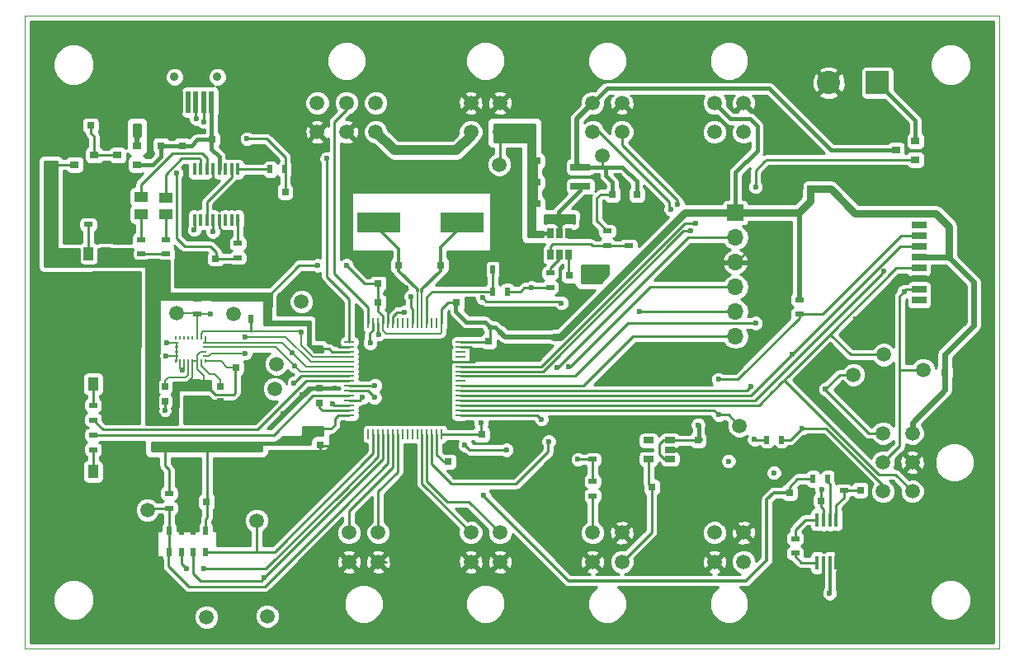
<source format=gbr>
G04 #@! TF.FileFunction,Copper,L1,Top,Signal*
%FSLAX46Y46*%
G04 Gerber Fmt 4.6, Leading zero omitted, Abs format (unit mm)*
G04 Created by KiCad (PCBNEW 4.0.7) date 05/14/18 21:23:51*
%MOMM*%
%LPD*%
G01*
G04 APERTURE LIST*
%ADD10C,0.100000*%
%ADD11R,1.400000X1.120000*%
%ADD12R,0.900000X0.800000*%
%ADD13R,1.120000X1.400000*%
%ADD14R,1.700000X1.700000*%
%ADD15O,1.700000X1.700000*%
%ADD16R,0.400000X1.200000*%
%ADD17R,0.650000X1.060000*%
%ADD18R,1.060000X0.650000*%
%ADD19R,0.250000X1.000000*%
%ADD20R,1.000000X0.250000*%
%ADD21R,0.550000X0.950000*%
%ADD22R,0.230000X0.350000*%
%ADD23R,0.350000X0.230000*%
%ADD24R,4.500000X2.000000*%
%ADD25R,0.500000X0.900000*%
%ADD26R,0.900000X0.500000*%
%ADD27C,1.500000*%
%ADD28R,0.800000X0.750000*%
%ADD29R,0.750000X0.800000*%
%ADD30R,0.450000X1.450000*%
%ADD31R,0.450000X0.600000*%
%ADD32R,1.998980X2.499360*%
%ADD33C,0.909320*%
%ADD34R,0.500380X2.301240*%
%ADD35R,2.400000X2.400000*%
%ADD36C,2.400000*%
%ADD37R,2.000000X1.450000*%
%ADD38R,1.500000X0.800000*%
%ADD39R,2.000000X0.800000*%
%ADD40C,0.600000*%
%ADD41C,0.250000*%
%ADD42C,0.400000*%
%ADD43C,0.300000*%
%ADD44C,0.180000*%
%ADD45C,0.200000*%
%ADD46C,0.500000*%
%ADD47C,0.800000*%
%ADD48C,0.600000*%
%ADD49C,1.000000*%
%ADD50C,0.254000*%
G04 APERTURE END LIST*
D10*
X85625000Y-132750000D02*
X85625000Y-67750000D01*
X185625000Y-132750000D02*
X85625000Y-132750000D01*
X185625000Y-67750000D02*
X185625000Y-132750000D01*
X85625000Y-67750000D02*
X185625000Y-67750000D01*
D11*
X100075000Y-86390000D03*
X100075000Y-88150000D03*
X97525000Y-86350000D03*
X97525000Y-88110000D03*
D12*
X97125000Y-83000000D03*
X97125000Y-81100000D03*
X95125000Y-82050000D03*
D13*
X92165000Y-92200000D03*
X93925000Y-92200000D03*
X94385000Y-105550000D03*
X92625000Y-105550000D03*
X94385000Y-114550000D03*
X92625000Y-114550000D03*
D14*
X158525000Y-87950000D03*
D15*
X158525000Y-90490000D03*
X158525000Y-93030000D03*
X158525000Y-95570000D03*
X158525000Y-98110000D03*
X158525000Y-100650000D03*
D16*
X103030000Y-88700000D03*
X103665000Y-88700000D03*
X104300000Y-88700000D03*
X104935000Y-88700000D03*
X105570000Y-88700000D03*
X106205000Y-88700000D03*
X106840000Y-88700000D03*
X107475000Y-88700000D03*
X107475000Y-83500000D03*
X106840000Y-83500000D03*
X106205000Y-83500000D03*
X105570000Y-83500000D03*
X104935000Y-83500000D03*
X104300000Y-83500000D03*
X103665000Y-83500000D03*
X103030000Y-83500000D03*
D17*
X141425000Y-90050000D03*
X140475000Y-90050000D03*
X139525000Y-90050000D03*
X139525000Y-92250000D03*
X141425000Y-92250000D03*
X140475000Y-92250000D03*
D12*
X90725000Y-81100000D03*
X90725000Y-83000000D03*
X92725000Y-82050000D03*
D18*
X151825000Y-113250000D03*
X151825000Y-112300000D03*
X151825000Y-111350000D03*
X149625000Y-111350000D03*
X149625000Y-113250000D03*
D19*
X128375000Y-99300000D03*
X127875000Y-99300000D03*
X127375000Y-99300000D03*
X126875000Y-99300000D03*
X126375000Y-99300000D03*
X125875000Y-99300000D03*
X125375000Y-99300000D03*
X124875000Y-99300000D03*
X124375000Y-99300000D03*
X123875000Y-99300000D03*
X123375000Y-99300000D03*
X122875000Y-99300000D03*
X122375000Y-99300000D03*
X121875000Y-99300000D03*
X121375000Y-99300000D03*
X120875000Y-99300000D03*
D20*
X118925000Y-101250000D03*
X118925000Y-101750000D03*
X118925000Y-102250000D03*
X118925000Y-102750000D03*
X118925000Y-103250000D03*
X118925000Y-103750000D03*
X118925000Y-104250000D03*
X118925000Y-104750000D03*
X118925000Y-105250000D03*
X118925000Y-105750000D03*
X118925000Y-106250000D03*
X118925000Y-106750000D03*
X118925000Y-107250000D03*
X118925000Y-107750000D03*
X118925000Y-108250000D03*
X118925000Y-108750000D03*
D19*
X120875000Y-110700000D03*
X121375000Y-110700000D03*
X121875000Y-110700000D03*
X122375000Y-110700000D03*
X122875000Y-110700000D03*
X123375000Y-110700000D03*
X123875000Y-110700000D03*
X124375000Y-110700000D03*
X124875000Y-110700000D03*
X125375000Y-110700000D03*
X125875000Y-110700000D03*
X126375000Y-110700000D03*
X126875000Y-110700000D03*
X127375000Y-110700000D03*
X127875000Y-110700000D03*
X128375000Y-110700000D03*
D20*
X130325000Y-108750000D03*
X130325000Y-108250000D03*
X130325000Y-107750000D03*
X130325000Y-107250000D03*
X130325000Y-106750000D03*
X130325000Y-106250000D03*
X130325000Y-105750000D03*
X130325000Y-105250000D03*
X130325000Y-104750000D03*
X130325000Y-104250000D03*
X130325000Y-103750000D03*
X130325000Y-103250000D03*
X130325000Y-102750000D03*
X130325000Y-102250000D03*
X130325000Y-101750000D03*
X130325000Y-101250000D03*
D21*
X100425000Y-120650000D03*
X104175000Y-120650000D03*
X102925000Y-120650000D03*
X101675000Y-120650000D03*
X104175000Y-122800000D03*
X102925000Y-122800000D03*
X101675000Y-122800000D03*
X100425000Y-122800000D03*
D22*
X104130000Y-103225000D03*
D23*
X104100000Y-102645000D03*
X101150000Y-102645000D03*
X104100000Y-102215000D03*
X101150000Y-102215000D03*
X104100000Y-101785000D03*
X101150000Y-101785000D03*
X104100000Y-101355000D03*
X101150000Y-101355000D03*
D22*
X103700000Y-103225000D03*
X103270000Y-103225000D03*
X102840000Y-103225000D03*
X102410000Y-103225000D03*
X101980000Y-103225000D03*
X101550000Y-103225000D03*
X101120000Y-103225000D03*
X104130000Y-100775000D03*
X103700000Y-100775000D03*
X103270000Y-100775000D03*
X102840000Y-100775000D03*
X102410000Y-100775000D03*
X101980000Y-100775000D03*
X101550000Y-100775000D03*
X101120000Y-100775000D03*
D24*
X121975000Y-88950000D03*
X130475000Y-88950000D03*
D25*
X110775000Y-83500000D03*
X112275000Y-83500000D03*
D26*
X107475000Y-91100000D03*
X107475000Y-92600000D03*
X139525000Y-95650000D03*
X139525000Y-94150000D03*
X147600000Y-91325000D03*
X147600000Y-89825000D03*
X100125000Y-92200000D03*
X100125000Y-90700000D03*
X145375000Y-89850000D03*
X145375000Y-91350000D03*
X97525000Y-90700000D03*
X97525000Y-92200000D03*
X92125000Y-89150000D03*
X92125000Y-87650000D03*
X100425000Y-116800000D03*
X100425000Y-118300000D03*
X165075000Y-96900000D03*
X165075000Y-98400000D03*
D25*
X110325000Y-98850000D03*
X108825000Y-98850000D03*
D26*
X103275000Y-96825000D03*
X103275000Y-98325000D03*
X143875000Y-117050000D03*
X143875000Y-115550000D03*
X143875000Y-113300000D03*
X143875000Y-111800000D03*
X92625000Y-109250000D03*
X92625000Y-107750000D03*
X92625000Y-110800000D03*
X92625000Y-112300000D03*
D25*
X135125000Y-96050000D03*
X133625000Y-96050000D03*
X133625000Y-93800000D03*
X135125000Y-93800000D03*
D27*
X134300000Y-83000000D03*
X144900000Y-82100000D03*
X158950000Y-109850000D03*
X170650000Y-104600000D03*
X173750000Y-102550000D03*
X177800000Y-104100000D03*
X98200000Y-118500000D03*
X104250000Y-129500000D03*
X110500000Y-129400000D03*
X109400000Y-119600000D03*
X114000000Y-97100000D03*
X111250000Y-106050000D03*
X107050000Y-98400000D03*
X101150000Y-98300000D03*
X111450000Y-103500000D03*
D28*
X167350000Y-117550000D03*
X165850000Y-117550000D03*
D29*
X171350000Y-114950000D03*
X171350000Y-116450000D03*
X164100000Y-118200000D03*
X164100000Y-116700000D03*
D26*
X164650000Y-122950000D03*
X164650000Y-121450000D03*
X169650000Y-116500000D03*
X169650000Y-115000000D03*
D25*
X166500000Y-115300000D03*
X168000000Y-115300000D03*
D30*
X166925000Y-123900000D03*
X167575000Y-123900000D03*
X168225000Y-123900000D03*
X168875000Y-123900000D03*
X168875000Y-119500000D03*
X168225000Y-119500000D03*
X167575000Y-119500000D03*
X166925000Y-119500000D03*
D29*
X112325000Y-87300000D03*
X112325000Y-85800000D03*
D28*
X103675000Y-92650000D03*
X105175000Y-92650000D03*
X106325000Y-80450000D03*
X104825000Y-80450000D03*
X139675000Y-84850000D03*
X138175000Y-84850000D03*
X139675000Y-82650000D03*
X138175000Y-82650000D03*
X139675000Y-87050000D03*
X138175000Y-87050000D03*
D29*
X101775000Y-79550000D03*
X101775000Y-81050000D03*
X99575000Y-79550000D03*
X99575000Y-81050000D03*
D28*
X142975000Y-94400000D03*
X141475000Y-94400000D03*
D29*
X148425000Y-87600000D03*
X148425000Y-86100000D03*
X145925000Y-87600000D03*
X145925000Y-86100000D03*
D28*
X90875000Y-79000000D03*
X92375000Y-79000000D03*
D29*
X154700000Y-112800000D03*
X154700000Y-111300000D03*
D28*
X151475000Y-116150000D03*
X149975000Y-116150000D03*
D29*
X88425000Y-81450000D03*
X88425000Y-82950000D03*
D28*
X130575000Y-113550000D03*
X129075000Y-113550000D03*
D29*
X115875000Y-106000000D03*
X115875000Y-107500000D03*
D28*
X122475000Y-93350000D03*
X123975000Y-93350000D03*
D29*
X115950000Y-111850000D03*
X115950000Y-110350000D03*
D28*
X129775000Y-93350000D03*
X128275000Y-93350000D03*
X131400000Y-97200000D03*
X129900000Y-97200000D03*
D29*
X115875000Y-100400000D03*
X115875000Y-101900000D03*
D28*
X123375000Y-95250000D03*
X121875000Y-95250000D03*
X133975000Y-110750000D03*
X132475000Y-110750000D03*
X123375000Y-97200000D03*
X121875000Y-97200000D03*
D29*
X133225000Y-102650000D03*
X133225000Y-101150000D03*
D28*
X102775000Y-117650000D03*
X104275000Y-117650000D03*
D29*
X100025000Y-107350000D03*
X100025000Y-105850000D03*
X105700000Y-107350000D03*
X105700000Y-105850000D03*
D28*
X108750000Y-103825000D03*
X107250000Y-103825000D03*
D29*
X102200000Y-107350000D03*
X102200000Y-105850000D03*
X104000000Y-107350000D03*
X104000000Y-105850000D03*
D28*
X181500000Y-104375000D03*
X180000000Y-104375000D03*
D29*
X166250000Y-84025000D03*
X166250000Y-85525000D03*
D25*
X161750000Y-111275000D03*
X163250000Y-111275000D03*
D31*
X126475000Y-81550000D03*
X126475000Y-83650000D03*
D32*
X107625440Y-71000260D03*
X107625440Y-76499360D03*
X98725280Y-76499360D03*
X98725280Y-71000260D03*
D33*
X105375000Y-74000000D03*
X100975720Y-74000000D03*
D34*
X101575160Y-76600960D03*
X102375260Y-76600960D03*
X103175360Y-76600960D03*
X103975460Y-76600960D03*
X104775560Y-76600960D03*
D35*
X173100000Y-74600000D03*
D36*
X168100000Y-74600000D03*
D12*
X177000000Y-82500000D03*
X177000000Y-80600000D03*
X175000000Y-81550000D03*
D37*
X179975000Y-85580000D03*
X179975000Y-99330000D03*
X171675000Y-99330000D03*
D38*
X177375000Y-96950000D03*
X177375000Y-95850000D03*
X177375000Y-94750000D03*
X177375000Y-93650000D03*
X177375000Y-92550000D03*
X177375000Y-90350000D03*
X177375000Y-89250000D03*
X177375000Y-91450000D03*
D37*
X171675000Y-85580000D03*
D27*
X156375000Y-76670000D03*
X159375000Y-76670000D03*
X156375000Y-79670000D03*
X159375000Y-79670000D03*
X143875000Y-76670000D03*
X146875000Y-76670000D03*
X143875000Y-79670000D03*
X146875000Y-79670000D03*
X121875000Y-123830000D03*
X118875000Y-123830000D03*
X121875000Y-120830000D03*
X118875000Y-120830000D03*
X134375000Y-123830000D03*
X131375000Y-123830000D03*
X134375000Y-120830000D03*
X131375000Y-120830000D03*
X159375000Y-123830000D03*
X156375000Y-123830000D03*
X159375000Y-120830000D03*
X156375000Y-120830000D03*
X146875000Y-123830000D03*
X143875000Y-123830000D03*
X146875000Y-120830000D03*
X143875000Y-120830000D03*
X131375000Y-76670000D03*
X134375000Y-76670000D03*
X131375000Y-79670000D03*
X134375000Y-79670000D03*
X115625000Y-76670000D03*
X118625000Y-76670000D03*
X115625000Y-79670000D03*
X118625000Y-79670000D03*
X121625000Y-79670000D03*
X121625000Y-76670000D03*
X176680000Y-110600000D03*
X176680000Y-113600000D03*
X173680000Y-110600000D03*
X173680000Y-113600000D03*
X173680000Y-116600000D03*
X176680000Y-116600000D03*
D39*
X142625000Y-83250000D03*
X142625000Y-85250000D03*
D40*
X157825000Y-113475000D03*
X162475000Y-114675000D03*
X108425000Y-80350000D03*
X103975000Y-78600000D03*
X184500000Y-101000000D03*
X184600000Y-93800000D03*
X184400000Y-87100000D03*
X184500000Y-80500000D03*
X184500000Y-73900000D03*
X183300000Y-68900000D03*
X178100000Y-69000000D03*
X169100000Y-68800000D03*
X171700000Y-84400000D03*
X103600000Y-68700000D03*
X95500000Y-68700000D03*
X88500000Y-68700000D03*
X86700000Y-71900000D03*
X86700000Y-79900000D03*
X86700000Y-89000000D03*
X86700000Y-96500000D03*
X86800000Y-108200000D03*
X86800000Y-117100000D03*
X86800000Y-123700000D03*
X87500000Y-131600000D03*
X95600000Y-131700000D03*
X102800000Y-131700000D03*
X113500000Y-131700000D03*
X127900000Y-131700000D03*
X141400000Y-131700000D03*
X156400000Y-131700000D03*
X169500000Y-131700000D03*
X177300000Y-131700000D03*
X183900000Y-131700000D03*
X184400000Y-127300000D03*
X184400000Y-123000000D03*
X184400000Y-116700000D03*
X184400000Y-111100000D03*
X184500000Y-104900000D03*
X162100000Y-68800000D03*
X155900000Y-68800000D03*
X149900000Y-68800000D03*
X144500000Y-68800000D03*
X135800000Y-68800000D03*
X126500000Y-68800000D03*
X118000000Y-68800000D03*
X111800000Y-68800000D03*
X96000000Y-102375000D03*
X95925000Y-98175000D03*
X138325000Y-102100000D03*
X136125000Y-102050000D03*
X129550000Y-83675000D03*
X123675000Y-83625000D03*
X121300000Y-92300000D03*
X171850000Y-119300000D03*
X171350000Y-122950000D03*
X159900000Y-118350000D03*
X156700000Y-118600000D03*
X156700000Y-118600000D03*
X165700000Y-113600000D03*
X168750000Y-113700000D03*
X165150000Y-118450000D03*
X162650000Y-118200000D03*
X165450000Y-125400000D03*
X163100000Y-122400000D03*
X163600000Y-119550000D03*
X168850000Y-120850000D03*
X166900000Y-120850000D03*
X166900000Y-122300000D03*
X168750000Y-122350000D03*
X167350000Y-125400000D03*
X175300000Y-121900000D03*
X154650000Y-113750000D03*
X110150000Y-87350000D03*
X100000000Y-108300000D03*
X134350000Y-85450000D03*
X134550000Y-90100000D03*
X135050000Y-92200000D03*
X131950000Y-93400000D03*
X136600000Y-99050000D03*
X144100000Y-90050000D03*
X101750000Y-104150000D03*
X102950000Y-108400000D03*
X100150000Y-101350000D03*
X100050000Y-102650000D03*
X117200000Y-97500000D03*
X161900000Y-97350000D03*
X117450000Y-106000000D03*
X112150000Y-108600000D03*
X114100000Y-106650000D03*
X124700000Y-95650000D03*
X117550000Y-100350000D03*
X107300000Y-120950000D03*
X107300000Y-117600000D03*
X108450000Y-115400000D03*
X112400000Y-115400000D03*
X115600000Y-115300000D03*
X102150000Y-86000000D03*
X101700000Y-92600000D03*
X106300000Y-90200000D03*
X180550000Y-122300000D03*
X154750000Y-103750000D03*
X147700000Y-102950000D03*
X161700000Y-89950000D03*
X153050000Y-93700000D03*
X156050000Y-93000000D03*
X102450000Y-115350000D03*
X92900000Y-96000000D03*
X88800000Y-99900000D03*
X88050000Y-105650000D03*
X88850000Y-111950000D03*
X89150000Y-117900000D03*
X89500000Y-122700000D03*
X97200000Y-124000000D03*
X96000000Y-119450000D03*
X96650000Y-113850000D03*
X95950000Y-107450000D03*
X101650000Y-119250000D03*
X103000000Y-119250000D03*
X109750000Y-102800000D03*
X109700000Y-103850000D03*
X173800000Y-100000000D03*
X170450000Y-100750000D03*
X179600000Y-108450000D03*
X180600000Y-117800000D03*
X168300000Y-103300000D03*
X142750000Y-90000000D03*
X150275000Y-88800000D03*
X148750000Y-88750000D03*
X146250000Y-88750000D03*
X139500000Y-75500000D03*
X139500000Y-79250000D03*
X140750000Y-81250000D03*
X140750000Y-83750000D03*
X106650000Y-86750000D03*
X104950000Y-84650000D03*
X107000000Y-94750000D03*
X102000000Y-94750000D03*
X180250000Y-82250000D03*
X177750000Y-102000000D03*
X177500000Y-99500000D03*
X146250000Y-111500000D03*
X146250000Y-109500000D03*
X141500000Y-109500000D03*
X141500000Y-111500000D03*
X136500000Y-110500000D03*
X128500000Y-107500000D03*
X128500000Y-106000000D03*
X128500000Y-104000000D03*
X128000000Y-102000000D03*
X125000000Y-102000000D03*
X122500000Y-102000000D03*
X120500000Y-104000000D03*
X118000000Y-111500000D03*
X101150000Y-83900000D03*
X103225000Y-78300000D03*
X154700000Y-109750000D03*
X137700000Y-90050000D03*
X136125000Y-80175000D03*
X137625000Y-95650000D03*
X97125000Y-79250000D03*
X97125000Y-80050000D03*
X136125000Y-79250000D03*
X139250000Y-88550000D03*
X141425000Y-88525000D03*
X140425000Y-88550000D03*
X143825000Y-93750000D03*
X144925000Y-93750000D03*
X144925000Y-94750000D03*
X143825000Y-94750000D03*
X160475000Y-111250000D03*
X134400000Y-100225000D03*
X133325000Y-99700000D03*
X167375000Y-116425000D03*
X100000000Y-109500000D03*
X98900000Y-109500000D03*
X115700000Y-93350000D03*
X118600000Y-93350000D03*
X99000000Y-112000000D03*
X100000000Y-112000000D03*
X114225000Y-111075000D03*
X114875000Y-111075000D03*
X132425000Y-109575000D03*
X104250000Y-129500000D03*
X104025000Y-124550000D03*
X102225000Y-124550000D03*
X110200000Y-125475000D03*
X110500000Y-129400000D03*
X113250000Y-105450000D03*
X104675000Y-98325000D03*
X113050000Y-102350000D03*
X111450000Y-103500000D03*
X168200000Y-127050000D03*
X140200000Y-103900000D03*
X138625000Y-109175000D03*
X141400000Y-103800000D03*
X139375000Y-111475000D03*
X132600000Y-96700000D03*
X125250000Y-96550000D03*
X140675000Y-97225000D03*
X148675000Y-98075000D03*
X113950000Y-100250000D03*
X114000000Y-97100000D03*
X107050000Y-98400000D03*
X108250000Y-100750000D03*
X108225000Y-102400000D03*
X113300000Y-103700000D03*
X111300000Y-106050000D03*
X167775000Y-106075000D03*
X164325000Y-102550000D03*
X175825000Y-96075000D03*
X173766949Y-93991949D03*
X156825000Y-108725000D03*
X156775000Y-105075000D03*
X121900000Y-100450000D03*
X121050000Y-101350000D03*
X153925000Y-89850000D03*
X151900000Y-87575000D03*
X154450000Y-89025000D03*
X152575000Y-87100000D03*
X124600000Y-98150000D03*
X116600000Y-82400000D03*
X165400000Y-110100000D03*
X160125000Y-105800000D03*
X121550000Y-105700000D03*
X130775000Y-111825000D03*
X135025000Y-112325000D03*
X142375000Y-113300000D03*
X103000000Y-89700000D03*
X117200000Y-107600000D03*
X120250000Y-106950000D03*
X104900000Y-89900000D03*
X132700000Y-117000000D03*
X121500000Y-106950000D03*
X160600000Y-85300000D03*
X160600000Y-99300000D03*
D41*
X112325000Y-82250000D02*
X112325000Y-83500000D01*
X108425000Y-80350000D02*
X110425000Y-80350000D01*
X110425000Y-80350000D02*
X112325000Y-82250000D01*
X112325000Y-83500000D02*
X112325000Y-85750000D01*
X103975460Y-76600960D02*
X103975460Y-78599540D01*
X103975460Y-78599540D02*
X103975000Y-78600000D01*
D42*
X184400000Y-87100000D02*
X184600000Y-87300000D01*
X184600000Y-87300000D02*
X184600000Y-93800000D01*
X184500000Y-73900000D02*
X184500000Y-80500000D01*
X178100000Y-69000000D02*
X178200000Y-68900000D01*
X178200000Y-68900000D02*
X183300000Y-68900000D01*
X162100000Y-68800000D02*
X169100000Y-68800000D01*
D41*
X171675000Y-84425000D02*
X171675000Y-85580000D01*
X171700000Y-84400000D02*
X171675000Y-84425000D01*
X103600000Y-68700000D02*
X111700000Y-68700000D01*
X111700000Y-68700000D02*
X111800000Y-68800000D01*
X88500000Y-68700000D02*
X95500000Y-68700000D01*
X86700000Y-79900000D02*
X86700000Y-71900000D01*
X86700000Y-96500000D02*
X86700000Y-89000000D01*
X86800000Y-117100000D02*
X86800000Y-108200000D01*
X87500000Y-131600000D02*
X86800000Y-130900000D01*
X86800000Y-130900000D02*
X86800000Y-123700000D01*
X102800000Y-131700000D02*
X95600000Y-131700000D01*
X127900000Y-131700000D02*
X113500000Y-131700000D01*
X156400000Y-131700000D02*
X141400000Y-131700000D01*
X177300000Y-131700000D02*
X169500000Y-131700000D01*
X184400000Y-127300000D02*
X184400000Y-131200000D01*
X184400000Y-131200000D02*
X183900000Y-131700000D01*
X184400000Y-116700000D02*
X184400000Y-123000000D01*
X184500000Y-104900000D02*
X184500000Y-111000000D01*
X184500000Y-111000000D02*
X184400000Y-111100000D01*
X184500000Y-104900000D02*
X180950000Y-108450000D01*
X180950000Y-108450000D02*
X179600000Y-108450000D01*
X149900000Y-68800000D02*
X155900000Y-68800000D01*
X135800000Y-68800000D02*
X144500000Y-68800000D01*
X118000000Y-68800000D02*
X126500000Y-68800000D01*
X107625440Y-71000260D02*
X109599740Y-71000260D01*
X109599740Y-71000260D02*
X111800000Y-68800000D01*
X121300000Y-92300000D02*
X121300000Y-92700000D01*
X121300000Y-92700000D02*
X121950000Y-93350000D01*
X121950000Y-93350000D02*
X122425000Y-93350000D01*
X92900000Y-96000000D02*
X93750000Y-96000000D01*
X93750000Y-96000000D02*
X95925000Y-98175000D01*
X133225000Y-102650000D02*
X135525000Y-102650000D01*
X135525000Y-102650000D02*
X136125000Y-102050000D01*
X131700000Y-103250000D02*
X132300000Y-102650000D01*
X132300000Y-102650000D02*
X133225000Y-102650000D01*
X130325000Y-103250000D02*
X131700000Y-103250000D01*
X132250000Y-102700000D02*
X133175000Y-102700000D01*
X133175000Y-102700000D02*
X133225000Y-102650000D01*
X131300000Y-101750000D02*
X132250000Y-102700000D01*
X130325000Y-101750000D02*
X131300000Y-101750000D01*
X126475000Y-83650000D02*
X129525000Y-83650000D01*
X129525000Y-83650000D02*
X129550000Y-83675000D01*
X126475000Y-83650000D02*
X123700000Y-83650000D01*
X123700000Y-83650000D02*
X123675000Y-83625000D01*
D43*
X168875000Y-123900000D02*
X170400000Y-123900000D01*
X170400000Y-123900000D02*
X171350000Y-122950000D01*
X159375000Y-120830000D02*
X158930000Y-120830000D01*
X158930000Y-120830000D02*
X156700000Y-118600000D01*
X165700000Y-113600000D02*
X162450000Y-113600000D01*
X162450000Y-113600000D02*
X161450000Y-114600000D01*
X169650000Y-115000000D02*
X169650000Y-114600000D01*
X169650000Y-114600000D02*
X168750000Y-113700000D01*
X171350000Y-114950000D02*
X169700000Y-114950000D01*
X169700000Y-114950000D02*
X169650000Y-115000000D01*
X166050000Y-117550000D02*
X165150000Y-118450000D01*
X164100000Y-118200000D02*
X162650000Y-118200000D01*
D41*
X164100000Y-118200000D02*
X164100000Y-119050000D01*
X164100000Y-119050000D02*
X163600000Y-119550000D01*
X166900000Y-122300000D02*
X166900000Y-120850000D01*
X168875000Y-123900000D02*
X168875000Y-122475000D01*
X168875000Y-122475000D02*
X168750000Y-122350000D01*
D43*
X167575000Y-123900000D02*
X167575000Y-125175000D01*
X167575000Y-125175000D02*
X167350000Y-125400000D01*
D41*
X154650000Y-113750000D02*
X154650000Y-112575000D01*
X154375000Y-112300000D02*
X151825000Y-112300000D01*
X154650000Y-112575000D02*
X154375000Y-112300000D01*
X112325000Y-87350000D02*
X110150000Y-87350000D01*
X105700000Y-107400000D02*
X103950000Y-107400000D01*
X103950000Y-107400000D02*
X102950000Y-108400000D01*
X104000000Y-107400000D02*
X103950000Y-107400000D01*
X102200000Y-107400000D02*
X102200000Y-107650000D01*
X102200000Y-107650000D02*
X102950000Y-108400000D01*
X100000000Y-108300000D02*
X100025000Y-108275000D01*
X100025000Y-108275000D02*
X100025000Y-107400000D01*
X134350000Y-85450000D02*
X129700000Y-85450000D01*
X135050000Y-92200000D02*
X135050000Y-90600000D01*
X135050000Y-90600000D02*
X134550000Y-90100000D01*
X129825000Y-93350000D02*
X131900000Y-93350000D01*
X131900000Y-93350000D02*
X131950000Y-93400000D01*
X132700000Y-98350000D02*
X135900000Y-98350000D01*
X135900000Y-98350000D02*
X136600000Y-99050000D01*
X131550000Y-97200000D02*
X132700000Y-98350000D01*
X131450000Y-97200000D02*
X131550000Y-97200000D01*
X130325000Y-103250000D02*
X129250000Y-103250000D01*
X129250000Y-103250000D02*
X128500000Y-104000000D01*
X142750000Y-90000000D02*
X144050000Y-90000000D01*
X144050000Y-90000000D02*
X144100000Y-90050000D01*
X141425000Y-90050000D02*
X142700000Y-90050000D01*
X142700000Y-90050000D02*
X142750000Y-90000000D01*
D44*
X101750000Y-104150000D02*
X101550000Y-103950000D01*
X101550000Y-103950000D02*
X101550000Y-103225000D01*
X101750000Y-104150000D02*
X101980000Y-103920000D01*
X101980000Y-103920000D02*
X101980000Y-103225000D01*
D41*
X102950000Y-108400000D02*
X104075000Y-107275000D01*
X104075000Y-107275000D02*
X105700000Y-107275000D01*
D44*
X101150000Y-102645000D02*
X101150000Y-103195000D01*
X101150000Y-103195000D02*
X101120000Y-103225000D01*
X101150000Y-101355000D02*
X100155000Y-101355000D01*
X100155000Y-101355000D02*
X100150000Y-101350000D01*
X101150000Y-102645000D02*
X100055000Y-102645000D01*
X100055000Y-102645000D02*
X100050000Y-102650000D01*
X101150000Y-102215000D02*
X101150000Y-102645000D01*
X101150000Y-101785000D02*
X101150000Y-102215000D01*
X101150000Y-101355000D02*
X101150000Y-101785000D01*
D41*
X117550000Y-100350000D02*
X117550000Y-97850000D01*
X117550000Y-97850000D02*
X117200000Y-97500000D01*
X161700000Y-89950000D02*
X161700000Y-97150000D01*
X161700000Y-97150000D02*
X161900000Y-97350000D01*
X115875000Y-105950000D02*
X117400000Y-105950000D01*
X117400000Y-105950000D02*
X117450000Y-106000000D01*
X115875000Y-105950000D02*
X114800000Y-105950000D01*
X114800000Y-105950000D02*
X114100000Y-106650000D01*
X123425000Y-95250000D02*
X124300000Y-95250000D01*
X124300000Y-95250000D02*
X124700000Y-95650000D01*
X115875000Y-100350000D02*
X117550000Y-100350000D01*
X107300000Y-117600000D02*
X107300000Y-120950000D01*
X112400000Y-115400000D02*
X108450000Y-115400000D01*
X115950000Y-111900000D02*
X115950000Y-114950000D01*
X115950000Y-114950000D02*
X115600000Y-115300000D01*
X102150000Y-86000000D02*
X103500000Y-84650000D01*
X103500000Y-84650000D02*
X104950000Y-84650000D01*
X101700000Y-92600000D02*
X101750000Y-92650000D01*
X101750000Y-92650000D02*
X103625000Y-92650000D01*
X106300000Y-90200000D02*
X105570000Y-89470000D01*
X105570000Y-89470000D02*
X105570000Y-88700000D01*
X180600000Y-117800000D02*
X180600000Y-122250000D01*
X180600000Y-122250000D02*
X180550000Y-122300000D01*
X147700000Y-102950000D02*
X148500000Y-103750000D01*
X148500000Y-103750000D02*
X154750000Y-103750000D01*
X158525000Y-93030000D02*
X158620000Y-93030000D01*
X158620000Y-93030000D02*
X161700000Y-89950000D01*
X158525000Y-93030000D02*
X156080000Y-93030000D01*
X156080000Y-93030000D02*
X156050000Y-93000000D01*
X102450000Y-115350000D02*
X102725000Y-115625000D01*
X102725000Y-115625000D02*
X102725000Y-117650000D01*
X88050000Y-105650000D02*
X88800000Y-104900000D01*
X88800000Y-104900000D02*
X88800000Y-99900000D01*
X89150000Y-117900000D02*
X88850000Y-117600000D01*
X88850000Y-117600000D02*
X88850000Y-111950000D01*
X97200000Y-124000000D02*
X95900000Y-122700000D01*
X95900000Y-122700000D02*
X89500000Y-122700000D01*
X96650000Y-113850000D02*
X96000000Y-114500000D01*
X96000000Y-114500000D02*
X96000000Y-119450000D01*
X94385000Y-105735000D02*
X95950000Y-107300000D01*
X95950000Y-107300000D02*
X95950000Y-107450000D01*
X94385000Y-105550000D02*
X94385000Y-105735000D01*
D45*
X101650000Y-119250000D02*
X101675000Y-119275000D01*
X101675000Y-119275000D02*
X101675000Y-120650000D01*
D41*
X103000000Y-119250000D02*
X102725000Y-118975000D01*
X102725000Y-118975000D02*
X102725000Y-117650000D01*
X103000000Y-119250000D02*
X102925000Y-119325000D01*
X102925000Y-119325000D02*
X102925000Y-120650000D01*
D45*
X108800000Y-103825000D02*
X109675000Y-103825000D01*
X109675000Y-103825000D02*
X109700000Y-103850000D01*
D41*
X171675000Y-99330000D02*
X173130000Y-99330000D01*
X173130000Y-99330000D02*
X173800000Y-100000000D01*
X170450000Y-100750000D02*
X170450000Y-100555000D01*
X170450000Y-100555000D02*
X171675000Y-99330000D01*
X176680000Y-113600000D02*
X176680000Y-113880000D01*
X176680000Y-113880000D02*
X180600000Y-117800000D01*
X148750000Y-88750000D02*
X150250000Y-88750000D01*
X150250000Y-88750000D02*
X150500000Y-89000000D01*
X147250000Y-87650000D02*
X148425000Y-87650000D01*
X145925000Y-87650000D02*
X147250000Y-87650000D01*
X147250000Y-87650000D02*
X147250000Y-87750000D01*
X147250000Y-87750000D02*
X146250000Y-88750000D01*
X140750000Y-81250000D02*
X140750000Y-80500000D01*
X140750000Y-80500000D02*
X139500000Y-79250000D01*
X139725000Y-84850000D02*
X139725000Y-84775000D01*
X139725000Y-84775000D02*
X140750000Y-83750000D01*
X115875000Y-100350000D02*
X117150000Y-100350000D01*
X115875000Y-100350000D02*
X116475000Y-100350000D01*
X116475000Y-100350000D02*
X117875000Y-101750000D01*
X104935000Y-83500000D02*
X104935000Y-84635000D01*
X104935000Y-84635000D02*
X104950000Y-84650000D01*
X107000000Y-94750000D02*
X109750000Y-94750000D01*
X180250000Y-82250000D02*
X179500000Y-82250000D01*
X179975000Y-99330000D02*
X177670000Y-99330000D01*
X177670000Y-99330000D02*
X177500000Y-99500000D01*
X141500000Y-109500000D02*
X146250000Y-109500000D01*
X143875000Y-111800000D02*
X141800000Y-111800000D01*
X141800000Y-111800000D02*
X141500000Y-111500000D01*
X134025000Y-110750000D02*
X136250000Y-110750000D01*
X136250000Y-110750000D02*
X136500000Y-110500000D01*
X130625000Y-113550000D02*
X132550000Y-113550000D01*
X132550000Y-113550000D02*
X133000000Y-114000000D01*
X121875000Y-123830000D02*
X122670000Y-123830000D01*
X128500000Y-106000000D02*
X128500000Y-107500000D01*
X128000000Y-102000000D02*
X128000000Y-103500000D01*
X128000000Y-103500000D02*
X128500000Y-104000000D01*
X122500000Y-102000000D02*
X125000000Y-102000000D01*
X115950000Y-111900000D02*
X117600000Y-111900000D01*
X117600000Y-111900000D02*
X118000000Y-111500000D01*
X96500000Y-104500000D02*
X95435000Y-104500000D01*
X95435000Y-104500000D02*
X94385000Y-105550000D01*
X89075000Y-81400000D02*
X89375000Y-81100000D01*
X89375000Y-81100000D02*
X90725000Y-81100000D01*
X88425000Y-81400000D02*
X89075000Y-81400000D01*
X90725000Y-81100000D02*
X90725000Y-79100000D01*
X90725000Y-79100000D02*
X90825000Y-79000000D01*
X90575000Y-81250000D02*
X90725000Y-81100000D01*
X117875000Y-101750000D02*
X118925000Y-101750000D01*
X123425000Y-95250000D02*
X123425000Y-97200000D01*
X123425000Y-97750000D02*
X122875000Y-98300000D01*
X122875000Y-98300000D02*
X122875000Y-99300000D01*
X123425000Y-97200000D02*
X123425000Y-97750000D01*
X123625000Y-97250000D02*
X123625000Y-97500000D01*
D45*
X101120000Y-103225000D02*
X101120000Y-103165000D01*
D41*
X101150000Y-83900000D02*
X101150000Y-90550000D01*
X101150000Y-90550000D02*
X102000000Y-91400000D01*
X102000000Y-91400000D02*
X104650000Y-91400000D01*
X104650000Y-91400000D02*
X105225000Y-91975000D01*
X105225000Y-91975000D02*
X105225000Y-92650000D01*
X103175360Y-76600960D02*
X103175360Y-78250360D01*
X103175360Y-78250360D02*
X103225000Y-78300000D01*
X105225000Y-92650000D02*
X107525000Y-92650000D01*
D42*
X102675000Y-81100000D02*
X103325000Y-80450000D01*
X103325000Y-80450000D02*
X104775000Y-80450000D01*
X101775000Y-81100000D02*
X102675000Y-81100000D01*
X99575000Y-81100000D02*
X101775000Y-81100000D01*
X99575000Y-82200000D02*
X98775000Y-83000000D01*
X98775000Y-83000000D02*
X97125000Y-83000000D01*
X99575000Y-81100000D02*
X99575000Y-82200000D01*
X104775000Y-81400000D02*
X105570000Y-82195000D01*
X105570000Y-82195000D02*
X105570000Y-83500000D01*
X104775000Y-80450000D02*
X104775000Y-81400000D01*
X104775560Y-76600960D02*
X104775560Y-80449440D01*
X104775560Y-80449440D02*
X104775000Y-80450000D01*
X105575000Y-83495000D02*
X105570000Y-83500000D01*
X154750000Y-109800000D02*
X154750000Y-111075000D01*
X154700000Y-109750000D02*
X154750000Y-109800000D01*
X154750000Y-111075000D02*
X154925000Y-111250000D01*
D41*
X137700000Y-90050000D02*
X137700000Y-87475000D01*
X137700000Y-87475000D02*
X138125000Y-87050000D01*
D42*
X137700000Y-90050000D02*
X139525000Y-90050000D01*
D41*
X138125000Y-82650000D02*
X138125000Y-84850000D01*
X138125000Y-84850000D02*
X138125000Y-87050000D01*
X134375000Y-79670000D02*
X134375000Y-82925000D01*
X134375000Y-82925000D02*
X134300000Y-83000000D01*
X136475000Y-96050000D02*
X136875000Y-95650000D01*
X136875000Y-95650000D02*
X137625000Y-95650000D01*
X135125000Y-96050000D02*
X136475000Y-96050000D01*
X139525000Y-95650000D02*
X137625000Y-95650000D01*
X151825000Y-113250000D02*
X151225000Y-113250000D01*
X151225000Y-113250000D02*
X150725000Y-112750000D01*
X150725000Y-112750000D02*
X150725000Y-111750000D01*
X150725000Y-111750000D02*
X151125000Y-111350000D01*
X151125000Y-111350000D02*
X151825000Y-111350000D01*
X153625000Y-111350000D02*
X151825000Y-111350000D01*
X153925000Y-111350000D02*
X153625000Y-111350000D01*
X153625000Y-111350000D02*
X154825000Y-111350000D01*
X154825000Y-111350000D02*
X154925000Y-111250000D01*
X97125000Y-81100000D02*
X97125000Y-80050000D01*
X136125000Y-79250000D02*
X135705000Y-79670000D01*
X136245000Y-79120000D02*
X136125000Y-79240000D01*
X135705000Y-79670000D02*
X134375000Y-79670000D01*
X136125000Y-79240000D02*
X136125000Y-79250000D01*
X141425000Y-92250000D02*
X141425000Y-94400000D01*
D42*
X142625000Y-85250000D02*
X142625000Y-85625000D01*
X142625000Y-85625000D02*
X140425000Y-87825000D01*
X140425000Y-87825000D02*
X140425000Y-88550000D01*
D41*
X139625000Y-88550000D02*
X140425000Y-88550000D01*
X144925000Y-94750000D02*
X144925000Y-93750000D01*
X143025000Y-94250000D02*
X143325000Y-94250000D01*
X143325000Y-94250000D02*
X143825000Y-94750000D01*
X140475000Y-90050000D02*
X140475000Y-89100000D01*
X140475000Y-89100000D02*
X140425000Y-89050000D01*
D42*
X175000000Y-81550000D02*
X168350000Y-81550000D01*
X168350000Y-81550000D02*
X165850000Y-79050000D01*
X143875000Y-76670000D02*
X145345000Y-75200000D01*
X145345000Y-75200000D02*
X162000000Y-75200000D01*
X162000000Y-75200000D02*
X165850000Y-79050000D01*
D41*
X145925000Y-86050000D02*
X144725000Y-86050000D01*
X144725000Y-86050000D02*
X144325000Y-86450000D01*
X144325000Y-86450000D02*
X144325000Y-88800000D01*
X144325000Y-88800000D02*
X145375000Y-89850000D01*
D42*
X142625000Y-83250000D02*
X144750000Y-83250000D01*
X144750000Y-83250000D02*
X145225000Y-83250000D01*
D41*
X144900000Y-82100000D02*
X144900000Y-83100000D01*
X144900000Y-83100000D02*
X144750000Y-83250000D01*
D42*
X145225000Y-83250000D02*
X145225000Y-84150000D01*
X145225000Y-84150000D02*
X145925000Y-84850000D01*
X145925000Y-84850000D02*
X145925000Y-86050000D01*
D46*
X142625000Y-83250000D02*
X142225000Y-82850000D01*
X142225000Y-82850000D02*
X142225000Y-78320000D01*
X142225000Y-78320000D02*
X143875000Y-76670000D01*
D42*
X148425000Y-84750000D02*
X146925000Y-83250000D01*
X146925000Y-83250000D02*
X145225000Y-83250000D01*
X148425000Y-86050000D02*
X148425000Y-84750000D01*
D41*
X92725000Y-82050000D02*
X95125000Y-82050000D01*
X92725000Y-80100000D02*
X92425000Y-79800000D01*
X92425000Y-79800000D02*
X92425000Y-79650000D01*
X92725000Y-82050000D02*
X92725000Y-80100000D01*
X92425000Y-79000000D02*
X92425000Y-79650000D01*
X149925000Y-116150000D02*
X149925000Y-120780000D01*
X149925000Y-120780000D02*
X146875000Y-123830000D01*
X149625000Y-113250000D02*
X149625000Y-115850000D01*
X149625000Y-115850000D02*
X149925000Y-116150000D01*
X130325000Y-101250000D02*
X133125000Y-101250000D01*
X133125000Y-101250000D02*
X133225000Y-101150000D01*
X133325000Y-99700000D02*
X133325000Y-101050000D01*
X133325000Y-101050000D02*
X133225000Y-101150000D01*
X161750000Y-111275000D02*
X160500000Y-111275000D01*
X160500000Y-111275000D02*
X160475000Y-111250000D01*
D42*
X134400000Y-100225000D02*
X133875000Y-99700000D01*
X133875000Y-99700000D02*
X133325000Y-99700000D01*
D46*
X134400000Y-100225000D02*
X134875000Y-100700000D01*
X134875000Y-100700000D02*
X139925000Y-100700000D01*
D42*
X133325000Y-99700000D02*
X132825000Y-99200000D01*
X132825000Y-99200000D02*
X130950000Y-99200000D01*
X130950000Y-99200000D02*
X129850000Y-98100000D01*
X129850000Y-98100000D02*
X129850000Y-97200000D01*
D47*
X168325000Y-85525000D02*
X170800000Y-88000000D01*
X170800000Y-88000000D02*
X179075000Y-88000000D01*
X166250000Y-85525000D02*
X168325000Y-85525000D01*
X166250000Y-85525000D02*
X166250000Y-86725000D01*
X166250000Y-86725000D02*
X165025000Y-87950000D01*
D46*
X166250000Y-85525000D02*
X166250000Y-85800000D01*
D47*
X158525000Y-87950000D02*
X153325000Y-87950000D01*
X153325000Y-87950000D02*
X140575000Y-100700000D01*
X140575000Y-100700000D02*
X139925000Y-100700000D01*
X158525000Y-87950000D02*
X165025000Y-87950000D01*
X179075000Y-88000000D02*
X180450000Y-89375000D01*
X180450000Y-89375000D02*
X180450000Y-92550000D01*
D48*
X183000000Y-95100000D02*
X180450000Y-92550000D01*
X180450000Y-92550000D02*
X177375000Y-92550000D01*
X183000000Y-99525000D02*
X183000000Y-95100000D01*
X180000000Y-102525000D02*
X183000000Y-99525000D01*
X180000000Y-104375000D02*
X180000000Y-102525000D01*
X176680000Y-109495000D02*
X180000000Y-106175000D01*
X180000000Y-106175000D02*
X180000000Y-104375000D01*
X176680000Y-110600000D02*
X176680000Y-109495000D01*
D46*
X158475000Y-88000000D02*
X158525000Y-87950000D01*
X158575000Y-88000000D02*
X158525000Y-87950000D01*
X165075000Y-88000000D02*
X165075000Y-96900000D01*
X179250000Y-92550000D02*
X177375000Y-92550000D01*
D41*
X167350000Y-117550000D02*
X167350000Y-116450000D01*
X167350000Y-116450000D02*
X167375000Y-116425000D01*
X167575000Y-118425000D02*
X167350000Y-118200000D01*
X167350000Y-118200000D02*
X167350000Y-117550000D01*
X167575000Y-119500000D02*
X167575000Y-118425000D01*
D43*
X167600000Y-119475000D02*
X167575000Y-119500000D01*
D45*
X122375000Y-99300000D02*
X122375000Y-100025000D01*
X122375000Y-100025000D02*
X122700000Y-100350000D01*
X122700000Y-100350000D02*
X128250000Y-100350000D01*
X128250000Y-100350000D02*
X128375000Y-100225000D01*
X128375000Y-100225000D02*
X128375000Y-99300000D01*
D44*
X103635000Y-102215000D02*
X103270000Y-102580000D01*
X103270000Y-102580000D02*
X103270000Y-103225000D01*
X104100000Y-102215000D02*
X103635000Y-102215000D01*
D41*
X107000000Y-106650000D02*
X107200000Y-106450000D01*
X107200000Y-106450000D02*
X107200000Y-103825000D01*
X105150000Y-106650000D02*
X107000000Y-106650000D01*
X104300000Y-105800000D02*
X105150000Y-106650000D01*
X104000000Y-105800000D02*
X104300000Y-105800000D01*
D45*
X104130000Y-103225000D02*
X105775000Y-103225000D01*
X105775000Y-103225000D02*
X106375000Y-103825000D01*
X106375000Y-103825000D02*
X107200000Y-103825000D01*
D41*
X101000000Y-108650000D02*
X101000000Y-106500000D01*
X100000000Y-109500000D02*
X100150000Y-109500000D01*
X100150000Y-109500000D02*
X101000000Y-108650000D01*
X101000000Y-106500000D02*
X101825000Y-105675000D01*
X101825000Y-105675000D02*
X102275000Y-105675000D01*
D45*
X103270000Y-103225000D02*
X103270000Y-104020000D01*
X103975000Y-104725000D02*
X103975000Y-105675000D01*
X103270000Y-104020000D02*
X103975000Y-104725000D01*
X103975000Y-105675000D02*
X102275000Y-105675000D01*
X102840000Y-103225000D02*
X102840000Y-104860000D01*
X102840000Y-104860000D02*
X102275000Y-105425000D01*
X102275000Y-105425000D02*
X102275000Y-105675000D01*
D41*
X110400000Y-96750000D02*
X110400000Y-98775000D01*
X110400000Y-98775000D02*
X110325000Y-98850000D01*
X113750000Y-93400000D02*
X110400000Y-96750000D01*
X113750000Y-93350000D02*
X113750000Y-93400000D01*
X115700000Y-93350000D02*
X113750000Y-93350000D01*
X121825000Y-95250000D02*
X120500000Y-95250000D01*
X120500000Y-95250000D02*
X118600000Y-93350000D01*
X121825000Y-95250000D02*
X121825000Y-95175000D01*
X104325000Y-117650000D02*
X104325000Y-112225000D01*
X100425000Y-114375000D02*
X100000000Y-113950000D01*
X100000000Y-113950000D02*
X100000000Y-112000000D01*
X100425000Y-116800000D02*
X100425000Y-114375000D01*
X100000000Y-112000000D02*
X99000000Y-112000000D01*
X114875000Y-111075000D02*
X115650000Y-110300000D01*
X115650000Y-110300000D02*
X115950000Y-110300000D01*
X129050000Y-97200000D02*
X128375000Y-97875000D01*
X128375000Y-97875000D02*
X128375000Y-99300000D01*
X129850000Y-97200000D02*
X129050000Y-97200000D01*
X132425000Y-110750000D02*
X132425000Y-109575000D01*
X101125000Y-106325000D02*
X101775000Y-105675000D01*
X101775000Y-105675000D02*
X102275000Y-105675000D01*
X116850000Y-101950000D02*
X117150000Y-102250000D01*
X117150000Y-102250000D02*
X118925000Y-102250000D01*
X115875000Y-101950000D02*
X116850000Y-101950000D01*
D42*
X158650000Y-87825000D02*
X158525000Y-87950000D01*
X158525000Y-87950000D02*
X158525000Y-83825000D01*
X158525000Y-83825000D02*
X160775000Y-81575000D01*
X160025000Y-78325000D02*
X158030000Y-78325000D01*
X160775000Y-81575000D02*
X160775000Y-79075000D01*
X160775000Y-79075000D02*
X160025000Y-78325000D01*
X158030000Y-78325000D02*
X156375000Y-76670000D01*
D41*
X117025000Y-110150000D02*
X115325000Y-110150000D01*
X118925000Y-108750000D02*
X117825000Y-108750000D01*
X117425000Y-109150000D02*
X117825000Y-108750000D01*
X117425000Y-109750000D02*
X117425000Y-109150000D01*
X117025000Y-110150000D02*
X117425000Y-109750000D01*
X132425000Y-110750000D02*
X128425000Y-110750000D01*
X128425000Y-110750000D02*
X128375000Y-110700000D01*
X90725000Y-83000000D02*
X88425000Y-83000000D01*
D45*
X103270000Y-103225000D02*
X102840000Y-103225000D01*
X102825000Y-103240000D02*
X102840000Y-103225000D01*
D41*
X104325000Y-117650000D02*
X104325000Y-119300000D01*
X104325000Y-119300000D02*
X104175000Y-119450000D01*
X104175000Y-119450000D02*
X104175000Y-120650000D01*
X121825000Y-95250000D02*
X121825000Y-97200000D01*
X121825000Y-98050000D02*
X122375000Y-98600000D01*
X122375000Y-98600000D02*
X122375000Y-99300000D01*
X121825000Y-97200000D02*
X121825000Y-98050000D01*
X127875000Y-110700000D02*
X127875000Y-112800000D01*
X127875000Y-112800000D02*
X128625000Y-113550000D01*
X128625000Y-113550000D02*
X129025000Y-113550000D01*
X118925000Y-108250000D02*
X116150000Y-108250000D01*
X116150000Y-108250000D02*
X115875000Y-107975000D01*
X115875000Y-107975000D02*
X115875000Y-107625000D01*
D43*
X123975000Y-93350000D02*
X123975000Y-91650000D01*
X123975000Y-91650000D02*
X121975000Y-89650000D01*
X121975000Y-89650000D02*
X121975000Y-88950000D01*
X125875000Y-95850000D02*
X123975000Y-93950000D01*
X123975000Y-93950000D02*
X123975000Y-93350000D01*
X125875000Y-96025000D02*
X125875000Y-95850000D01*
D45*
X125875000Y-99300000D02*
X125875000Y-96025000D01*
D43*
X128275000Y-93350000D02*
X128275000Y-93925000D01*
X128275000Y-93925000D02*
X126350000Y-95850000D01*
X126350000Y-95850000D02*
X126350000Y-96075000D01*
D45*
X126350000Y-96075000D02*
X126375000Y-96100000D01*
X126375000Y-96100000D02*
X126375000Y-99300000D01*
D43*
X130475000Y-89300000D02*
X128275000Y-91500000D01*
X128275000Y-91500000D02*
X128275000Y-93350000D01*
X130475000Y-88950000D02*
X130475000Y-89300000D01*
D45*
X100025000Y-105675000D02*
X100025000Y-105225000D01*
X100025000Y-105225000D02*
X100350000Y-104900000D01*
X100350000Y-104900000D02*
X102150000Y-104900000D01*
X102150000Y-104900000D02*
X102410000Y-104640000D01*
X102410000Y-104640000D02*
X102410000Y-103225000D01*
X105125000Y-104525000D02*
X105700000Y-105100000D01*
X105700000Y-105100000D02*
X105700000Y-105675000D01*
X104550000Y-104525000D02*
X105125000Y-104525000D01*
X103700000Y-103675000D02*
X104550000Y-104525000D01*
X103700000Y-103225000D02*
X103700000Y-103675000D01*
D41*
X100075000Y-86390000D02*
X100075000Y-84050000D01*
X100075000Y-84050000D02*
X101725000Y-82400000D01*
X101725000Y-82400000D02*
X103525000Y-82400000D01*
X103525000Y-82400000D02*
X103665000Y-82540000D01*
X103665000Y-82540000D02*
X103665000Y-83500000D01*
X100075000Y-88150000D02*
X100075000Y-90600000D01*
X100075000Y-90600000D02*
X100125000Y-90650000D01*
X104300000Y-83500000D02*
X104300000Y-82375000D01*
X104300000Y-82375000D02*
X103775000Y-81850000D01*
X103775000Y-81850000D02*
X100725000Y-81850000D01*
X100725000Y-81850000D02*
X97525000Y-85050000D01*
X97525000Y-85050000D02*
X97525000Y-86350000D01*
X97525000Y-88110000D02*
X97525000Y-90650000D01*
X92125000Y-89150000D02*
X92125000Y-92160000D01*
X92125000Y-92160000D02*
X92165000Y-92200000D01*
X92625000Y-105550000D02*
X92625000Y-107750000D01*
X92625000Y-112300000D02*
X92625000Y-114550000D01*
X108625000Y-124550000D02*
X110325000Y-124550000D01*
X110325000Y-124550000D02*
X118425000Y-116450000D01*
X104025000Y-124550000D02*
X108625000Y-124550000D01*
X104025000Y-124550000D02*
X104825000Y-124550000D01*
X102225000Y-124550000D02*
X101675000Y-124000000D01*
X101675000Y-124000000D02*
X101675000Y-122800000D01*
X121875000Y-113000000D02*
X118425000Y-116450000D01*
X118425000Y-116450000D02*
X118325000Y-116550000D01*
X121875000Y-110700000D02*
X121875000Y-113000000D01*
X122375000Y-113300000D02*
X110200000Y-125475000D01*
X110200000Y-125475000D02*
X109925000Y-125750000D01*
X122375000Y-110700000D02*
X122375000Y-113300000D01*
X109925000Y-125750000D02*
X103625000Y-125750000D01*
X103625000Y-125750000D02*
X102925000Y-125050000D01*
X102925000Y-125050000D02*
X102925000Y-122800000D01*
X109350000Y-122800000D02*
X111275000Y-122800000D01*
X111275000Y-122800000D02*
X121375000Y-112700000D01*
X121375000Y-112700000D02*
X121375000Y-110700000D01*
X109350000Y-122800000D02*
X104175000Y-122800000D01*
X109400000Y-122750000D02*
X109350000Y-122800000D01*
X109400000Y-119600000D02*
X109400000Y-122750000D01*
X118925000Y-104750000D02*
X113950000Y-104750000D01*
X113950000Y-104750000D02*
X113250000Y-105450000D01*
D45*
X101150000Y-98300000D02*
X103250000Y-98300000D01*
X103250000Y-98300000D02*
X103275000Y-98325000D01*
X103275000Y-98325000D02*
X104675000Y-98325000D01*
X103275000Y-98325000D02*
X103275000Y-100770000D01*
X103275000Y-100770000D02*
X103270000Y-100775000D01*
X112055000Y-101355000D02*
X113050000Y-102350000D01*
X113050000Y-102350000D02*
X114450000Y-103750000D01*
X104100000Y-101355000D02*
X112055000Y-101355000D01*
X114450000Y-103750000D02*
X118925000Y-103750000D01*
X104100000Y-101355000D02*
X104130000Y-101325000D01*
X104130000Y-101325000D02*
X104130000Y-100775000D01*
D43*
X168200000Y-127050000D02*
X168250000Y-127000000D01*
X168250000Y-127000000D02*
X168250000Y-123925000D01*
X168250000Y-123925000D02*
X168225000Y-123900000D01*
D41*
X156375000Y-120830000D02*
X156720000Y-120830000D01*
X143875000Y-117050000D02*
X143875000Y-120830000D01*
X140200000Y-103900000D02*
X140300000Y-103900000D01*
X140300000Y-103900000D02*
X153710000Y-90490000D01*
X153710000Y-90490000D02*
X158525000Y-90490000D01*
X138625000Y-109175000D02*
X138200000Y-108750000D01*
X138200000Y-108750000D02*
X130325000Y-108750000D01*
X141400000Y-103800000D02*
X141600000Y-103800000D01*
X141600000Y-103800000D02*
X149830000Y-95570000D01*
X149830000Y-95570000D02*
X158525000Y-95570000D01*
X136025000Y-115825000D02*
X129400000Y-115825000D01*
X139375000Y-111475000D02*
X139325000Y-111525000D01*
X139325000Y-112525000D02*
X136025000Y-115825000D01*
X139325000Y-111525000D02*
X139325000Y-112525000D01*
X129400000Y-115825000D02*
X127375000Y-113800000D01*
X127375000Y-113800000D02*
X127375000Y-110700000D01*
X132600000Y-96700000D02*
X132975000Y-97075000D01*
X132975000Y-97075000D02*
X140525000Y-97075000D01*
X140525000Y-97075000D02*
X140675000Y-97225000D01*
X125250000Y-96550000D02*
X125250000Y-97725002D01*
X125375000Y-97850002D02*
X125375000Y-99300000D01*
X125250000Y-97725002D02*
X125375000Y-97850002D01*
X148675000Y-98075000D02*
X148710000Y-98110000D01*
X148710000Y-98110000D02*
X158525000Y-98110000D01*
X158525000Y-100650000D02*
X148050000Y-100650000D01*
X148050000Y-100650000D02*
X142950000Y-105750000D01*
X142950000Y-105750000D02*
X130325000Y-105750000D01*
D49*
X126475000Y-81550000D02*
X123505000Y-81550000D01*
X123505000Y-81550000D02*
X121625000Y-79670000D01*
X131375000Y-80075000D02*
X129900000Y-81550000D01*
X129900000Y-81550000D02*
X126475000Y-81550000D01*
X131375000Y-79670000D02*
X131375000Y-80075000D01*
D41*
X107475000Y-83500000D02*
X110775000Y-83500000D01*
X107475000Y-90100000D02*
X107475000Y-91100000D01*
X107475000Y-88700000D02*
X107475000Y-90100000D01*
X107525000Y-88750000D02*
X107475000Y-88700000D01*
D45*
X113950000Y-100250000D02*
X113850000Y-100150000D01*
X113850000Y-100150000D02*
X108775000Y-100150000D01*
X115150000Y-102750000D02*
X113950000Y-101550000D01*
X113950000Y-101550000D02*
X113950000Y-100250000D01*
X115200000Y-102750000D02*
X118925000Y-102750000D01*
X115200000Y-102750000D02*
X115150000Y-102750000D01*
X113950000Y-100250000D02*
X113950000Y-100625000D01*
X103924998Y-100150000D02*
X108775000Y-100150000D01*
D41*
X108775000Y-98850000D02*
X108775000Y-100150000D01*
D45*
X103700000Y-100775000D02*
X103700000Y-100374998D01*
X103700000Y-100374998D02*
X103924998Y-100150000D01*
D41*
X92625000Y-109250000D02*
X93625000Y-110250000D01*
X93625000Y-110250000D02*
X109475000Y-110250000D01*
X109475000Y-110250000D02*
X114475000Y-105250000D01*
X114475000Y-105250000D02*
X118925000Y-105250000D01*
X92625000Y-110800000D02*
X111150000Y-110800000D01*
X115200000Y-106750000D02*
X118925000Y-106750000D01*
X111150000Y-110800000D02*
X115200000Y-106750000D01*
X106840000Y-84310000D02*
X104300000Y-86850000D01*
X104300000Y-86850000D02*
X104300000Y-88700000D01*
X106840000Y-83500000D02*
X106840000Y-84310000D01*
X145375000Y-91350000D02*
X147525000Y-91350000D01*
X147525000Y-91350000D02*
X147600000Y-91275000D01*
X139525000Y-92250000D02*
X139525000Y-91450000D01*
X139525000Y-91450000D02*
X139825000Y-91150000D01*
X139825000Y-91150000D02*
X143675000Y-91150000D01*
X143675000Y-91150000D02*
X143875000Y-91350000D01*
X143875000Y-91350000D02*
X145375000Y-91350000D01*
D45*
X108250000Y-100750000D02*
X108300000Y-100700000D01*
X108300000Y-100700000D02*
X112400000Y-100700000D01*
X112400000Y-100700000D02*
X114950000Y-103250000D01*
X114950000Y-103250000D02*
X118925000Y-103250000D01*
X104720000Y-102400000D02*
X104475000Y-102645000D01*
X108225000Y-102400000D02*
X104720000Y-102400000D01*
X104475000Y-102645000D02*
X104100000Y-102645000D01*
X111385000Y-101785000D02*
X113300000Y-103700000D01*
X113300000Y-103700000D02*
X113850000Y-104250000D01*
X104100000Y-101785000D02*
X111385000Y-101785000D01*
X113850000Y-104250000D02*
X118225000Y-104250000D01*
X118225000Y-104250000D02*
X118925000Y-104250000D01*
D41*
X139525000Y-94150000D02*
X139525000Y-93650000D01*
X139525000Y-93650000D02*
X140475000Y-92700000D01*
X140475000Y-92700000D02*
X140475000Y-92250000D01*
X167775000Y-106175000D02*
X172200000Y-110600000D01*
X172200000Y-110600000D02*
X173680000Y-110600000D01*
X167775000Y-106075000D02*
X167775000Y-106175000D01*
X170650000Y-104600000D02*
X169250000Y-104600000D01*
X169250000Y-104600000D02*
X167775000Y-106075000D01*
X167775000Y-106075000D02*
X167950000Y-106250000D01*
X175425000Y-91450000D02*
X164325000Y-102550000D01*
X164325000Y-102550000D02*
X160125000Y-106750000D01*
X160125000Y-106750000D02*
X130325000Y-106750000D01*
X177375000Y-91450000D02*
X175425000Y-91450000D01*
X163983902Y-104700000D02*
X163541951Y-105141951D01*
X163541951Y-105141951D02*
X173250000Y-114850000D01*
X173250000Y-114850000D02*
X174930000Y-114850000D01*
X174930000Y-114850000D02*
X176680000Y-116600000D01*
X163983902Y-104700000D02*
X163283902Y-105400000D01*
X168233902Y-100450000D02*
X163983902Y-104700000D01*
X175033902Y-93650000D02*
X168233902Y-100450000D01*
X170350000Y-102550000D02*
X168250000Y-100450000D01*
X168250000Y-100450000D02*
X168233902Y-100450000D01*
X173750000Y-102550000D02*
X170350000Y-102550000D01*
X163283902Y-105400000D02*
X160933902Y-107750000D01*
X162329451Y-106354451D02*
X160933902Y-107750000D01*
X177375000Y-93650000D02*
X175033902Y-93650000D01*
X131075000Y-107750000D02*
X130325000Y-107750000D01*
X160933902Y-107750000D02*
X131075000Y-107750000D01*
X173680000Y-113600000D02*
X173700000Y-113600000D01*
X173700000Y-113600000D02*
X175375000Y-111925000D01*
X175375000Y-111925000D02*
X175375000Y-106750000D01*
X175375000Y-106750000D02*
X175375000Y-104100000D01*
X175375000Y-96525000D02*
X175375000Y-104100000D01*
X177800000Y-104100000D02*
X175375000Y-104100000D01*
X177375000Y-95850000D02*
X176050000Y-95850000D01*
X176050000Y-95850000D02*
X175825000Y-96075000D01*
X175825000Y-96075000D02*
X175375000Y-96525000D01*
X173466950Y-94291948D02*
X173766949Y-93991949D01*
X160508898Y-107250000D02*
X173466950Y-94291948D01*
X130325000Y-107250000D02*
X160508898Y-107250000D01*
X156825000Y-108725000D02*
X157825000Y-108725000D01*
X157825000Y-108725000D02*
X158950000Y-109850000D01*
X156825000Y-108725000D02*
X157125000Y-108725000D01*
X156825000Y-108725000D02*
X156350000Y-108250000D01*
X156350000Y-108250000D02*
X130325000Y-108250000D01*
X165075000Y-98775000D02*
X158775000Y-105075000D01*
X158775000Y-105075000D02*
X156775000Y-105075000D01*
X165075000Y-98400000D02*
X165075000Y-98775000D01*
X175525000Y-90350000D02*
X168025000Y-97850000D01*
X165075000Y-98400000D02*
X167475000Y-98400000D01*
X167475000Y-98400000D02*
X168025000Y-97850000D01*
X177375000Y-90350000D02*
X175525000Y-90350000D01*
X100425000Y-120650000D02*
X100425000Y-122800000D01*
X100425000Y-118300000D02*
X98400000Y-118300000D01*
X98400000Y-118300000D02*
X98200000Y-118500000D01*
X118275000Y-118300000D02*
X110225000Y-126350000D01*
X110225000Y-126350000D02*
X102425000Y-126350000D01*
X102425000Y-126350000D02*
X100375000Y-124300000D01*
X100375000Y-124300000D02*
X100375000Y-122850000D01*
X100375000Y-122850000D02*
X100425000Y-122800000D01*
X118175000Y-118400000D02*
X118275000Y-118300000D01*
X118275000Y-118300000D02*
X122875000Y-113700000D01*
X118125000Y-118450000D02*
X118275000Y-118300000D01*
X122875000Y-113700000D02*
X122875000Y-110700000D01*
X100425000Y-118350000D02*
X100425000Y-120650000D01*
X121900000Y-100450000D02*
X121875000Y-100425000D01*
X121875000Y-100425000D02*
X121875000Y-99300000D01*
X121050000Y-101350000D02*
X121000000Y-101300000D01*
X121000000Y-101300000D02*
X121000000Y-100350000D01*
X121000000Y-100350000D02*
X121375000Y-99975000D01*
X121375000Y-99975000D02*
X121375000Y-99300000D01*
X151900000Y-87575000D02*
X151775000Y-87450000D01*
X151775000Y-87450000D02*
X151775000Y-86875000D01*
X151775000Y-86875000D02*
X144570000Y-79670000D01*
X144570000Y-79670000D02*
X143875000Y-79670000D01*
X153925000Y-89850000D02*
X153200000Y-89850000D01*
X138800000Y-104250000D02*
X130325000Y-104250000D01*
X153200000Y-89850000D02*
X138800000Y-104250000D01*
X153325000Y-89025000D02*
X138600000Y-103750000D01*
X154450000Y-89025000D02*
X153325000Y-89025000D01*
X138600000Y-103750000D02*
X130325000Y-103750000D01*
X146875000Y-80975000D02*
X146875000Y-79670000D01*
X152575000Y-86675000D02*
X146875000Y-80975000D01*
X152575000Y-87100000D02*
X152575000Y-86675000D01*
X123875000Y-114600000D02*
X121875000Y-116600000D01*
X121875000Y-116600000D02*
X121875000Y-120830000D01*
X123875000Y-110700000D02*
X123875000Y-114600000D01*
X118875000Y-118600000D02*
X123375000Y-114100000D01*
X123375000Y-114100000D02*
X123375000Y-110700000D01*
X118875000Y-120830000D02*
X118875000Y-118600000D01*
X128975000Y-117650000D02*
X131195000Y-117650000D01*
X131195000Y-117650000D02*
X134375000Y-120830000D01*
X126875000Y-115550000D02*
X128975000Y-117650000D01*
X126875000Y-110700000D02*
X126875000Y-115550000D01*
X123375000Y-99300000D02*
X123375000Y-98575000D01*
X123375000Y-98575000D02*
X123800000Y-98150000D01*
X123800000Y-98150000D02*
X124600000Y-98150000D01*
X115625000Y-76670000D02*
X115030000Y-76670000D01*
X118625000Y-76670000D02*
X118625000Y-77275000D01*
X117400000Y-94250000D02*
X120875000Y-97725000D01*
X120875000Y-97725000D02*
X120875000Y-99300000D01*
X117400000Y-78600000D02*
X117400000Y-94250000D01*
X118625000Y-77375000D02*
X117400000Y-78600000D01*
X118625000Y-76670000D02*
X118625000Y-77375000D01*
X118625000Y-76670000D02*
X118320000Y-76670000D01*
X116600000Y-82400000D02*
X116600000Y-94550000D01*
X116600000Y-94550000D02*
X118925000Y-96875000D01*
X118925000Y-96875000D02*
X118925000Y-96900000D01*
X118925000Y-101250000D02*
X118925000Y-96900000D01*
X165350000Y-110100000D02*
X164175000Y-111275000D01*
X164175000Y-111275000D02*
X163250000Y-111275000D01*
X165400000Y-110100000D02*
X165350000Y-110100000D01*
X165400000Y-110100000D02*
X167850000Y-110100000D01*
X167850000Y-110100000D02*
X173680000Y-115930000D01*
X173680000Y-115930000D02*
X173680000Y-116600000D01*
X159625000Y-106250000D02*
X159675000Y-106250000D01*
X159675000Y-106250000D02*
X160125000Y-105800000D01*
X159625000Y-106250000D02*
X130325000Y-106250000D01*
X121550000Y-105700000D02*
X121500000Y-105750000D01*
X121500000Y-105750000D02*
X118925000Y-105750000D01*
X135025000Y-112325000D02*
X131275000Y-112325000D01*
X131275000Y-112325000D02*
X130775000Y-111825000D01*
X143875000Y-113300000D02*
X142375000Y-113300000D01*
X143875000Y-115550000D02*
X143875000Y-113300000D01*
X127425000Y-96050000D02*
X126875000Y-96600000D01*
X126875000Y-96600000D02*
X126875000Y-99300000D01*
X133625000Y-96050000D02*
X127425000Y-96050000D01*
X133625000Y-96050000D02*
X133625000Y-93800000D01*
X117350000Y-107750000D02*
X118925000Y-107750000D01*
X117200000Y-107600000D02*
X117350000Y-107750000D01*
X103000000Y-89700000D02*
X103030000Y-89670000D01*
X103030000Y-89670000D02*
X103030000Y-88700000D01*
X120250000Y-106950000D02*
X119950000Y-107250000D01*
X119950000Y-107250000D02*
X118925000Y-107250000D01*
X104900000Y-89900000D02*
X104935000Y-89865000D01*
X104935000Y-89865000D02*
X104935000Y-88700000D01*
D43*
X132700000Y-117000000D02*
X132700000Y-117050000D01*
X132700000Y-117050000D02*
X141400000Y-125750000D01*
X161750000Y-117400000D02*
X162450000Y-116700000D01*
X162450000Y-116700000D02*
X164100000Y-116700000D01*
X141400000Y-125750000D02*
X159650000Y-125750000D01*
X159650000Y-125750000D02*
X161750000Y-123650000D01*
X161750000Y-123650000D02*
X161750000Y-117400000D01*
D41*
X164900000Y-115300000D02*
X164100000Y-116100000D01*
X164100000Y-116100000D02*
X164100000Y-116700000D01*
X166500000Y-115300000D02*
X164900000Y-115300000D01*
X120850000Y-106250000D02*
X121500000Y-106900000D01*
X121500000Y-106900000D02*
X121500000Y-106950000D01*
X118925000Y-106250000D02*
X120850000Y-106250000D01*
X131375000Y-120800000D02*
X126375000Y-115800000D01*
X126375000Y-115800000D02*
X126375000Y-110700000D01*
X131375000Y-120830000D02*
X131375000Y-120800000D01*
X169650000Y-116500000D02*
X171300000Y-116500000D01*
X171300000Y-116500000D02*
X171350000Y-116450000D01*
X169650000Y-117200000D02*
X168875000Y-117975000D01*
X168875000Y-117975000D02*
X168875000Y-119500000D01*
X169650000Y-116500000D02*
X169650000Y-117200000D01*
D43*
X169700000Y-116450000D02*
X169650000Y-116500000D01*
D41*
X164650000Y-123250000D02*
X165300000Y-123900000D01*
X165300000Y-123900000D02*
X166925000Y-123900000D01*
X164650000Y-122950000D02*
X164650000Y-123250000D01*
X164650000Y-120550000D02*
X165700000Y-119500000D01*
X165700000Y-119500000D02*
X166925000Y-119500000D01*
X164650000Y-121450000D02*
X164650000Y-120550000D01*
X168000000Y-115600000D02*
X168225000Y-115825000D01*
X168225000Y-115825000D02*
X168225000Y-119500000D01*
D43*
X168000000Y-115300000D02*
X168000000Y-115600000D01*
D41*
X97525000Y-92200000D02*
X100125000Y-92200000D01*
D42*
X177000000Y-80600000D02*
X177000000Y-78500000D01*
X177000000Y-78500000D02*
X173100000Y-74600000D01*
D41*
X161500000Y-82700000D02*
X160600000Y-83600000D01*
X177000000Y-82500000D02*
X161700000Y-82500000D01*
X161700000Y-82500000D02*
X161500000Y-82700000D01*
X130325000Y-104750000D02*
X142050000Y-104750000D01*
X142050000Y-104750000D02*
X147500000Y-99300000D01*
X147500000Y-99300000D02*
X160600000Y-99300000D01*
X160600000Y-85300000D02*
X160600000Y-83600000D01*
D50*
G36*
X145498000Y-94313288D02*
X144688288Y-95123000D01*
X142752000Y-95123000D01*
X142752000Y-93377000D01*
X145498000Y-93377000D01*
X145498000Y-94313288D01*
X145498000Y-94313288D01*
G37*
X145498000Y-94313288D02*
X144688288Y-95123000D01*
X142752000Y-95123000D01*
X142752000Y-93377000D01*
X145498000Y-93377000D01*
X145498000Y-94313288D01*
G36*
X141977399Y-89037548D02*
X141959049Y-89025010D01*
X141750000Y-88982676D01*
X141100000Y-88982676D01*
X140904706Y-89019423D01*
X140725340Y-89134842D01*
X140605010Y-89310951D01*
X140562676Y-89520000D01*
X140562676Y-90323000D01*
X140387324Y-90323000D01*
X140387324Y-89520000D01*
X140350577Y-89324706D01*
X140235158Y-89145340D01*
X140059049Y-89025010D01*
X139850000Y-88982676D01*
X139200000Y-88982676D01*
X139004706Y-89019423D01*
X138952000Y-89053338D01*
X138952000Y-88177000D01*
X141995327Y-88177000D01*
X141977399Y-89037548D01*
X141977399Y-89037548D01*
G37*
X141977399Y-89037548D02*
X141959049Y-89025010D01*
X141750000Y-88982676D01*
X141100000Y-88982676D01*
X140904706Y-89019423D01*
X140725340Y-89134842D01*
X140605010Y-89310951D01*
X140562676Y-89520000D01*
X140562676Y-90323000D01*
X140387324Y-90323000D01*
X140387324Y-89520000D01*
X140350577Y-89324706D01*
X140235158Y-89145340D01*
X140059049Y-89025010D01*
X139850000Y-88982676D01*
X139200000Y-88982676D01*
X139004706Y-89019423D01*
X138952000Y-89053338D01*
X138952000Y-88177000D01*
X141995327Y-88177000D01*
X141977399Y-89037548D01*
G36*
X97498000Y-80065000D02*
X97410750Y-80065000D01*
X97252000Y-80223750D01*
X97252000Y-80973000D01*
X97272000Y-80973000D01*
X97272000Y-81227000D01*
X97252000Y-81227000D01*
X97252000Y-81247000D01*
X96998000Y-81247000D01*
X96998000Y-81227000D01*
X96978000Y-81227000D01*
X96978000Y-80973000D01*
X96998000Y-80973000D01*
X96998000Y-80223750D01*
X96839250Y-80065000D01*
X96752000Y-80065000D01*
X96752000Y-78877000D01*
X97498000Y-78877000D01*
X97498000Y-80065000D01*
X97498000Y-80065000D01*
G37*
X97498000Y-80065000D02*
X97410750Y-80065000D01*
X97252000Y-80223750D01*
X97252000Y-80973000D01*
X97272000Y-80973000D01*
X97272000Y-81227000D01*
X97252000Y-81227000D01*
X97252000Y-81247000D01*
X96998000Y-81247000D01*
X96998000Y-81227000D01*
X96978000Y-81227000D01*
X96978000Y-80973000D01*
X96998000Y-80973000D01*
X96998000Y-80223750D01*
X96839250Y-80065000D01*
X96752000Y-80065000D01*
X96752000Y-78877000D01*
X97498000Y-78877000D01*
X97498000Y-80065000D01*
G36*
X88898000Y-91575000D02*
X88908006Y-91624410D01*
X88936447Y-91666035D01*
X88978841Y-91693315D01*
X89025000Y-91702000D01*
X91169635Y-91702000D01*
X91169635Y-92900000D01*
X91199409Y-93058237D01*
X91292927Y-93203567D01*
X91435619Y-93301064D01*
X91605000Y-93335365D01*
X92725000Y-93335365D01*
X92883237Y-93305591D01*
X93028567Y-93212073D01*
X93126064Y-93069381D01*
X93160365Y-92900000D01*
X93160365Y-91702000D01*
X96727654Y-91702000D01*
X96673936Y-91780619D01*
X96639635Y-91950000D01*
X96639635Y-92450000D01*
X96669409Y-92608237D01*
X96762927Y-92753567D01*
X96905619Y-92851064D01*
X97075000Y-92885365D01*
X97975000Y-92885365D01*
X98133237Y-92855591D01*
X98278567Y-92762073D01*
X98285450Y-92752000D01*
X99361919Y-92752000D01*
X99362927Y-92753567D01*
X99505619Y-92851064D01*
X99675000Y-92885365D01*
X100398000Y-92885365D01*
X100398000Y-96075000D01*
X100408006Y-96124410D01*
X100436447Y-96166035D01*
X100478841Y-96193315D01*
X100525000Y-96202000D01*
X110896910Y-96202000D01*
X110873005Y-98998915D01*
X110882588Y-99048408D01*
X110910672Y-99090274D01*
X110952831Y-99117916D01*
X111000000Y-99127000D01*
X114873000Y-99127000D01*
X114873000Y-101500000D01*
X114883006Y-101549410D01*
X114911447Y-101591035D01*
X114953841Y-101618315D01*
X115000000Y-101627000D01*
X116125919Y-101627000D01*
X116139779Y-102223000D01*
X115368290Y-102223000D01*
X114652000Y-101506710D01*
X114652000Y-100455147D01*
X114676874Y-100395244D01*
X114677126Y-100106025D01*
X114652000Y-100045215D01*
X114652000Y-99575000D01*
X114641994Y-99525590D01*
X114613553Y-99483965D01*
X114571159Y-99456685D01*
X114525000Y-99448000D01*
X110152000Y-99448000D01*
X110152000Y-97075000D01*
X110141994Y-97025590D01*
X110113553Y-96983965D01*
X110071159Y-96956685D01*
X110025905Y-96948003D01*
X99500905Y-96873003D01*
X99451425Y-96882657D01*
X99409599Y-96910800D01*
X99382017Y-96952999D01*
X99373000Y-97000000D01*
X99373000Y-102384647D01*
X99323126Y-102504756D01*
X99322874Y-102793975D01*
X99373000Y-102915289D01*
X99373000Y-105000000D01*
X99383006Y-105049410D01*
X99411447Y-105091035D01*
X99415376Y-105093563D01*
X99346433Y-105137927D01*
X99248936Y-105280619D01*
X99214635Y-105450000D01*
X99214635Y-106250000D01*
X99244409Y-106408237D01*
X99337927Y-106553567D01*
X99405636Y-106599831D01*
X99346433Y-106637927D01*
X99248936Y-106780619D01*
X99214635Y-106950000D01*
X99214635Y-107750000D01*
X99244409Y-107908237D01*
X99324079Y-108032047D01*
X99273126Y-108154756D01*
X99272874Y-108443975D01*
X99383320Y-108711275D01*
X99587650Y-108915961D01*
X99854756Y-109026874D01*
X100143975Y-109027126D01*
X100411275Y-108916680D01*
X100615961Y-108712350D01*
X100726874Y-108445244D01*
X100727126Y-108156025D01*
X100691511Y-108069831D01*
X100703567Y-108062073D01*
X100801064Y-107919381D01*
X100835365Y-107750000D01*
X100835365Y-106950000D01*
X100805591Y-106791763D01*
X100712073Y-106646433D01*
X100644364Y-106600169D01*
X100703567Y-106562073D01*
X100801064Y-106419381D01*
X100835365Y-106250000D01*
X100835365Y-105450000D01*
X100831037Y-105427000D01*
X102150000Y-105427000D01*
X102351675Y-105386885D01*
X102522645Y-105272645D01*
X102623654Y-105171637D01*
X104623000Y-105200199D01*
X104623000Y-106171062D01*
X101451924Y-106123015D01*
X101402368Y-106132271D01*
X101360317Y-106160078D01*
X101332398Y-106202054D01*
X101323012Y-106248284D01*
X101276394Y-109698000D01*
X98052422Y-109698000D01*
X98077000Y-93550193D01*
X98067069Y-93500768D01*
X98038692Y-93459100D01*
X97996339Y-93431756D01*
X97949695Y-93423000D01*
X87652000Y-93447695D01*
X87652000Y-82702000D01*
X88898000Y-82702000D01*
X88898000Y-91575000D01*
X88898000Y-91575000D01*
G37*
X88898000Y-91575000D02*
X88908006Y-91624410D01*
X88936447Y-91666035D01*
X88978841Y-91693315D01*
X89025000Y-91702000D01*
X91169635Y-91702000D01*
X91169635Y-92900000D01*
X91199409Y-93058237D01*
X91292927Y-93203567D01*
X91435619Y-93301064D01*
X91605000Y-93335365D01*
X92725000Y-93335365D01*
X92883237Y-93305591D01*
X93028567Y-93212073D01*
X93126064Y-93069381D01*
X93160365Y-92900000D01*
X93160365Y-91702000D01*
X96727654Y-91702000D01*
X96673936Y-91780619D01*
X96639635Y-91950000D01*
X96639635Y-92450000D01*
X96669409Y-92608237D01*
X96762927Y-92753567D01*
X96905619Y-92851064D01*
X97075000Y-92885365D01*
X97975000Y-92885365D01*
X98133237Y-92855591D01*
X98278567Y-92762073D01*
X98285450Y-92752000D01*
X99361919Y-92752000D01*
X99362927Y-92753567D01*
X99505619Y-92851064D01*
X99675000Y-92885365D01*
X100398000Y-92885365D01*
X100398000Y-96075000D01*
X100408006Y-96124410D01*
X100436447Y-96166035D01*
X100478841Y-96193315D01*
X100525000Y-96202000D01*
X110896910Y-96202000D01*
X110873005Y-98998915D01*
X110882588Y-99048408D01*
X110910672Y-99090274D01*
X110952831Y-99117916D01*
X111000000Y-99127000D01*
X114873000Y-99127000D01*
X114873000Y-101500000D01*
X114883006Y-101549410D01*
X114911447Y-101591035D01*
X114953841Y-101618315D01*
X115000000Y-101627000D01*
X116125919Y-101627000D01*
X116139779Y-102223000D01*
X115368290Y-102223000D01*
X114652000Y-101506710D01*
X114652000Y-100455147D01*
X114676874Y-100395244D01*
X114677126Y-100106025D01*
X114652000Y-100045215D01*
X114652000Y-99575000D01*
X114641994Y-99525590D01*
X114613553Y-99483965D01*
X114571159Y-99456685D01*
X114525000Y-99448000D01*
X110152000Y-99448000D01*
X110152000Y-97075000D01*
X110141994Y-97025590D01*
X110113553Y-96983965D01*
X110071159Y-96956685D01*
X110025905Y-96948003D01*
X99500905Y-96873003D01*
X99451425Y-96882657D01*
X99409599Y-96910800D01*
X99382017Y-96952999D01*
X99373000Y-97000000D01*
X99373000Y-102384647D01*
X99323126Y-102504756D01*
X99322874Y-102793975D01*
X99373000Y-102915289D01*
X99373000Y-105000000D01*
X99383006Y-105049410D01*
X99411447Y-105091035D01*
X99415376Y-105093563D01*
X99346433Y-105137927D01*
X99248936Y-105280619D01*
X99214635Y-105450000D01*
X99214635Y-106250000D01*
X99244409Y-106408237D01*
X99337927Y-106553567D01*
X99405636Y-106599831D01*
X99346433Y-106637927D01*
X99248936Y-106780619D01*
X99214635Y-106950000D01*
X99214635Y-107750000D01*
X99244409Y-107908237D01*
X99324079Y-108032047D01*
X99273126Y-108154756D01*
X99272874Y-108443975D01*
X99383320Y-108711275D01*
X99587650Y-108915961D01*
X99854756Y-109026874D01*
X100143975Y-109027126D01*
X100411275Y-108916680D01*
X100615961Y-108712350D01*
X100726874Y-108445244D01*
X100727126Y-108156025D01*
X100691511Y-108069831D01*
X100703567Y-108062073D01*
X100801064Y-107919381D01*
X100835365Y-107750000D01*
X100835365Y-106950000D01*
X100805591Y-106791763D01*
X100712073Y-106646433D01*
X100644364Y-106600169D01*
X100703567Y-106562073D01*
X100801064Y-106419381D01*
X100835365Y-106250000D01*
X100835365Y-105450000D01*
X100831037Y-105427000D01*
X102150000Y-105427000D01*
X102351675Y-105386885D01*
X102522645Y-105272645D01*
X102623654Y-105171637D01*
X104623000Y-105200199D01*
X104623000Y-106171062D01*
X101451924Y-106123015D01*
X101402368Y-106132271D01*
X101360317Y-106160078D01*
X101332398Y-106202054D01*
X101323012Y-106248284D01*
X101276394Y-109698000D01*
X98052422Y-109698000D01*
X98077000Y-93550193D01*
X98067069Y-93500768D01*
X98038692Y-93459100D01*
X97996339Y-93431756D01*
X97949695Y-93423000D01*
X87652000Y-93447695D01*
X87652000Y-82702000D01*
X88898000Y-82702000D01*
X88898000Y-91575000D01*
G36*
X116148000Y-110810717D02*
X115575000Y-110810717D01*
X115342648Y-110854437D01*
X115129247Y-110991757D01*
X114986083Y-111201283D01*
X114935717Y-111450000D01*
X114935717Y-111698000D01*
X110025000Y-111698000D01*
X109975590Y-111708006D01*
X109933965Y-111736447D01*
X109906685Y-111778841D01*
X109898000Y-111825000D01*
X109898000Y-112448000D01*
X98652000Y-112448000D01*
X98652000Y-111552000D01*
X111150000Y-111552000D01*
X111437778Y-111494757D01*
X111681744Y-111331744D01*
X112079774Y-110933714D01*
X114025000Y-110933714D01*
X114074410Y-110923708D01*
X114116035Y-110895267D01*
X114143315Y-110852873D01*
X114152000Y-110806714D01*
X114152000Y-109952000D01*
X116148000Y-109952000D01*
X116148000Y-110810717D01*
X116148000Y-110810717D01*
G37*
X116148000Y-110810717D02*
X115575000Y-110810717D01*
X115342648Y-110854437D01*
X115129247Y-110991757D01*
X114986083Y-111201283D01*
X114935717Y-111450000D01*
X114935717Y-111698000D01*
X110025000Y-111698000D01*
X109975590Y-111708006D01*
X109933965Y-111736447D01*
X109906685Y-111778841D01*
X109898000Y-111825000D01*
X109898000Y-112448000D01*
X98652000Y-112448000D01*
X98652000Y-111552000D01*
X111150000Y-111552000D01*
X111437778Y-111494757D01*
X111681744Y-111331744D01*
X112079774Y-110933714D01*
X114025000Y-110933714D01*
X114074410Y-110923708D01*
X114116035Y-110895267D01*
X114143315Y-110852873D01*
X114152000Y-110806714D01*
X114152000Y-109952000D01*
X116148000Y-109952000D01*
X116148000Y-110810717D01*
D41*
G36*
X185050000Y-132175000D02*
X86200000Y-132175000D01*
X86200000Y-128170834D01*
X88499632Y-128170834D01*
X88822462Y-128952143D01*
X89419713Y-129550437D01*
X90200457Y-129874630D01*
X91045834Y-129875368D01*
X91343195Y-129752501D01*
X102974779Y-129752501D01*
X103168477Y-130221286D01*
X103526827Y-130580262D01*
X103995274Y-130774778D01*
X104502501Y-130775221D01*
X104971286Y-130581523D01*
X105330262Y-130223173D01*
X105524778Y-129754726D01*
X105524867Y-129652501D01*
X109224779Y-129652501D01*
X109418477Y-130121286D01*
X109776827Y-130480262D01*
X110245274Y-130674778D01*
X110752501Y-130675221D01*
X111221286Y-130481523D01*
X111580262Y-130123173D01*
X111774778Y-129654726D01*
X111775221Y-129147499D01*
X111581523Y-128678714D01*
X111454062Y-128551030D01*
X118349649Y-128551030D01*
X118657288Y-129295572D01*
X119226432Y-129865710D01*
X119970435Y-130174648D01*
X120776030Y-130175351D01*
X121520572Y-129867712D01*
X122090710Y-129298568D01*
X122399648Y-128554565D01*
X122399651Y-128551030D01*
X130849649Y-128551030D01*
X131157288Y-129295572D01*
X131726432Y-129865710D01*
X132470435Y-130174648D01*
X133276030Y-130175351D01*
X134020572Y-129867712D01*
X134590710Y-129298568D01*
X134899648Y-128554565D01*
X134900351Y-127748970D01*
X134592712Y-127004428D01*
X134023568Y-126434290D01*
X133279565Y-126125352D01*
X132473970Y-126124649D01*
X131729428Y-126432288D01*
X131159290Y-127001432D01*
X130850352Y-127745435D01*
X130849649Y-128551030D01*
X122399651Y-128551030D01*
X122400351Y-127748970D01*
X122092712Y-127004428D01*
X121523568Y-126434290D01*
X120779565Y-126125352D01*
X119973970Y-126124649D01*
X119229428Y-126432288D01*
X118659290Y-127001432D01*
X118350352Y-127745435D01*
X118349649Y-128551030D01*
X111454062Y-128551030D01*
X111223173Y-128319738D01*
X110754726Y-128125222D01*
X110247499Y-128124779D01*
X109778714Y-128318477D01*
X109419738Y-128676827D01*
X109225222Y-129145274D01*
X109224779Y-129652501D01*
X105524867Y-129652501D01*
X105525221Y-129247499D01*
X105331523Y-128778714D01*
X104973173Y-128419738D01*
X104504726Y-128225222D01*
X103997499Y-128224779D01*
X103528714Y-128418477D01*
X103169738Y-128776827D01*
X102975222Y-129245274D01*
X102974779Y-129752501D01*
X91343195Y-129752501D01*
X91827143Y-129552538D01*
X92425437Y-128955287D01*
X92749630Y-128174543D01*
X92750368Y-127329166D01*
X92427538Y-126547857D01*
X91830287Y-125949563D01*
X91049543Y-125625370D01*
X90204166Y-125624632D01*
X89422857Y-125947462D01*
X88824563Y-126544713D01*
X88500370Y-127325457D01*
X88499632Y-128170834D01*
X86200000Y-128170834D01*
X86200000Y-82575000D01*
X87000000Y-82575000D01*
X87000000Y-93575000D01*
X87036363Y-93766987D01*
X87149555Y-93941969D01*
X87321906Y-94059126D01*
X87526259Y-94099998D01*
X97424199Y-94076262D01*
X97400571Y-109600000D01*
X93894239Y-109600000D01*
X93610285Y-109316046D01*
X93610285Y-109000000D01*
X93573677Y-108805447D01*
X93458696Y-108626761D01*
X93283256Y-108506888D01*
X93255638Y-108501295D01*
X93269553Y-108498677D01*
X93448239Y-108383696D01*
X93568112Y-108208256D01*
X93610285Y-108000000D01*
X93610285Y-107500000D01*
X93573677Y-107305447D01*
X93458696Y-107126761D01*
X93283256Y-107006888D01*
X93275000Y-107005216D01*
X93275000Y-106768350D01*
X93379553Y-106748677D01*
X93558239Y-106633696D01*
X93678112Y-106458256D01*
X93720285Y-106250000D01*
X93720285Y-104850000D01*
X93683677Y-104655447D01*
X93568696Y-104476761D01*
X93393256Y-104356888D01*
X93185000Y-104314715D01*
X92065000Y-104314715D01*
X91870447Y-104351323D01*
X91691761Y-104466304D01*
X91571888Y-104641744D01*
X91529715Y-104850000D01*
X91529715Y-106250000D01*
X91566323Y-106444553D01*
X91681304Y-106623239D01*
X91856744Y-106743112D01*
X91975000Y-106767059D01*
X91975000Y-107004828D01*
X91801761Y-107116304D01*
X91681888Y-107291744D01*
X91639715Y-107500000D01*
X91639715Y-108000000D01*
X91676323Y-108194553D01*
X91791304Y-108373239D01*
X91966744Y-108493112D01*
X91994362Y-108498705D01*
X91980447Y-108501323D01*
X91801761Y-108616304D01*
X91681888Y-108791744D01*
X91639715Y-109000000D01*
X91639715Y-109500000D01*
X91676323Y-109694553D01*
X91791304Y-109873239D01*
X91966744Y-109993112D01*
X92122347Y-110024622D01*
X91980447Y-110051323D01*
X91801761Y-110166304D01*
X91681888Y-110341744D01*
X91639715Y-110550000D01*
X91639715Y-111050000D01*
X91676323Y-111244553D01*
X91791304Y-111423239D01*
X91966744Y-111543112D01*
X91994362Y-111548705D01*
X91980447Y-111551323D01*
X91801761Y-111666304D01*
X91681888Y-111841744D01*
X91639715Y-112050000D01*
X91639715Y-112550000D01*
X91676323Y-112744553D01*
X91791304Y-112923239D01*
X91966744Y-113043112D01*
X91975000Y-113044784D01*
X91975000Y-113331650D01*
X91870447Y-113351323D01*
X91691761Y-113466304D01*
X91571888Y-113641744D01*
X91529715Y-113850000D01*
X91529715Y-115250000D01*
X91566323Y-115444553D01*
X91681304Y-115623239D01*
X91856744Y-115743112D01*
X92065000Y-115785285D01*
X93185000Y-115785285D01*
X93379553Y-115748677D01*
X93558239Y-115633696D01*
X93678112Y-115458256D01*
X93720285Y-115250000D01*
X93720285Y-113850000D01*
X93683677Y-113655447D01*
X93568696Y-113476761D01*
X93393256Y-113356888D01*
X93275000Y-113332941D01*
X93275000Y-113045172D01*
X93448239Y-112933696D01*
X93568112Y-112758256D01*
X93610285Y-112550000D01*
X93610285Y-112050000D01*
X93573677Y-111855447D01*
X93458696Y-111676761D01*
X93283256Y-111556888D01*
X93255638Y-111551295D01*
X93269553Y-111548677D01*
X93422902Y-111450000D01*
X97900000Y-111450000D01*
X97900000Y-112575000D01*
X97942743Y-112802161D01*
X98076995Y-113010794D01*
X98281840Y-113150759D01*
X98525000Y-113200000D01*
X99350000Y-113200000D01*
X99350000Y-113950000D01*
X99373494Y-114068112D01*
X99399478Y-114198745D01*
X99540381Y-114409619D01*
X99775000Y-114644239D01*
X99775000Y-116054828D01*
X99601761Y-116166304D01*
X99481888Y-116341744D01*
X99439715Y-116550000D01*
X99439715Y-117050000D01*
X99476323Y-117244553D01*
X99591304Y-117423239D01*
X99766744Y-117543112D01*
X99794362Y-117548705D01*
X99780447Y-117551323D01*
X99627098Y-117650000D01*
X99153033Y-117650000D01*
X98923173Y-117419738D01*
X98454726Y-117225222D01*
X97947499Y-117224779D01*
X97478714Y-117418477D01*
X97119738Y-117776827D01*
X96925222Y-118245274D01*
X96924779Y-118752501D01*
X97118477Y-119221286D01*
X97476827Y-119580262D01*
X97945274Y-119774778D01*
X98452501Y-119775221D01*
X98921286Y-119581523D01*
X99280262Y-119223173D01*
X99393693Y-118950000D01*
X99630470Y-118950000D01*
X99766744Y-119043112D01*
X99775000Y-119044784D01*
X99775000Y-119793881D01*
X99656888Y-119966744D01*
X99614715Y-120175000D01*
X99614715Y-120625000D01*
X99300000Y-120625000D01*
X99254568Y-120633549D01*
X99212841Y-120660399D01*
X99184848Y-120701368D01*
X99175000Y-120750000D01*
X99175000Y-123250000D01*
X99183549Y-123295432D01*
X99210399Y-123337159D01*
X99251368Y-123365152D01*
X99300000Y-123375000D01*
X99633531Y-123375000D01*
X99651323Y-123469553D01*
X99725000Y-123584051D01*
X99725000Y-124300000D01*
X99754733Y-124449478D01*
X99774478Y-124548745D01*
X99915381Y-124759619D01*
X101965381Y-126809620D01*
X102176256Y-126950522D01*
X102425000Y-127000000D01*
X110225000Y-127000000D01*
X110432476Y-126958731D01*
X110473745Y-126950522D01*
X110684619Y-126809619D01*
X112751654Y-124742584D01*
X118144850Y-124742584D01*
X118219026Y-124952339D01*
X118698460Y-125117936D01*
X119204771Y-125087456D01*
X119530974Y-124952339D01*
X119605150Y-124742584D01*
X121144850Y-124742584D01*
X121219026Y-124952339D01*
X121698460Y-125117936D01*
X122204771Y-125087456D01*
X122530974Y-124952339D01*
X122605150Y-124742584D01*
X130644850Y-124742584D01*
X130719026Y-124952339D01*
X131198460Y-125117936D01*
X131704771Y-125087456D01*
X132030974Y-124952339D01*
X132105150Y-124742584D01*
X133644850Y-124742584D01*
X133719026Y-124952339D01*
X134198460Y-125117936D01*
X134704771Y-125087456D01*
X135030974Y-124952339D01*
X135105150Y-124742584D01*
X134375000Y-124012434D01*
X133644850Y-124742584D01*
X132105150Y-124742584D01*
X131375000Y-124012434D01*
X130644850Y-124742584D01*
X122605150Y-124742584D01*
X121875000Y-124012434D01*
X121144850Y-124742584D01*
X119605150Y-124742584D01*
X118875000Y-124012434D01*
X118144850Y-124742584D01*
X112751654Y-124742584D01*
X113840778Y-123653460D01*
X117587064Y-123653460D01*
X117617544Y-124159771D01*
X117752661Y-124485974D01*
X117962416Y-124560150D01*
X118692566Y-123830000D01*
X119057434Y-123830000D01*
X119787584Y-124560150D01*
X119997339Y-124485974D01*
X120162936Y-124006540D01*
X120141681Y-123653460D01*
X120587064Y-123653460D01*
X120617544Y-124159771D01*
X120752661Y-124485974D01*
X120962416Y-124560150D01*
X121692566Y-123830000D01*
X122057434Y-123830000D01*
X122787584Y-124560150D01*
X122997339Y-124485974D01*
X123162936Y-124006540D01*
X123141681Y-123653460D01*
X130087064Y-123653460D01*
X130117544Y-124159771D01*
X130252661Y-124485974D01*
X130462416Y-124560150D01*
X131192566Y-123830000D01*
X131557434Y-123830000D01*
X132287584Y-124560150D01*
X132497339Y-124485974D01*
X132662936Y-124006540D01*
X132641681Y-123653460D01*
X133087064Y-123653460D01*
X133117544Y-124159771D01*
X133252661Y-124485974D01*
X133462416Y-124560150D01*
X134192566Y-123830000D01*
X134557434Y-123830000D01*
X135287584Y-124560150D01*
X135497339Y-124485974D01*
X135662936Y-124006540D01*
X135632456Y-123500229D01*
X135497339Y-123174026D01*
X135287584Y-123099850D01*
X134557434Y-123830000D01*
X134192566Y-123830000D01*
X133462416Y-123099850D01*
X133252661Y-123174026D01*
X133087064Y-123653460D01*
X132641681Y-123653460D01*
X132632456Y-123500229D01*
X132497339Y-123174026D01*
X132287584Y-123099850D01*
X131557434Y-123830000D01*
X131192566Y-123830000D01*
X130462416Y-123099850D01*
X130252661Y-123174026D01*
X130087064Y-123653460D01*
X123141681Y-123653460D01*
X123132456Y-123500229D01*
X122997339Y-123174026D01*
X122787584Y-123099850D01*
X122057434Y-123830000D01*
X121692566Y-123830000D01*
X120962416Y-123099850D01*
X120752661Y-123174026D01*
X120587064Y-123653460D01*
X120141681Y-123653460D01*
X120132456Y-123500229D01*
X119997339Y-123174026D01*
X119787584Y-123099850D01*
X119057434Y-123830000D01*
X118692566Y-123830000D01*
X117962416Y-123099850D01*
X117752661Y-123174026D01*
X117587064Y-123653460D01*
X113840778Y-123653460D01*
X114576822Y-122917416D01*
X118144850Y-122917416D01*
X118875000Y-123647566D01*
X119605150Y-122917416D01*
X121144850Y-122917416D01*
X121875000Y-123647566D01*
X122605150Y-122917416D01*
X130644850Y-122917416D01*
X131375000Y-123647566D01*
X132105150Y-122917416D01*
X133644850Y-122917416D01*
X134375000Y-123647566D01*
X135105150Y-122917416D01*
X135030974Y-122707661D01*
X134551540Y-122542064D01*
X134045229Y-122572544D01*
X133719026Y-122707661D01*
X133644850Y-122917416D01*
X132105150Y-122917416D01*
X132030974Y-122707661D01*
X131551540Y-122542064D01*
X131045229Y-122572544D01*
X130719026Y-122707661D01*
X130644850Y-122917416D01*
X122605150Y-122917416D01*
X122530974Y-122707661D01*
X122051540Y-122542064D01*
X121545229Y-122572544D01*
X121219026Y-122707661D01*
X121144850Y-122917416D01*
X119605150Y-122917416D01*
X119530974Y-122707661D01*
X119051540Y-122542064D01*
X118545229Y-122572544D01*
X118219026Y-122707661D01*
X118144850Y-122917416D01*
X114576822Y-122917416D01*
X118225000Y-119269239D01*
X118225000Y-119719022D01*
X118153714Y-119748477D01*
X117794738Y-120106827D01*
X117600222Y-120575274D01*
X117599779Y-121082501D01*
X117793477Y-121551286D01*
X118151827Y-121910262D01*
X118620274Y-122104778D01*
X119127501Y-122105221D01*
X119596286Y-121911523D01*
X119955262Y-121553173D01*
X120149778Y-121084726D01*
X120150221Y-120577499D01*
X119956523Y-120108714D01*
X119598173Y-119749738D01*
X119525000Y-119719354D01*
X119525000Y-118869238D01*
X121225000Y-117169238D01*
X121225000Y-119719022D01*
X121153714Y-119748477D01*
X120794738Y-120106827D01*
X120600222Y-120575274D01*
X120599779Y-121082501D01*
X120793477Y-121551286D01*
X121151827Y-121910262D01*
X121620274Y-122104778D01*
X122127501Y-122105221D01*
X122596286Y-121911523D01*
X122955262Y-121553173D01*
X123149778Y-121084726D01*
X123150221Y-120577499D01*
X122956523Y-120108714D01*
X122598173Y-119749738D01*
X122525000Y-119719354D01*
X122525000Y-116869238D01*
X124334619Y-115059619D01*
X124475522Y-114848745D01*
X124505005Y-114700522D01*
X124525000Y-114600000D01*
X124525000Y-111730581D01*
X124629589Y-111710901D01*
X124750000Y-111735285D01*
X125000000Y-111735285D01*
X125129589Y-111710901D01*
X125250000Y-111735285D01*
X125500000Y-111735285D01*
X125629589Y-111710901D01*
X125725000Y-111730222D01*
X125725000Y-115800000D01*
X125754837Y-115950000D01*
X125774478Y-116048745D01*
X125915381Y-116259619D01*
X130138603Y-120482842D01*
X130100222Y-120575274D01*
X130099779Y-121082501D01*
X130293477Y-121551286D01*
X130651827Y-121910262D01*
X131120274Y-122104778D01*
X131627501Y-122105221D01*
X132096286Y-121911523D01*
X132455262Y-121553173D01*
X132649778Y-121084726D01*
X132650221Y-120577499D01*
X132456523Y-120108714D01*
X132098173Y-119749738D01*
X131629726Y-119555222D01*
X131122499Y-119554779D01*
X131070502Y-119576264D01*
X129794239Y-118300000D01*
X130925762Y-118300000D01*
X133129801Y-120504039D01*
X133100222Y-120575274D01*
X133099779Y-121082501D01*
X133293477Y-121551286D01*
X133651827Y-121910262D01*
X134120274Y-122104778D01*
X134627501Y-122105221D01*
X135096286Y-121911523D01*
X135455262Y-121553173D01*
X135649778Y-121084726D01*
X135649892Y-120954486D01*
X140922703Y-126227297D01*
X141141688Y-126373619D01*
X141400000Y-126425000D01*
X144247066Y-126425000D01*
X144229428Y-126432288D01*
X143659290Y-127001432D01*
X143350352Y-127745435D01*
X143349649Y-128551030D01*
X143657288Y-129295572D01*
X144226432Y-129865710D01*
X144970435Y-130174648D01*
X145776030Y-130175351D01*
X146520572Y-129867712D01*
X147090710Y-129298568D01*
X147399648Y-128554565D01*
X147400351Y-127748970D01*
X147092712Y-127004428D01*
X146523568Y-126434290D01*
X146501195Y-126425000D01*
X156747066Y-126425000D01*
X156729428Y-126432288D01*
X156159290Y-127001432D01*
X155850352Y-127745435D01*
X155849649Y-128551030D01*
X156157288Y-129295572D01*
X156726432Y-129865710D01*
X157470435Y-130174648D01*
X158276030Y-130175351D01*
X159020572Y-129867712D01*
X159590710Y-129298568D01*
X159899648Y-128554565D01*
X159899982Y-128170834D01*
X178499632Y-128170834D01*
X178822462Y-128952143D01*
X179419713Y-129550437D01*
X180200457Y-129874630D01*
X181045834Y-129875368D01*
X181827143Y-129552538D01*
X182425437Y-128955287D01*
X182749630Y-128174543D01*
X182750368Y-127329166D01*
X182427538Y-126547857D01*
X181830287Y-125949563D01*
X181049543Y-125625370D01*
X180204166Y-125624632D01*
X179422857Y-125947462D01*
X178824563Y-126544713D01*
X178500370Y-127325457D01*
X178499632Y-128170834D01*
X159899982Y-128170834D01*
X159900351Y-127748970D01*
X159592712Y-127004428D01*
X159023568Y-126434290D01*
X159001195Y-126425000D01*
X159650000Y-126425000D01*
X159908312Y-126373619D01*
X160127297Y-126227297D01*
X162227297Y-124127297D01*
X162373619Y-123908311D01*
X162425000Y-123650000D01*
X162425000Y-117679594D01*
X162729594Y-117375000D01*
X163278089Y-117375000D01*
X163341304Y-117473239D01*
X163516744Y-117593112D01*
X163725000Y-117635285D01*
X164475000Y-117635285D01*
X164669553Y-117598677D01*
X164848239Y-117483696D01*
X164968112Y-117308256D01*
X165010285Y-117100000D01*
X165010285Y-116300000D01*
X164980030Y-116139209D01*
X165169239Y-115950000D01*
X165754828Y-115950000D01*
X165866304Y-116123239D01*
X166041744Y-116243112D01*
X166250000Y-116285285D01*
X166550121Y-116285285D01*
X166549857Y-116588383D01*
X166621742Y-116762359D01*
X166576761Y-116791304D01*
X166456888Y-116966744D01*
X166414715Y-117175000D01*
X166414715Y-117925000D01*
X166451323Y-118119553D01*
X166547152Y-118268476D01*
X166505447Y-118276323D01*
X166326761Y-118391304D01*
X166206888Y-118566744D01*
X166164715Y-118775000D01*
X166164715Y-118850000D01*
X165700000Y-118850000D01*
X165525958Y-118884619D01*
X165451255Y-118899478D01*
X165240380Y-119040381D01*
X164190381Y-120090381D01*
X164049478Y-120301255D01*
X164049478Y-120301256D01*
X164000000Y-120550000D01*
X164000000Y-120704828D01*
X163826761Y-120816304D01*
X163706888Y-120991744D01*
X163664715Y-121200000D01*
X163664715Y-121700000D01*
X163701323Y-121894553D01*
X163816304Y-122073239D01*
X163991744Y-122193112D01*
X164019362Y-122198705D01*
X164005447Y-122201323D01*
X163826761Y-122316304D01*
X163706888Y-122491744D01*
X163664715Y-122700000D01*
X163664715Y-123200000D01*
X163701323Y-123394553D01*
X163816304Y-123573239D01*
X163991744Y-123693112D01*
X164200000Y-123735285D01*
X164216047Y-123735285D01*
X164840381Y-124359620D01*
X165051256Y-124500522D01*
X165300000Y-124550000D01*
X166164715Y-124550000D01*
X166164715Y-124625000D01*
X166201323Y-124819553D01*
X166316304Y-124998239D01*
X166491744Y-125118112D01*
X166700000Y-125160285D01*
X167150000Y-125160285D01*
X167344553Y-125123677D01*
X167523239Y-125008696D01*
X167574632Y-124933479D01*
X167575000Y-124934051D01*
X167575000Y-126508201D01*
X167501007Y-126582065D01*
X167375143Y-126885177D01*
X167374857Y-127213383D01*
X167500191Y-127516715D01*
X167732065Y-127748993D01*
X168035177Y-127874857D01*
X168363383Y-127875143D01*
X168666715Y-127749809D01*
X168898993Y-127517935D01*
X169024857Y-127214823D01*
X169025143Y-126886617D01*
X168925000Y-126644252D01*
X168925000Y-124859764D01*
X168943112Y-124833256D01*
X168985285Y-124625000D01*
X168985285Y-123175000D01*
X168948677Y-122980447D01*
X168833696Y-122801761D01*
X168658256Y-122681888D01*
X168450000Y-122639715D01*
X168000000Y-122639715D01*
X167805447Y-122676323D01*
X167626761Y-122791304D01*
X167575368Y-122866521D01*
X167533696Y-122801761D01*
X167358256Y-122681888D01*
X167150000Y-122639715D01*
X166700000Y-122639715D01*
X166505447Y-122676323D01*
X166326761Y-122791304D01*
X166206888Y-122966744D01*
X166164715Y-123175000D01*
X166164715Y-123250000D01*
X165625160Y-123250000D01*
X165635285Y-123200000D01*
X165635285Y-122700000D01*
X165598677Y-122505447D01*
X165483696Y-122326761D01*
X165308256Y-122206888D01*
X165280638Y-122201295D01*
X165294553Y-122198677D01*
X165473239Y-122083696D01*
X165593112Y-121908256D01*
X165635285Y-121700000D01*
X165635285Y-121200000D01*
X165598677Y-121005447D01*
X165483696Y-120826761D01*
X165370096Y-120749142D01*
X165969239Y-120150000D01*
X166164715Y-120150000D01*
X166164715Y-120225000D01*
X166201323Y-120419553D01*
X166316304Y-120598239D01*
X166491744Y-120718112D01*
X166700000Y-120760285D01*
X167150000Y-120760285D01*
X167253671Y-120740778D01*
X167350000Y-120760285D01*
X167800000Y-120760285D01*
X167903671Y-120740778D01*
X168000000Y-120760285D01*
X168450000Y-120760285D01*
X168553671Y-120740778D01*
X168650000Y-120760285D01*
X169100000Y-120760285D01*
X169294553Y-120723677D01*
X169473239Y-120608696D01*
X169593112Y-120433256D01*
X169635285Y-120225000D01*
X169635285Y-118775000D01*
X169598677Y-118580447D01*
X169525000Y-118465949D01*
X169525000Y-118244238D01*
X170109620Y-117659619D01*
X170250522Y-117448744D01*
X170290153Y-117249505D01*
X170294553Y-117248677D01*
X170447902Y-117150000D01*
X170544176Y-117150000D01*
X170591304Y-117223239D01*
X170766744Y-117343112D01*
X170975000Y-117385285D01*
X171725000Y-117385285D01*
X171919553Y-117348677D01*
X172098239Y-117233696D01*
X172218112Y-117058256D01*
X172260285Y-116850000D01*
X172260285Y-116050000D01*
X172223677Y-115855447D01*
X172108696Y-115676761D01*
X171933256Y-115556888D01*
X171725000Y-115514715D01*
X170975000Y-115514715D01*
X170780447Y-115551323D01*
X170601761Y-115666304D01*
X170481888Y-115841744D01*
X170480216Y-115850000D01*
X170444530Y-115850000D01*
X170308256Y-115756888D01*
X170100000Y-115714715D01*
X169200000Y-115714715D01*
X169005447Y-115751323D01*
X168875000Y-115835263D01*
X168875000Y-115825000D01*
X168825522Y-115576256D01*
X168825522Y-115576255D01*
X168785285Y-115516037D01*
X168785285Y-114850000D01*
X168748677Y-114655447D01*
X168633696Y-114476761D01*
X168458256Y-114356888D01*
X168250000Y-114314715D01*
X167750000Y-114314715D01*
X167555447Y-114351323D01*
X167376761Y-114466304D01*
X167256888Y-114641744D01*
X167251295Y-114669362D01*
X167248677Y-114655447D01*
X167133696Y-114476761D01*
X166958256Y-114356888D01*
X166750000Y-114314715D01*
X166250000Y-114314715D01*
X166055447Y-114351323D01*
X165876761Y-114466304D01*
X165756888Y-114641744D01*
X165755216Y-114650000D01*
X164900000Y-114650000D01*
X164651255Y-114699478D01*
X164440381Y-114840380D01*
X163640381Y-115640381D01*
X163533186Y-115800808D01*
X163530447Y-115801323D01*
X163351761Y-115916304D01*
X163277492Y-116025000D01*
X162450000Y-116025000D01*
X162191689Y-116076381D01*
X162042216Y-116176256D01*
X161972703Y-116222703D01*
X161272703Y-116922703D01*
X161126381Y-117141688D01*
X161114782Y-117199999D01*
X161075000Y-117400000D01*
X161075000Y-123370406D01*
X160650031Y-123795375D01*
X160650221Y-123577499D01*
X160456523Y-123108714D01*
X160098173Y-122749738D01*
X159629726Y-122555222D01*
X159122499Y-122554779D01*
X158653714Y-122748477D01*
X158294738Y-123106827D01*
X158100222Y-123575274D01*
X158099779Y-124082501D01*
X158293477Y-124551286D01*
X158651827Y-124910262D01*
X159048561Y-125075000D01*
X156734843Y-125075000D01*
X157030974Y-124952339D01*
X157105150Y-124742584D01*
X156375000Y-124012434D01*
X155644850Y-124742584D01*
X155719026Y-124952339D01*
X156074152Y-125075000D01*
X147200641Y-125075000D01*
X147596286Y-124911523D01*
X147955262Y-124553173D01*
X148149778Y-124084726D01*
X148150154Y-123653460D01*
X155087064Y-123653460D01*
X155117544Y-124159771D01*
X155252661Y-124485974D01*
X155462416Y-124560150D01*
X156192566Y-123830000D01*
X156557434Y-123830000D01*
X157287584Y-124560150D01*
X157497339Y-124485974D01*
X157662936Y-124006540D01*
X157632456Y-123500229D01*
X157497339Y-123174026D01*
X157287584Y-123099850D01*
X156557434Y-123830000D01*
X156192566Y-123830000D01*
X155462416Y-123099850D01*
X155252661Y-123174026D01*
X155087064Y-123653460D01*
X148150154Y-123653460D01*
X148150221Y-123577499D01*
X148119965Y-123504273D01*
X148706822Y-122917416D01*
X155644850Y-122917416D01*
X156375000Y-123647566D01*
X157105150Y-122917416D01*
X157030974Y-122707661D01*
X156551540Y-122542064D01*
X156045229Y-122572544D01*
X155719026Y-122707661D01*
X155644850Y-122917416D01*
X148706822Y-122917416D01*
X150384619Y-121239620D01*
X150488116Y-121084726D01*
X150489602Y-121082501D01*
X155099779Y-121082501D01*
X155293477Y-121551286D01*
X155651827Y-121910262D01*
X156120274Y-122104778D01*
X156627501Y-122105221D01*
X157096286Y-121911523D01*
X157265520Y-121742584D01*
X158644850Y-121742584D01*
X158719026Y-121952339D01*
X159198460Y-122117936D01*
X159704771Y-122087456D01*
X160030974Y-121952339D01*
X160105150Y-121742584D01*
X159375000Y-121012434D01*
X158644850Y-121742584D01*
X157265520Y-121742584D01*
X157455262Y-121553173D01*
X157649778Y-121084726D01*
X157650154Y-120653460D01*
X158087064Y-120653460D01*
X158117544Y-121159771D01*
X158252661Y-121485974D01*
X158462416Y-121560150D01*
X159192566Y-120830000D01*
X159557434Y-120830000D01*
X160287584Y-121560150D01*
X160497339Y-121485974D01*
X160662936Y-121006540D01*
X160632456Y-120500229D01*
X160497339Y-120174026D01*
X160287584Y-120099850D01*
X159557434Y-120830000D01*
X159192566Y-120830000D01*
X158462416Y-120099850D01*
X158252661Y-120174026D01*
X158087064Y-120653460D01*
X157650154Y-120653460D01*
X157650221Y-120577499D01*
X157456523Y-120108714D01*
X157265559Y-119917416D01*
X158644850Y-119917416D01*
X159375000Y-120647566D01*
X160105150Y-119917416D01*
X160030974Y-119707661D01*
X159551540Y-119542064D01*
X159045229Y-119572544D01*
X158719026Y-119707661D01*
X158644850Y-119917416D01*
X157265559Y-119917416D01*
X157098173Y-119749738D01*
X156629726Y-119555222D01*
X156122499Y-119554779D01*
X155653714Y-119748477D01*
X155294738Y-120106827D01*
X155100222Y-120575274D01*
X155099779Y-121082501D01*
X150489602Y-121082501D01*
X150525522Y-121028744D01*
X150575000Y-120780000D01*
X150575000Y-117020172D01*
X150748239Y-116908696D01*
X150868112Y-116733256D01*
X150910285Y-116525000D01*
X150910285Y-115775000D01*
X150873677Y-115580447D01*
X150758696Y-115401761D01*
X150583256Y-115281888D01*
X150375000Y-115239715D01*
X150275000Y-115239715D01*
X150275000Y-114838383D01*
X161649857Y-114838383D01*
X161775191Y-115141715D01*
X162007065Y-115373993D01*
X162310177Y-115499857D01*
X162638383Y-115500143D01*
X162941715Y-115374809D01*
X163173993Y-115142935D01*
X163299857Y-114839823D01*
X163300143Y-114511617D01*
X163174809Y-114208285D01*
X162942935Y-113976007D01*
X162639823Y-113850143D01*
X162311617Y-113849857D01*
X162008285Y-113975191D01*
X161776007Y-114207065D01*
X161650143Y-114510177D01*
X161649857Y-114838383D01*
X150275000Y-114838383D01*
X150275000Y-114087705D01*
X150349553Y-114073677D01*
X150528239Y-113958696D01*
X150648112Y-113783256D01*
X150680261Y-113624500D01*
X150765381Y-113709620D01*
X150787874Y-113724649D01*
X150796323Y-113769553D01*
X150911304Y-113948239D01*
X151086744Y-114068112D01*
X151295000Y-114110285D01*
X152355000Y-114110285D01*
X152549553Y-114073677D01*
X152728239Y-113958696D01*
X152848112Y-113783256D01*
X152877449Y-113638383D01*
X156999857Y-113638383D01*
X157125191Y-113941715D01*
X157357065Y-114173993D01*
X157660177Y-114299857D01*
X157988383Y-114300143D01*
X158291715Y-114174809D01*
X158523993Y-113942935D01*
X158649857Y-113639823D01*
X158650143Y-113311617D01*
X158524809Y-113008285D01*
X158292935Y-112776007D01*
X157989823Y-112650143D01*
X157661617Y-112649857D01*
X157358285Y-112775191D01*
X157126007Y-113007065D01*
X157000143Y-113310177D01*
X156999857Y-113638383D01*
X152877449Y-113638383D01*
X152890285Y-113575000D01*
X152890285Y-112925000D01*
X152853677Y-112730447D01*
X152738696Y-112551761D01*
X152563256Y-112431888D01*
X152355000Y-112389715D01*
X151375000Y-112389715D01*
X151375000Y-112210285D01*
X152355000Y-112210285D01*
X152549553Y-112173677D01*
X152728239Y-112058696D01*
X152768344Y-112000000D01*
X153894176Y-112000000D01*
X153941304Y-112073239D01*
X154116744Y-112193112D01*
X154325000Y-112235285D01*
X155075000Y-112235285D01*
X155269553Y-112198677D01*
X155448239Y-112083696D01*
X155568112Y-111908256D01*
X155610285Y-111700000D01*
X155610285Y-111449657D01*
X155649999Y-111250000D01*
X155610285Y-111050343D01*
X155610285Y-110900000D01*
X155573677Y-110705447D01*
X155475000Y-110552098D01*
X155475000Y-110034891D01*
X155524857Y-109914823D01*
X155525143Y-109586617D01*
X155399809Y-109283285D01*
X155167935Y-109051007D01*
X154864823Y-108925143D01*
X154536617Y-108924857D01*
X154233285Y-109050191D01*
X154001007Y-109282065D01*
X153875143Y-109585177D01*
X153874857Y-109913383D01*
X154000191Y-110216715D01*
X154025000Y-110241567D01*
X154025000Y-110469176D01*
X153951761Y-110516304D01*
X153831888Y-110691744D01*
X153830216Y-110700000D01*
X152769737Y-110700000D01*
X152738696Y-110651761D01*
X152563256Y-110531888D01*
X152355000Y-110489715D01*
X151295000Y-110489715D01*
X151100447Y-110526323D01*
X150921761Y-110641304D01*
X150823984Y-110784405D01*
X150665380Y-110890381D01*
X150665022Y-110890739D01*
X150653677Y-110830447D01*
X150538696Y-110651761D01*
X150363256Y-110531888D01*
X150155000Y-110489715D01*
X149095000Y-110489715D01*
X148900447Y-110526323D01*
X148721761Y-110641304D01*
X148601888Y-110816744D01*
X148559715Y-111025000D01*
X148559715Y-111675000D01*
X148596323Y-111869553D01*
X148711304Y-112048239D01*
X148886744Y-112168112D01*
X149095000Y-112210285D01*
X150075000Y-112210285D01*
X150075000Y-112389715D01*
X149095000Y-112389715D01*
X148900447Y-112426323D01*
X148721761Y-112541304D01*
X148601888Y-112716744D01*
X148559715Y-112925000D01*
X148559715Y-113575000D01*
X148596323Y-113769553D01*
X148711304Y-113948239D01*
X148886744Y-114068112D01*
X148975000Y-114085984D01*
X148975000Y-115850000D01*
X149012869Y-116040381D01*
X149024478Y-116098745D01*
X149039715Y-116121549D01*
X149039715Y-116525000D01*
X149076323Y-116719553D01*
X149191304Y-116898239D01*
X149275000Y-116955426D01*
X149275000Y-120510761D01*
X147200961Y-122584801D01*
X147129726Y-122555222D01*
X146622499Y-122554779D01*
X146153714Y-122748477D01*
X145794738Y-123106827D01*
X145600222Y-123575274D01*
X145599779Y-124082501D01*
X145793477Y-124551286D01*
X146151827Y-124910262D01*
X146548561Y-125075000D01*
X144234843Y-125075000D01*
X144530974Y-124952339D01*
X144605150Y-124742584D01*
X143875000Y-124012434D01*
X143144850Y-124742584D01*
X143219026Y-124952339D01*
X143574152Y-125075000D01*
X141679594Y-125075000D01*
X140258054Y-123653460D01*
X142587064Y-123653460D01*
X142617544Y-124159771D01*
X142752661Y-124485974D01*
X142962416Y-124560150D01*
X143692566Y-123830000D01*
X144057434Y-123830000D01*
X144787584Y-124560150D01*
X144997339Y-124485974D01*
X145162936Y-124006540D01*
X145132456Y-123500229D01*
X144997339Y-123174026D01*
X144787584Y-123099850D01*
X144057434Y-123830000D01*
X143692566Y-123830000D01*
X142962416Y-123099850D01*
X142752661Y-123174026D01*
X142587064Y-123653460D01*
X140258054Y-123653460D01*
X139522010Y-122917416D01*
X143144850Y-122917416D01*
X143875000Y-123647566D01*
X144605150Y-122917416D01*
X144530974Y-122707661D01*
X144051540Y-122542064D01*
X143545229Y-122572544D01*
X143219026Y-122707661D01*
X143144850Y-122917416D01*
X139522010Y-122917416D01*
X133525070Y-116920476D01*
X133525143Y-116836617D01*
X133399809Y-116533285D01*
X133341625Y-116475000D01*
X136025000Y-116475000D01*
X136232476Y-116433731D01*
X136273745Y-116425522D01*
X136484619Y-116284619D01*
X139305855Y-113463383D01*
X141549857Y-113463383D01*
X141675191Y-113766715D01*
X141907065Y-113998993D01*
X142210177Y-114124857D01*
X142538383Y-114125143D01*
X142841715Y-113999809D01*
X142891611Y-113950000D01*
X143080470Y-113950000D01*
X143216744Y-114043112D01*
X143225000Y-114044784D01*
X143225000Y-114804828D01*
X143051761Y-114916304D01*
X142931888Y-115091744D01*
X142889715Y-115300000D01*
X142889715Y-115800000D01*
X142926323Y-115994553D01*
X143041304Y-116173239D01*
X143216744Y-116293112D01*
X143244362Y-116298705D01*
X143230447Y-116301323D01*
X143051761Y-116416304D01*
X142931888Y-116591744D01*
X142889715Y-116800000D01*
X142889715Y-117300000D01*
X142926323Y-117494553D01*
X143041304Y-117673239D01*
X143216744Y-117793112D01*
X143225000Y-117794784D01*
X143225000Y-119719022D01*
X143153714Y-119748477D01*
X142794738Y-120106827D01*
X142600222Y-120575274D01*
X142599779Y-121082501D01*
X142793477Y-121551286D01*
X143151827Y-121910262D01*
X143620274Y-122104778D01*
X144127501Y-122105221D01*
X144596286Y-121911523D01*
X144765520Y-121742584D01*
X146144850Y-121742584D01*
X146219026Y-121952339D01*
X146698460Y-122117936D01*
X147204771Y-122087456D01*
X147530974Y-121952339D01*
X147605150Y-121742584D01*
X146875000Y-121012434D01*
X146144850Y-121742584D01*
X144765520Y-121742584D01*
X144955262Y-121553173D01*
X145149778Y-121084726D01*
X145150154Y-120653460D01*
X145587064Y-120653460D01*
X145617544Y-121159771D01*
X145752661Y-121485974D01*
X145962416Y-121560150D01*
X146692566Y-120830000D01*
X147057434Y-120830000D01*
X147787584Y-121560150D01*
X147997339Y-121485974D01*
X148162936Y-121006540D01*
X148132456Y-120500229D01*
X147997339Y-120174026D01*
X147787584Y-120099850D01*
X147057434Y-120830000D01*
X146692566Y-120830000D01*
X145962416Y-120099850D01*
X145752661Y-120174026D01*
X145587064Y-120653460D01*
X145150154Y-120653460D01*
X145150221Y-120577499D01*
X144956523Y-120108714D01*
X144765559Y-119917416D01*
X146144850Y-119917416D01*
X146875000Y-120647566D01*
X147605150Y-119917416D01*
X147530974Y-119707661D01*
X147051540Y-119542064D01*
X146545229Y-119572544D01*
X146219026Y-119707661D01*
X146144850Y-119917416D01*
X144765559Y-119917416D01*
X144598173Y-119749738D01*
X144525000Y-119719354D01*
X144525000Y-117795172D01*
X144698239Y-117683696D01*
X144818112Y-117508256D01*
X144860285Y-117300000D01*
X144860285Y-116800000D01*
X144823677Y-116605447D01*
X144708696Y-116426761D01*
X144533256Y-116306888D01*
X144505638Y-116301295D01*
X144519553Y-116298677D01*
X144698239Y-116183696D01*
X144818112Y-116008256D01*
X144860285Y-115800000D01*
X144860285Y-115300000D01*
X144823677Y-115105447D01*
X144708696Y-114926761D01*
X144533256Y-114806888D01*
X144525000Y-114805216D01*
X144525000Y-114045172D01*
X144698239Y-113933696D01*
X144818112Y-113758256D01*
X144860285Y-113550000D01*
X144860285Y-113050000D01*
X144823677Y-112855447D01*
X144708696Y-112676761D01*
X144533256Y-112556888D01*
X144325000Y-112514715D01*
X143425000Y-112514715D01*
X143230447Y-112551323D01*
X143077098Y-112650000D01*
X142891843Y-112650000D01*
X142842935Y-112601007D01*
X142539823Y-112475143D01*
X142211617Y-112474857D01*
X141908285Y-112600191D01*
X141676007Y-112832065D01*
X141550143Y-113135177D01*
X141549857Y-113463383D01*
X139305855Y-113463383D01*
X139784620Y-112984619D01*
X139925522Y-112773744D01*
X139975000Y-112525000D01*
X139975000Y-112041756D01*
X140073993Y-111942935D01*
X140199857Y-111639823D01*
X140200143Y-111311617D01*
X140074809Y-111008285D01*
X139842935Y-110776007D01*
X139539823Y-110650143D01*
X139211617Y-110649857D01*
X138908285Y-110775191D01*
X138676007Y-111007065D01*
X138550143Y-111310177D01*
X138549857Y-111638383D01*
X138675000Y-111941253D01*
X138675000Y-112255761D01*
X135755762Y-115175000D01*
X129669239Y-115175000D01*
X128954524Y-114460285D01*
X129475000Y-114460285D01*
X129669553Y-114423677D01*
X129848239Y-114308696D01*
X129968112Y-114133256D01*
X130010285Y-113925000D01*
X130010285Y-113175000D01*
X129973677Y-112980447D01*
X129858696Y-112801761D01*
X129683256Y-112681888D01*
X129475000Y-112639715D01*
X128675000Y-112639715D01*
X128640454Y-112646215D01*
X128525000Y-112530762D01*
X128525000Y-111730581D01*
X128694553Y-111698677D01*
X128873239Y-111583696D01*
X128993112Y-111408256D01*
X128994784Y-111400000D01*
X130058179Y-111400000D01*
X129950143Y-111660177D01*
X129949857Y-111988383D01*
X130075191Y-112291715D01*
X130307065Y-112523993D01*
X130610177Y-112649857D01*
X130680680Y-112649918D01*
X130815381Y-112784620D01*
X131026256Y-112925522D01*
X131275000Y-112975000D01*
X134508157Y-112975000D01*
X134557065Y-113023993D01*
X134860177Y-113149857D01*
X135188383Y-113150143D01*
X135491715Y-113024809D01*
X135723993Y-112792935D01*
X135849857Y-112489823D01*
X135850143Y-112161617D01*
X135724809Y-111858285D01*
X135492935Y-111626007D01*
X135189823Y-111500143D01*
X134861617Y-111499857D01*
X134558285Y-111625191D01*
X134508389Y-111675000D01*
X131600131Y-111675000D01*
X131600143Y-111661617D01*
X131492045Y-111400000D01*
X131628089Y-111400000D01*
X131691304Y-111498239D01*
X131866744Y-111618112D01*
X132075000Y-111660285D01*
X132875000Y-111660285D01*
X133069553Y-111623677D01*
X133248239Y-111508696D01*
X133368112Y-111333256D01*
X133410285Y-111125000D01*
X133410285Y-110375000D01*
X133373677Y-110180447D01*
X133258696Y-110001761D01*
X133167083Y-109939164D01*
X133249857Y-109739823D01*
X133250143Y-109411617D01*
X133245343Y-109400000D01*
X137825317Y-109400000D01*
X137925191Y-109641715D01*
X138157065Y-109873993D01*
X138460177Y-109999857D01*
X138788383Y-110000143D01*
X139091715Y-109874809D01*
X139323993Y-109642935D01*
X139449857Y-109339823D01*
X139450143Y-109011617D01*
X139404024Y-108900000D01*
X156004657Y-108900000D01*
X156125191Y-109191715D01*
X156357065Y-109423993D01*
X156660177Y-109549857D01*
X156988383Y-109550143D01*
X157291715Y-109424809D01*
X157341611Y-109375000D01*
X157555762Y-109375000D01*
X157704801Y-109524039D01*
X157675222Y-109595274D01*
X157674779Y-110102501D01*
X157868477Y-110571286D01*
X158226827Y-110930262D01*
X158695274Y-111124778D01*
X159202501Y-111125221D01*
X159671286Y-110931523D01*
X159744149Y-110858787D01*
X159650143Y-111085177D01*
X159649857Y-111413383D01*
X159775191Y-111716715D01*
X160007065Y-111948993D01*
X160310177Y-112074857D01*
X160638383Y-112075143D01*
X160941715Y-111949809D01*
X160966567Y-111925000D01*
X161004828Y-111925000D01*
X161116304Y-112098239D01*
X161291744Y-112218112D01*
X161500000Y-112260285D01*
X162000000Y-112260285D01*
X162194553Y-112223677D01*
X162373239Y-112108696D01*
X162493112Y-111933256D01*
X162498705Y-111905638D01*
X162501323Y-111919553D01*
X162616304Y-112098239D01*
X162791744Y-112218112D01*
X163000000Y-112260285D01*
X163500000Y-112260285D01*
X163694553Y-112223677D01*
X163873239Y-112108696D01*
X163993112Y-111933256D01*
X163994784Y-111925000D01*
X164175000Y-111925000D01*
X164389729Y-111882288D01*
X164423745Y-111875522D01*
X164634619Y-111734619D01*
X165444199Y-110925039D01*
X165563383Y-110925143D01*
X165866715Y-110799809D01*
X165916611Y-110750000D01*
X167580762Y-110750000D01*
X172653711Y-115822949D01*
X172599738Y-115876827D01*
X172405222Y-116345274D01*
X172404779Y-116852501D01*
X172598477Y-117321286D01*
X172956827Y-117680262D01*
X173425274Y-117874778D01*
X173932501Y-117875221D01*
X174401286Y-117681523D01*
X174760262Y-117323173D01*
X174954778Y-116854726D01*
X174955221Y-116347499D01*
X174761523Y-115878714D01*
X174403173Y-115519738D01*
X174355639Y-115500000D01*
X174660762Y-115500000D01*
X175434801Y-116274040D01*
X175405222Y-116345274D01*
X175404779Y-116852501D01*
X175598477Y-117321286D01*
X175956827Y-117680262D01*
X176425274Y-117874778D01*
X176932501Y-117875221D01*
X177401286Y-117681523D01*
X177760262Y-117323173D01*
X177954778Y-116854726D01*
X177955221Y-116347499D01*
X177761523Y-115878714D01*
X177403173Y-115519738D01*
X176934726Y-115325222D01*
X176427499Y-115324779D01*
X176354274Y-115355035D01*
X175511823Y-114512584D01*
X175949850Y-114512584D01*
X176024026Y-114722339D01*
X176503460Y-114887936D01*
X177009771Y-114857456D01*
X177335974Y-114722339D01*
X177410150Y-114512584D01*
X176680000Y-113782434D01*
X175949850Y-114512584D01*
X175511823Y-114512584D01*
X175389619Y-114390381D01*
X175178745Y-114249478D01*
X175137476Y-114241269D01*
X174930000Y-114200000D01*
X174811408Y-114200000D01*
X174954778Y-113854726D01*
X174955154Y-113423460D01*
X175392064Y-113423460D01*
X175422544Y-113929771D01*
X175557661Y-114255974D01*
X175767416Y-114330150D01*
X176497566Y-113600000D01*
X176862434Y-113600000D01*
X177592584Y-114330150D01*
X177802339Y-114255974D01*
X177890396Y-114001030D01*
X178974649Y-114001030D01*
X179282288Y-114745572D01*
X179851432Y-115315710D01*
X180595435Y-115624648D01*
X181401030Y-115625351D01*
X182145572Y-115317712D01*
X182715710Y-114748568D01*
X183024648Y-114004565D01*
X183025351Y-113198970D01*
X182717712Y-112454428D01*
X182148568Y-111884290D01*
X181404565Y-111575352D01*
X180598970Y-111574649D01*
X179854428Y-111882288D01*
X179284290Y-112451432D01*
X178975352Y-113195435D01*
X178974649Y-114001030D01*
X177890396Y-114001030D01*
X177967936Y-113776540D01*
X177937456Y-113270229D01*
X177802339Y-112944026D01*
X177592584Y-112869850D01*
X176862434Y-113600000D01*
X176497566Y-113600000D01*
X175767416Y-112869850D01*
X175557661Y-112944026D01*
X175392064Y-113423460D01*
X174955154Y-113423460D01*
X174955221Y-113347499D01*
X174930813Y-113288426D01*
X175531823Y-112687416D01*
X175949850Y-112687416D01*
X176680000Y-113417566D01*
X177410150Y-112687416D01*
X177335974Y-112477661D01*
X176856540Y-112312064D01*
X176350229Y-112342544D01*
X176024026Y-112477661D01*
X175949850Y-112687416D01*
X175531823Y-112687416D01*
X175834620Y-112384619D01*
X175975522Y-112173744D01*
X176025000Y-111925000D01*
X176025000Y-111708570D01*
X176425274Y-111874778D01*
X176932501Y-111875221D01*
X177401286Y-111681523D01*
X177760262Y-111323173D01*
X177954778Y-110854726D01*
X177955221Y-110347499D01*
X177761523Y-109878714D01*
X177612398Y-109729328D01*
X180583363Y-106758363D01*
X180762201Y-106490714D01*
X180825000Y-106175000D01*
X180825000Y-105057941D01*
X180893112Y-104958256D01*
X180935285Y-104750000D01*
X180935285Y-104000000D01*
X180898677Y-103805447D01*
X180825000Y-103690949D01*
X180825000Y-102866726D01*
X183583363Y-100108363D01*
X183762201Y-99840714D01*
X183825000Y-99525000D01*
X183825000Y-95100000D01*
X183762201Y-94784286D01*
X183583363Y-94516637D01*
X181375000Y-92308274D01*
X181375000Y-89375005D01*
X181375001Y-89375000D01*
X181304589Y-89021018D01*
X181104074Y-88720926D01*
X179729074Y-87345926D01*
X179428983Y-87145411D01*
X179075000Y-87075000D01*
X171183147Y-87075000D01*
X168979074Y-84870926D01*
X168678983Y-84670411D01*
X168325000Y-84600000D01*
X166675789Y-84600000D01*
X166625000Y-84589715D01*
X165875000Y-84589715D01*
X165680447Y-84626323D01*
X165501761Y-84741304D01*
X165381888Y-84916744D01*
X165339715Y-85125000D01*
X165339715Y-85451022D01*
X165325000Y-85525000D01*
X165325000Y-86341853D01*
X164641852Y-87025000D01*
X159896173Y-87025000D01*
X159873677Y-86905447D01*
X159758696Y-86726761D01*
X159583256Y-86606888D01*
X159375000Y-86564715D01*
X159250000Y-86564715D01*
X159250000Y-84125304D01*
X159993377Y-83381927D01*
X159950000Y-83600000D01*
X159950000Y-84783157D01*
X159901007Y-84832065D01*
X159775143Y-85135177D01*
X159774857Y-85463383D01*
X159900191Y-85766715D01*
X160132065Y-85998993D01*
X160435177Y-86124857D01*
X160763383Y-86125143D01*
X161066715Y-85999809D01*
X161298993Y-85767935D01*
X161424857Y-85464823D01*
X161425143Y-85136617D01*
X161299809Y-84833285D01*
X161250000Y-84783389D01*
X161250000Y-83869238D01*
X161959619Y-83159620D01*
X161959621Y-83159617D01*
X161969238Y-83150000D01*
X176087002Y-83150000D01*
X176166304Y-83273239D01*
X176341744Y-83393112D01*
X176550000Y-83435285D01*
X177450000Y-83435285D01*
X177644553Y-83398677D01*
X177823239Y-83283696D01*
X177943112Y-83108256D01*
X177985285Y-82900000D01*
X177985285Y-82100000D01*
X177948677Y-81905447D01*
X177833696Y-81726761D01*
X177658256Y-81606888D01*
X177450000Y-81564715D01*
X176550000Y-81564715D01*
X176355447Y-81601323D01*
X176176761Y-81716304D01*
X176085410Y-81850000D01*
X175985285Y-81850000D01*
X175985285Y-81150000D01*
X175948677Y-80955447D01*
X175833696Y-80776761D01*
X175658256Y-80656888D01*
X175450000Y-80614715D01*
X174550000Y-80614715D01*
X174355447Y-80651323D01*
X174176761Y-80766304D01*
X174136656Y-80825000D01*
X168650304Y-80825000D01*
X166362654Y-78537350D01*
X166362652Y-78537347D01*
X163663749Y-75838444D01*
X167043989Y-75838444D01*
X167173354Y-76094887D01*
X167815959Y-76335708D01*
X168501808Y-76312283D01*
X169026646Y-76094887D01*
X169156011Y-75838444D01*
X168100000Y-74782434D01*
X167043989Y-75838444D01*
X163663749Y-75838444D01*
X162512652Y-74687348D01*
X162277446Y-74530187D01*
X162231415Y-74521031D01*
X162000000Y-74475000D01*
X145345000Y-74475000D01*
X145113585Y-74521031D01*
X145067554Y-74530187D01*
X144832348Y-74687348D01*
X144124479Y-75395217D01*
X143622499Y-75394779D01*
X143153714Y-75588477D01*
X142794738Y-75946827D01*
X142600222Y-76415274D01*
X142599843Y-76849141D01*
X141676992Y-77771992D01*
X141508993Y-78023420D01*
X141450000Y-78320000D01*
X141450000Y-82347644D01*
X141430447Y-82351323D01*
X141251761Y-82466304D01*
X141131888Y-82641744D01*
X141089715Y-82850000D01*
X141089715Y-83650000D01*
X141126323Y-83844553D01*
X141241304Y-84023239D01*
X141416744Y-84143112D01*
X141625000Y-84185285D01*
X143625000Y-84185285D01*
X143819553Y-84148677D01*
X143998239Y-84033696D01*
X144038344Y-83975000D01*
X144500000Y-83975000D01*
X144500000Y-84150000D01*
X144543107Y-84366715D01*
X144555187Y-84427446D01*
X144712348Y-84662652D01*
X145200000Y-85150305D01*
X145200000Y-85301350D01*
X145176761Y-85316304D01*
X145119574Y-85400000D01*
X144725000Y-85400000D01*
X144476256Y-85449478D01*
X144413001Y-85491744D01*
X144265380Y-85590381D01*
X144148737Y-85707024D01*
X144160285Y-85650000D01*
X144160285Y-84850000D01*
X144123677Y-84655447D01*
X144008696Y-84476761D01*
X143833256Y-84356888D01*
X143625000Y-84314715D01*
X141625000Y-84314715D01*
X141430447Y-84351323D01*
X141251761Y-84466304D01*
X141131888Y-84641744D01*
X141089715Y-84850000D01*
X141089715Y-85650000D01*
X141126323Y-85844553D01*
X141225702Y-85998993D01*
X139912348Y-87312348D01*
X139770257Y-87525000D01*
X139090034Y-87525000D01*
X139110285Y-87425000D01*
X139110285Y-86675000D01*
X139073677Y-86480447D01*
X138958696Y-86301761D01*
X138783256Y-86181888D01*
X138775000Y-86180216D01*
X138775000Y-85720172D01*
X138948239Y-85608696D01*
X139068112Y-85433256D01*
X139110285Y-85225000D01*
X139110285Y-84475000D01*
X139073677Y-84280447D01*
X138958696Y-84101761D01*
X138783256Y-83981888D01*
X138775000Y-83980216D01*
X138775000Y-83520172D01*
X138948239Y-83408696D01*
X139068112Y-83233256D01*
X139110285Y-83025000D01*
X139110285Y-82275000D01*
X139073677Y-82080447D01*
X138958696Y-81901761D01*
X138783256Y-81781888D01*
X138733000Y-81771711D01*
X138733000Y-78750000D01*
X138689710Y-78519931D01*
X138553739Y-78308628D01*
X138346272Y-78166871D01*
X138100000Y-78117000D01*
X133625000Y-78117000D01*
X133394931Y-78160290D01*
X133183628Y-78296261D01*
X133041871Y-78503728D01*
X132992000Y-78750000D01*
X132992000Y-80750000D01*
X133035290Y-80980069D01*
X133171261Y-81191372D01*
X133378728Y-81333129D01*
X133625000Y-81383000D01*
X133725000Y-81383000D01*
X133725000Y-81858033D01*
X133578714Y-81918477D01*
X133219738Y-82276827D01*
X133025222Y-82745274D01*
X133024779Y-83252501D01*
X133218477Y-83721286D01*
X133576827Y-84080262D01*
X134045274Y-84274778D01*
X134552501Y-84275221D01*
X135021286Y-84081523D01*
X135380262Y-83723173D01*
X135574778Y-83254726D01*
X135575221Y-82747499D01*
X135381523Y-82278714D01*
X135025000Y-81921568D01*
X135025000Y-81383000D01*
X136517000Y-81383000D01*
X136517000Y-90550000D01*
X136560290Y-90780069D01*
X136696261Y-90991372D01*
X136903728Y-91133129D01*
X137150000Y-91183000D01*
X138900000Y-91183000D01*
X138941950Y-91175107D01*
X138924478Y-91201255D01*
X138916436Y-91241688D01*
X138908016Y-91284018D01*
X138826761Y-91336304D01*
X138706888Y-91511744D01*
X138664715Y-91720000D01*
X138664715Y-92780000D01*
X138701323Y-92974553D01*
X138816304Y-93153239D01*
X138991744Y-93273112D01*
X139007913Y-93276386D01*
X138930758Y-93391856D01*
X138880447Y-93401323D01*
X138701761Y-93516304D01*
X138581888Y-93691744D01*
X138539715Y-93900000D01*
X138539715Y-94400000D01*
X138576323Y-94594553D01*
X138691304Y-94773239D01*
X138866744Y-94893112D01*
X138894362Y-94898705D01*
X138880447Y-94901323D01*
X138727098Y-95000000D01*
X138141843Y-95000000D01*
X138092935Y-94951007D01*
X137789823Y-94825143D01*
X137461617Y-94824857D01*
X137158285Y-94950191D01*
X137108389Y-95000000D01*
X136875000Y-95000000D01*
X136626256Y-95049478D01*
X136556283Y-95096233D01*
X136415380Y-95190381D01*
X136205762Y-95400000D01*
X135870172Y-95400000D01*
X135758696Y-95226761D01*
X135583256Y-95106888D01*
X135375000Y-95064715D01*
X134875000Y-95064715D01*
X134680447Y-95101323D01*
X134501761Y-95216304D01*
X134381888Y-95391744D01*
X134376295Y-95419362D01*
X134373677Y-95405447D01*
X134275000Y-95252098D01*
X134275000Y-94594530D01*
X134368112Y-94458256D01*
X134410285Y-94250000D01*
X134410285Y-93350000D01*
X134373677Y-93155447D01*
X134258696Y-92976761D01*
X134083256Y-92856888D01*
X133875000Y-92814715D01*
X133375000Y-92814715D01*
X133180447Y-92851323D01*
X133001761Y-92966304D01*
X132881888Y-93141744D01*
X132839715Y-93350000D01*
X132839715Y-94250000D01*
X132876323Y-94444553D01*
X132975000Y-94597902D01*
X132975000Y-95255470D01*
X132881888Y-95391744D01*
X132880216Y-95400000D01*
X127754594Y-95400000D01*
X128752297Y-94402297D01*
X128873228Y-94221312D01*
X129048239Y-94108696D01*
X129168112Y-93933256D01*
X129210285Y-93725000D01*
X129210285Y-92975000D01*
X129173677Y-92780447D01*
X129058696Y-92601761D01*
X128950000Y-92527492D01*
X128950000Y-91925000D01*
X133300000Y-91925000D01*
X133345432Y-91916451D01*
X133387159Y-91889601D01*
X133415152Y-91848632D01*
X133425000Y-91800000D01*
X133425000Y-85950000D01*
X133416451Y-85904568D01*
X133389601Y-85862841D01*
X133348632Y-85834848D01*
X133300000Y-85825000D01*
X119250000Y-85825000D01*
X119204568Y-85833549D01*
X119162841Y-85860399D01*
X119134848Y-85901368D01*
X119125000Y-85950000D01*
X119125000Y-91800000D01*
X119133549Y-91845432D01*
X119160399Y-91887159D01*
X119201368Y-91915152D01*
X119250000Y-91925000D01*
X123295406Y-91925000D01*
X123300000Y-91929594D01*
X123300000Y-92528089D01*
X123201761Y-92591304D01*
X123081888Y-92766744D01*
X123039715Y-92975000D01*
X123039715Y-93725000D01*
X123076323Y-93919553D01*
X123191304Y-94098239D01*
X123351221Y-94207505D01*
X123351381Y-94208312D01*
X123497703Y-94427297D01*
X124880450Y-95810044D01*
X124783285Y-95850191D01*
X124551007Y-96082065D01*
X124425143Y-96385177D01*
X124424857Y-96713383D01*
X124550191Y-97016715D01*
X124600000Y-97066611D01*
X124600000Y-97324999D01*
X124436617Y-97324857D01*
X124133285Y-97450191D01*
X124083389Y-97500000D01*
X123800000Y-97500000D01*
X123551256Y-97549478D01*
X123340381Y-97690380D01*
X122915381Y-98115381D01*
X122866648Y-98188315D01*
X122834619Y-98140380D01*
X122650145Y-97955906D01*
X122768112Y-97783256D01*
X122810285Y-97575000D01*
X122810285Y-96825000D01*
X122773677Y-96630447D01*
X122658696Y-96451761D01*
X122483256Y-96331888D01*
X122475000Y-96330216D01*
X122475000Y-96120172D01*
X122648239Y-96008696D01*
X122768112Y-95833256D01*
X122810285Y-95625000D01*
X122810285Y-94875000D01*
X122773677Y-94680447D01*
X122658696Y-94501761D01*
X122483256Y-94381888D01*
X122275000Y-94339715D01*
X121475000Y-94339715D01*
X121280447Y-94376323D01*
X121101761Y-94491304D01*
X121027492Y-94600000D01*
X120769239Y-94600000D01*
X119425083Y-93255844D01*
X119425143Y-93186617D01*
X119299809Y-92883285D01*
X119067935Y-92651007D01*
X118764823Y-92525143D01*
X118436617Y-92524857D01*
X118133285Y-92650191D01*
X118050000Y-92733331D01*
X118050000Y-80820308D01*
X118448460Y-80957936D01*
X118954771Y-80927456D01*
X119280974Y-80792339D01*
X119355150Y-80582584D01*
X118625000Y-79852434D01*
X118610858Y-79866576D01*
X118428424Y-79684142D01*
X118442566Y-79670000D01*
X118807434Y-79670000D01*
X119537584Y-80400150D01*
X119747339Y-80325974D01*
X119886698Y-79922501D01*
X120349779Y-79922501D01*
X120543477Y-80391286D01*
X120901827Y-80750262D01*
X121370274Y-80944778D01*
X121450280Y-80944848D01*
X122780215Y-82274784D01*
X123083519Y-82477446D01*
X123112749Y-82496977D01*
X123505000Y-82575000D01*
X129900000Y-82575000D01*
X130292251Y-82496977D01*
X130624784Y-82274784D01*
X132099784Y-80799784D01*
X132203635Y-80644361D01*
X132455262Y-80393173D01*
X132649778Y-79924726D01*
X132650221Y-79417499D01*
X132456523Y-78948714D01*
X132098173Y-78589738D01*
X131629726Y-78395222D01*
X131122499Y-78394779D01*
X130653714Y-78588477D01*
X130294738Y-78946827D01*
X130100222Y-79415274D01*
X130099798Y-79900634D01*
X129475432Y-80525000D01*
X123929569Y-80525000D01*
X122900153Y-79495585D01*
X122900221Y-79417499D01*
X122706523Y-78948714D01*
X122348173Y-78589738D01*
X121879726Y-78395222D01*
X121372499Y-78394779D01*
X120903714Y-78588477D01*
X120544738Y-78946827D01*
X120350222Y-79415274D01*
X120349779Y-79922501D01*
X119886698Y-79922501D01*
X119912936Y-79846540D01*
X119882456Y-79340229D01*
X119747339Y-79014026D01*
X119537584Y-78939850D01*
X118807434Y-79670000D01*
X118442566Y-79670000D01*
X118428424Y-79655858D01*
X118610858Y-79473424D01*
X118625000Y-79487566D01*
X119355150Y-78757416D01*
X119280974Y-78547661D01*
X118801540Y-78382064D01*
X118520240Y-78398998D01*
X119041979Y-77877260D01*
X119346286Y-77751523D01*
X119705262Y-77393173D01*
X119899778Y-76924726D01*
X119899779Y-76922501D01*
X120349779Y-76922501D01*
X120543477Y-77391286D01*
X120901827Y-77750262D01*
X121370274Y-77944778D01*
X121877501Y-77945221D01*
X122346286Y-77751523D01*
X122515520Y-77582584D01*
X130644850Y-77582584D01*
X130719026Y-77792339D01*
X131198460Y-77957936D01*
X131704771Y-77927456D01*
X132030974Y-77792339D01*
X132105150Y-77582584D01*
X133644850Y-77582584D01*
X133719026Y-77792339D01*
X134198460Y-77957936D01*
X134704771Y-77927456D01*
X135030974Y-77792339D01*
X135105150Y-77582584D01*
X134375000Y-76852434D01*
X133644850Y-77582584D01*
X132105150Y-77582584D01*
X131375000Y-76852434D01*
X130644850Y-77582584D01*
X122515520Y-77582584D01*
X122705262Y-77393173D01*
X122899778Y-76924726D01*
X122900154Y-76493460D01*
X130087064Y-76493460D01*
X130117544Y-76999771D01*
X130252661Y-77325974D01*
X130462416Y-77400150D01*
X131192566Y-76670000D01*
X131557434Y-76670000D01*
X132287584Y-77400150D01*
X132497339Y-77325974D01*
X132662936Y-76846540D01*
X132641681Y-76493460D01*
X133087064Y-76493460D01*
X133117544Y-76999771D01*
X133252661Y-77325974D01*
X133462416Y-77400150D01*
X134192566Y-76670000D01*
X134557434Y-76670000D01*
X135287584Y-77400150D01*
X135497339Y-77325974D01*
X135662936Y-76846540D01*
X135632456Y-76340229D01*
X135497339Y-76014026D01*
X135287584Y-75939850D01*
X134557434Y-76670000D01*
X134192566Y-76670000D01*
X133462416Y-75939850D01*
X133252661Y-76014026D01*
X133087064Y-76493460D01*
X132641681Y-76493460D01*
X132632456Y-76340229D01*
X132497339Y-76014026D01*
X132287584Y-75939850D01*
X131557434Y-76670000D01*
X131192566Y-76670000D01*
X130462416Y-75939850D01*
X130252661Y-76014026D01*
X130087064Y-76493460D01*
X122900154Y-76493460D01*
X122900221Y-76417499D01*
X122706523Y-75948714D01*
X122515559Y-75757416D01*
X130644850Y-75757416D01*
X131375000Y-76487566D01*
X132105150Y-75757416D01*
X133644850Y-75757416D01*
X134375000Y-76487566D01*
X135105150Y-75757416D01*
X135030974Y-75547661D01*
X134551540Y-75382064D01*
X134045229Y-75412544D01*
X133719026Y-75547661D01*
X133644850Y-75757416D01*
X132105150Y-75757416D01*
X132030974Y-75547661D01*
X131551540Y-75382064D01*
X131045229Y-75412544D01*
X130719026Y-75547661D01*
X130644850Y-75757416D01*
X122515559Y-75757416D01*
X122348173Y-75589738D01*
X121879726Y-75395222D01*
X121372499Y-75394779D01*
X120903714Y-75588477D01*
X120544738Y-75946827D01*
X120350222Y-76415274D01*
X120349779Y-76922501D01*
X119899779Y-76922501D01*
X119900221Y-76417499D01*
X119706523Y-75948714D01*
X119348173Y-75589738D01*
X118879726Y-75395222D01*
X118372499Y-75394779D01*
X117903714Y-75588477D01*
X117544738Y-75946827D01*
X117350222Y-76415274D01*
X117349779Y-76922501D01*
X117543477Y-77391286D01*
X117616413Y-77464349D01*
X116940381Y-78140381D01*
X116799478Y-78351255D01*
X116799478Y-78351256D01*
X116750000Y-78600000D01*
X116750000Y-79020450D01*
X116747339Y-79014026D01*
X116537584Y-78939850D01*
X115807434Y-79670000D01*
X116537584Y-80400150D01*
X116747339Y-80325974D01*
X116750000Y-80318270D01*
X116750000Y-81575130D01*
X116436617Y-81574857D01*
X116133285Y-81700191D01*
X115901007Y-81932065D01*
X115775143Y-82235177D01*
X115774857Y-82563383D01*
X115900191Y-82866715D01*
X115950000Y-82916611D01*
X115950000Y-92560512D01*
X115864823Y-92525143D01*
X115536617Y-92524857D01*
X115233285Y-92650191D01*
X115183389Y-92700000D01*
X113750000Y-92700000D01*
X113501256Y-92749478D01*
X113290381Y-92890381D01*
X113189698Y-93041063D01*
X110680762Y-95550000D01*
X101050000Y-95550000D01*
X101050000Y-92684764D01*
X101068112Y-92658256D01*
X101110285Y-92450000D01*
X101110285Y-91950000D01*
X101073677Y-91755447D01*
X101050000Y-91718652D01*
X101050000Y-91575000D01*
X101014096Y-91384185D01*
X100965423Y-91308546D01*
X100975118Y-91294357D01*
X101540381Y-91859620D01*
X101726074Y-91983696D01*
X101751256Y-92000522D01*
X102000000Y-92050000D01*
X104293329Y-92050000D01*
X104281888Y-92066744D01*
X104239715Y-92275000D01*
X104239715Y-93025000D01*
X104276323Y-93219553D01*
X104391304Y-93398239D01*
X104566744Y-93518112D01*
X104775000Y-93560285D01*
X105575000Y-93560285D01*
X105769553Y-93523677D01*
X105948239Y-93408696D01*
X106022508Y-93300000D01*
X106753647Y-93300000D01*
X106816744Y-93343112D01*
X107025000Y-93385285D01*
X107925000Y-93385285D01*
X108119553Y-93348677D01*
X108298239Y-93233696D01*
X108418112Y-93058256D01*
X108460285Y-92850000D01*
X108460285Y-92350000D01*
X108423677Y-92155447D01*
X108308696Y-91976761D01*
X108133256Y-91856888D01*
X108105638Y-91851295D01*
X108119553Y-91848677D01*
X108298239Y-91733696D01*
X108418112Y-91558256D01*
X108460285Y-91350000D01*
X108460285Y-90850000D01*
X108423677Y-90655447D01*
X108308696Y-90476761D01*
X108133256Y-90356888D01*
X108125000Y-90355216D01*
X108125000Y-89571353D01*
X108168112Y-89508256D01*
X108210285Y-89300000D01*
X108210285Y-88100000D01*
X108173677Y-87905447D01*
X108058696Y-87726761D01*
X107883256Y-87606888D01*
X107675000Y-87564715D01*
X107275000Y-87564715D01*
X107153187Y-87587636D01*
X107040000Y-87564715D01*
X106640000Y-87564715D01*
X106518187Y-87587636D01*
X106405000Y-87564715D01*
X106005000Y-87564715D01*
X105810447Y-87601323D01*
X105631761Y-87716304D01*
X105570068Y-87806595D01*
X105518696Y-87726761D01*
X105343256Y-87606888D01*
X105135000Y-87564715D01*
X104950000Y-87564715D01*
X104950000Y-87119238D01*
X107299619Y-84769620D01*
X107389379Y-84635285D01*
X107675000Y-84635285D01*
X107869553Y-84598677D01*
X108048239Y-84483696D01*
X108168112Y-84308256D01*
X108200160Y-84150000D01*
X110029828Y-84150000D01*
X110141304Y-84323239D01*
X110316744Y-84443112D01*
X110525000Y-84485285D01*
X111025000Y-84485285D01*
X111219553Y-84448677D01*
X111398239Y-84333696D01*
X111518112Y-84158256D01*
X111523705Y-84130638D01*
X111526323Y-84144553D01*
X111641304Y-84323239D01*
X111675000Y-84346262D01*
X111675000Y-84953089D01*
X111576761Y-85016304D01*
X111456888Y-85191744D01*
X111414715Y-85400000D01*
X111414715Y-86200000D01*
X111451323Y-86394553D01*
X111566304Y-86573239D01*
X111741744Y-86693112D01*
X111950000Y-86735285D01*
X112700000Y-86735285D01*
X112894553Y-86698677D01*
X113073239Y-86583696D01*
X113193112Y-86408256D01*
X113235285Y-86200000D01*
X113235285Y-85400000D01*
X113198677Y-85205447D01*
X113083696Y-85026761D01*
X112975000Y-84952492D01*
X112975000Y-84221353D01*
X113018112Y-84158256D01*
X113060285Y-83950000D01*
X113060285Y-83050000D01*
X113023677Y-82855447D01*
X112975000Y-82779801D01*
X112975000Y-82250000D01*
X112925522Y-82001256D01*
X112920080Y-81993112D01*
X112784620Y-81790381D01*
X111576823Y-80582584D01*
X114894850Y-80582584D01*
X114969026Y-80792339D01*
X115448460Y-80957936D01*
X115954771Y-80927456D01*
X116280974Y-80792339D01*
X116355150Y-80582584D01*
X115625000Y-79852434D01*
X114894850Y-80582584D01*
X111576823Y-80582584D01*
X110884619Y-79890381D01*
X110673745Y-79749478D01*
X110632476Y-79741269D01*
X110425000Y-79700000D01*
X108941843Y-79700000D01*
X108892935Y-79651007D01*
X108589823Y-79525143D01*
X108261617Y-79524857D01*
X107958285Y-79650191D01*
X107726007Y-79882065D01*
X107600143Y-80185177D01*
X107599857Y-80513383D01*
X107725191Y-80816715D01*
X107957065Y-81048993D01*
X108260177Y-81174857D01*
X108588383Y-81175143D01*
X108891715Y-81049809D01*
X108941611Y-81000000D01*
X110155762Y-81000000D01*
X111675000Y-82519239D01*
X111675000Y-82651350D01*
X111651761Y-82666304D01*
X111531888Y-82841744D01*
X111526295Y-82869362D01*
X111523677Y-82855447D01*
X111408696Y-82676761D01*
X111233256Y-82556888D01*
X111025000Y-82514715D01*
X110525000Y-82514715D01*
X110330447Y-82551323D01*
X110151761Y-82666304D01*
X110031888Y-82841744D01*
X110030216Y-82850000D01*
X108200877Y-82850000D01*
X108173677Y-82705447D01*
X108058696Y-82526761D01*
X107883256Y-82406888D01*
X107675000Y-82364715D01*
X107275000Y-82364715D01*
X107153187Y-82387636D01*
X107040000Y-82364715D01*
X106640000Y-82364715D01*
X106518187Y-82387636D01*
X106405000Y-82364715D01*
X106295000Y-82364715D01*
X106295000Y-82195000D01*
X106282865Y-82133993D01*
X106239813Y-81917554D01*
X106082653Y-81682348D01*
X105602607Y-81202303D01*
X105718112Y-81033256D01*
X105760285Y-80825000D01*
X105760285Y-80075000D01*
X105723677Y-79880447D01*
X105608696Y-79701761D01*
X105500560Y-79627875D01*
X105500560Y-79493460D01*
X114337064Y-79493460D01*
X114367544Y-79999771D01*
X114502661Y-80325974D01*
X114712416Y-80400150D01*
X115442566Y-79670000D01*
X114712416Y-78939850D01*
X114502661Y-79014026D01*
X114337064Y-79493460D01*
X105500560Y-79493460D01*
X105500560Y-78757416D01*
X114894850Y-78757416D01*
X115625000Y-79487566D01*
X116355150Y-78757416D01*
X116280974Y-78547661D01*
X115801540Y-78382064D01*
X115295229Y-78412544D01*
X114969026Y-78547661D01*
X114894850Y-78757416D01*
X105500560Y-78757416D01*
X105500560Y-77986622D01*
X105518862Y-77959836D01*
X105561035Y-77751580D01*
X105561035Y-76922501D01*
X114349779Y-76922501D01*
X114543477Y-77391286D01*
X114901827Y-77750262D01*
X115370274Y-77944778D01*
X115877501Y-77945221D01*
X116346286Y-77751523D01*
X116705262Y-77393173D01*
X116899778Y-76924726D01*
X116900221Y-76417499D01*
X116706523Y-75948714D01*
X116348173Y-75589738D01*
X115879726Y-75395222D01*
X115372499Y-75394779D01*
X114903714Y-75588477D01*
X114544738Y-75946827D01*
X114350222Y-76415274D01*
X114349779Y-76922501D01*
X105561035Y-76922501D01*
X105561035Y-75450340D01*
X105524427Y-75255787D01*
X105409446Y-75077101D01*
X105266699Y-74979566D01*
X105569012Y-74979830D01*
X105929208Y-74831000D01*
X106205031Y-74555658D01*
X106354490Y-74195721D01*
X106354830Y-73805988D01*
X106206000Y-73445792D01*
X105930658Y-73169969D01*
X105570721Y-73020510D01*
X105180988Y-73020170D01*
X104820792Y-73169000D01*
X104544969Y-73444342D01*
X104395510Y-73804279D01*
X104395170Y-74194012D01*
X104544000Y-74554208D01*
X104819342Y-74830031D01*
X105024102Y-74915055D01*
X104525370Y-74915055D01*
X104370009Y-74944288D01*
X104225650Y-74915055D01*
X103725270Y-74915055D01*
X103569909Y-74944288D01*
X103425550Y-74915055D01*
X102925170Y-74915055D01*
X102769809Y-74944288D01*
X102625450Y-74915055D01*
X102125070Y-74915055D01*
X101930517Y-74951663D01*
X101751831Y-75066644D01*
X101631958Y-75242084D01*
X101589785Y-75450340D01*
X101589785Y-77751580D01*
X101626393Y-77946133D01*
X101741374Y-78124819D01*
X101916814Y-78244692D01*
X102125070Y-78286865D01*
X102400011Y-78286865D01*
X102399857Y-78463383D01*
X102525191Y-78766715D01*
X102757065Y-78998993D01*
X103060177Y-79124857D01*
X103333470Y-79125095D01*
X103507065Y-79298993D01*
X103810177Y-79424857D01*
X104050560Y-79425066D01*
X104050560Y-79693062D01*
X104028738Y-79725000D01*
X103325000Y-79725000D01*
X103047554Y-79780187D01*
X102812348Y-79937347D01*
X102497599Y-80252097D01*
X102358256Y-80156888D01*
X102150000Y-80114715D01*
X101400000Y-80114715D01*
X101205447Y-80151323D01*
X101026761Y-80266304D01*
X100952492Y-80375000D01*
X100396911Y-80375000D01*
X100333696Y-80276761D01*
X100158256Y-80156888D01*
X99950000Y-80114715D01*
X99200000Y-80114715D01*
X99005447Y-80151323D01*
X98826761Y-80266304D01*
X98706888Y-80441744D01*
X98664715Y-80650000D01*
X98664715Y-81450000D01*
X98701323Y-81644553D01*
X98816304Y-81823239D01*
X98850000Y-81846262D01*
X98850000Y-81899695D01*
X98474696Y-82275000D01*
X97989737Y-82275000D01*
X97958696Y-82226761D01*
X97783256Y-82106888D01*
X97773873Y-82104988D01*
X97855069Y-82089710D01*
X98066372Y-81953739D01*
X98208129Y-81746272D01*
X98258000Y-81500000D01*
X98258000Y-78750000D01*
X98214710Y-78519931D01*
X98078739Y-78308628D01*
X97871272Y-78166871D01*
X97625000Y-78117000D01*
X96625000Y-78117000D01*
X96394931Y-78160290D01*
X96183628Y-78296261D01*
X96041871Y-78503728D01*
X95992000Y-78750000D01*
X95992000Y-81328517D01*
X95958696Y-81276761D01*
X95783256Y-81156888D01*
X95575000Y-81114715D01*
X94675000Y-81114715D01*
X94480447Y-81151323D01*
X94301761Y-81266304D01*
X94210410Y-81400000D01*
X93637998Y-81400000D01*
X93558696Y-81276761D01*
X93383256Y-81156888D01*
X93375000Y-81155216D01*
X93375000Y-80100000D01*
X93328603Y-79866744D01*
X93325522Y-79851255D01*
X93206601Y-79673280D01*
X93268112Y-79583256D01*
X93310285Y-79375000D01*
X93310285Y-78625000D01*
X93273677Y-78430447D01*
X93158696Y-78251761D01*
X92983256Y-78131888D01*
X92775000Y-78089715D01*
X91975000Y-78089715D01*
X91780447Y-78126323D01*
X91601761Y-78241304D01*
X91481888Y-78416744D01*
X91439715Y-78625000D01*
X91439715Y-79375000D01*
X91476323Y-79569553D01*
X91591304Y-79748239D01*
X91766744Y-79868112D01*
X91789463Y-79872713D01*
X91804799Y-79949809D01*
X91824478Y-80048745D01*
X91965381Y-80259619D01*
X92075000Y-80369238D01*
X92075000Y-81154828D01*
X91901761Y-81266304D01*
X91781888Y-81441744D01*
X91739715Y-81650000D01*
X91739715Y-82450000D01*
X91776323Y-82644553D01*
X91891304Y-82823239D01*
X92066744Y-82943112D01*
X92275000Y-82985285D01*
X93175000Y-82985285D01*
X93369553Y-82948677D01*
X93548239Y-82833696D01*
X93639590Y-82700000D01*
X94212002Y-82700000D01*
X94291304Y-82823239D01*
X94466744Y-82943112D01*
X94675000Y-82985285D01*
X95575000Y-82985285D01*
X95769553Y-82948677D01*
X95948239Y-82833696D01*
X96068112Y-82658256D01*
X96110285Y-82450000D01*
X96110285Y-81846613D01*
X96171261Y-81941372D01*
X96378728Y-82083129D01*
X96477605Y-82103152D01*
X96301761Y-82216304D01*
X96181888Y-82391744D01*
X96139715Y-82600000D01*
X96139715Y-83400000D01*
X96176323Y-83594553D01*
X96291304Y-83773239D01*
X96466744Y-83893112D01*
X96675000Y-83935285D01*
X97575000Y-83935285D01*
X97754195Y-83901567D01*
X97065381Y-84590381D01*
X96924478Y-84801255D01*
X96924478Y-84801256D01*
X96875000Y-85050000D01*
X96875000Y-85254715D01*
X96825000Y-85254715D01*
X96630447Y-85291323D01*
X96451761Y-85406304D01*
X96331888Y-85581744D01*
X96289715Y-85790000D01*
X96289715Y-86910000D01*
X96326323Y-87104553D01*
X96407625Y-87230900D01*
X96331888Y-87341744D01*
X96289715Y-87550000D01*
X96289715Y-88670000D01*
X96326323Y-88864553D01*
X96441304Y-89043239D01*
X96616744Y-89163112D01*
X96825000Y-89205285D01*
X96875000Y-89205285D01*
X96875000Y-89954828D01*
X96701761Y-90066304D01*
X96581888Y-90241744D01*
X96539715Y-90450000D01*
X96539715Y-90950000D01*
X96558531Y-91050000D01*
X94756353Y-91050000D01*
X94693256Y-91006888D01*
X94485000Y-90964715D01*
X93365000Y-90964715D01*
X93170447Y-91001323D01*
X93094801Y-91050000D01*
X92996353Y-91050000D01*
X92933256Y-91006888D01*
X92775000Y-90974840D01*
X92775000Y-89895172D01*
X92948239Y-89783696D01*
X93068112Y-89608256D01*
X93110285Y-89400000D01*
X93110285Y-88900000D01*
X93073677Y-88705447D01*
X92958696Y-88526761D01*
X92783256Y-88406888D01*
X92575000Y-88364715D01*
X91675000Y-88364715D01*
X91480447Y-88401323D01*
X91301761Y-88516304D01*
X91181888Y-88691744D01*
X91139715Y-88900000D01*
X91139715Y-89400000D01*
X91176323Y-89594553D01*
X91291304Y-89773239D01*
X91466744Y-89893112D01*
X91475000Y-89894784D01*
X91475000Y-90989176D01*
X91410447Y-91001323D01*
X91334801Y-91050000D01*
X89550000Y-91050000D01*
X89550000Y-83650000D01*
X89812002Y-83650000D01*
X89891304Y-83773239D01*
X90066744Y-83893112D01*
X90275000Y-83935285D01*
X91175000Y-83935285D01*
X91369553Y-83898677D01*
X91548239Y-83783696D01*
X91668112Y-83608256D01*
X91710285Y-83400000D01*
X91710285Y-82600000D01*
X91673677Y-82405447D01*
X91558696Y-82226761D01*
X91383256Y-82106888D01*
X91175000Y-82064715D01*
X90275000Y-82064715D01*
X90080447Y-82101323D01*
X89901761Y-82216304D01*
X89810410Y-82350000D01*
X89492098Y-82350000D01*
X89401324Y-82208933D01*
X89229254Y-82091363D01*
X89025000Y-82050000D01*
X88974242Y-82050000D01*
X88800000Y-82014715D01*
X88050000Y-82014715D01*
X87862478Y-82050000D01*
X87525000Y-82050000D01*
X87334185Y-82085904D01*
X87158933Y-82198676D01*
X87041363Y-82370746D01*
X87000000Y-82575000D01*
X86200000Y-82575000D01*
X86200000Y-73170834D01*
X88499632Y-73170834D01*
X88822462Y-73952143D01*
X89419713Y-74550437D01*
X90200457Y-74874630D01*
X91045834Y-74875368D01*
X91827143Y-74552538D01*
X92186295Y-74194012D01*
X99995890Y-74194012D01*
X100144720Y-74554208D01*
X100420062Y-74830031D01*
X100779999Y-74979490D01*
X101169732Y-74979830D01*
X101529928Y-74831000D01*
X101805751Y-74555658D01*
X101955210Y-74195721D01*
X101955550Y-73805988D01*
X101806720Y-73445792D01*
X101531378Y-73169969D01*
X101171441Y-73020510D01*
X100781708Y-73020170D01*
X100421512Y-73169000D01*
X100145689Y-73444342D01*
X99996230Y-73804279D01*
X99995890Y-74194012D01*
X92186295Y-74194012D01*
X92425437Y-73955287D01*
X92749630Y-73174543D01*
X92749999Y-72751030D01*
X116599649Y-72751030D01*
X116907288Y-73495572D01*
X117476432Y-74065710D01*
X118220435Y-74374648D01*
X119026030Y-74375351D01*
X119770572Y-74067712D01*
X120340710Y-73498568D01*
X120649648Y-72754565D01*
X120649651Y-72751030D01*
X130849649Y-72751030D01*
X131157288Y-73495572D01*
X131726432Y-74065710D01*
X132470435Y-74374648D01*
X133276030Y-74375351D01*
X134020572Y-74067712D01*
X134590710Y-73498568D01*
X134899648Y-72754565D01*
X134899651Y-72751030D01*
X143349649Y-72751030D01*
X143657288Y-73495572D01*
X144226432Y-74065710D01*
X144970435Y-74374648D01*
X145776030Y-74375351D01*
X146520572Y-74067712D01*
X147090710Y-73498568D01*
X147399648Y-72754565D01*
X147399651Y-72751030D01*
X155849649Y-72751030D01*
X156157288Y-73495572D01*
X156726432Y-74065710D01*
X157470435Y-74374648D01*
X158276030Y-74375351D01*
X158419769Y-74315959D01*
X166364292Y-74315959D01*
X166387717Y-75001808D01*
X166605113Y-75526646D01*
X166861556Y-75656011D01*
X167917566Y-74600000D01*
X168282434Y-74600000D01*
X169338444Y-75656011D01*
X169594887Y-75526646D01*
X169835708Y-74884041D01*
X169812283Y-74198192D01*
X169594887Y-73673354D01*
X169338444Y-73543989D01*
X168282434Y-74600000D01*
X167917566Y-74600000D01*
X166861556Y-73543989D01*
X166605113Y-73673354D01*
X166364292Y-74315959D01*
X158419769Y-74315959D01*
X159020572Y-74067712D01*
X159590710Y-73498568D01*
X159647602Y-73361556D01*
X167043989Y-73361556D01*
X168100000Y-74417566D01*
X169117566Y-73400000D01*
X171364715Y-73400000D01*
X171364715Y-75800000D01*
X171401323Y-75994553D01*
X171516304Y-76173239D01*
X171691744Y-76293112D01*
X171900000Y-76335285D01*
X173809981Y-76335285D01*
X176275000Y-78800304D01*
X176275000Y-79753089D01*
X176176761Y-79816304D01*
X176056888Y-79991744D01*
X176014715Y-80200000D01*
X176014715Y-81000000D01*
X176051323Y-81194553D01*
X176166304Y-81373239D01*
X176341744Y-81493112D01*
X176550000Y-81535285D01*
X177450000Y-81535285D01*
X177644553Y-81498677D01*
X177823239Y-81383696D01*
X177943112Y-81208256D01*
X177985285Y-81000000D01*
X177985285Y-80200000D01*
X177948677Y-80005447D01*
X177833696Y-79826761D01*
X177725000Y-79752492D01*
X177725000Y-78500000D01*
X177674216Y-78244692D01*
X177669813Y-78222554D01*
X177512652Y-77987348D01*
X174835285Y-75309981D01*
X174835285Y-73400000D01*
X174798677Y-73205447D01*
X174776405Y-73170834D01*
X178499632Y-73170834D01*
X178822462Y-73952143D01*
X179419713Y-74550437D01*
X180200457Y-74874630D01*
X181045834Y-74875368D01*
X181827143Y-74552538D01*
X182425437Y-73955287D01*
X182749630Y-73174543D01*
X182750368Y-72329166D01*
X182427538Y-71547857D01*
X181830287Y-70949563D01*
X181049543Y-70625370D01*
X180204166Y-70624632D01*
X179422857Y-70947462D01*
X178824563Y-71544713D01*
X178500370Y-72325457D01*
X178499632Y-73170834D01*
X174776405Y-73170834D01*
X174683696Y-73026761D01*
X174508256Y-72906888D01*
X174300000Y-72864715D01*
X171900000Y-72864715D01*
X171705447Y-72901323D01*
X171526761Y-73016304D01*
X171406888Y-73191744D01*
X171364715Y-73400000D01*
X169117566Y-73400000D01*
X169156011Y-73361556D01*
X169026646Y-73105113D01*
X168384041Y-72864292D01*
X167698192Y-72887717D01*
X167173354Y-73105113D01*
X167043989Y-73361556D01*
X159647602Y-73361556D01*
X159899648Y-72754565D01*
X159900351Y-71948970D01*
X159592712Y-71204428D01*
X159023568Y-70634290D01*
X158279565Y-70325352D01*
X157473970Y-70324649D01*
X156729428Y-70632288D01*
X156159290Y-71201432D01*
X155850352Y-71945435D01*
X155849649Y-72751030D01*
X147399651Y-72751030D01*
X147400351Y-71948970D01*
X147092712Y-71204428D01*
X146523568Y-70634290D01*
X145779565Y-70325352D01*
X144973970Y-70324649D01*
X144229428Y-70632288D01*
X143659290Y-71201432D01*
X143350352Y-71945435D01*
X143349649Y-72751030D01*
X134899651Y-72751030D01*
X134900351Y-71948970D01*
X134592712Y-71204428D01*
X134023568Y-70634290D01*
X133279565Y-70325352D01*
X132473970Y-70324649D01*
X131729428Y-70632288D01*
X131159290Y-71201432D01*
X130850352Y-71945435D01*
X130849649Y-72751030D01*
X120649651Y-72751030D01*
X120650351Y-71948970D01*
X120342712Y-71204428D01*
X119773568Y-70634290D01*
X119029565Y-70325352D01*
X118223970Y-70324649D01*
X117479428Y-70632288D01*
X116909290Y-71201432D01*
X116600352Y-71945435D01*
X116599649Y-72751030D01*
X92749999Y-72751030D01*
X92750368Y-72329166D01*
X92427538Y-71547857D01*
X91830287Y-70949563D01*
X91049543Y-70625370D01*
X90204166Y-70624632D01*
X89422857Y-70947462D01*
X88824563Y-71544713D01*
X88500370Y-72325457D01*
X88499632Y-73170834D01*
X86200000Y-73170834D01*
X86200000Y-68325000D01*
X185050000Y-68325000D01*
X185050000Y-132175000D01*
X185050000Y-132175000D01*
G37*
X185050000Y-132175000D02*
X86200000Y-132175000D01*
X86200000Y-128170834D01*
X88499632Y-128170834D01*
X88822462Y-128952143D01*
X89419713Y-129550437D01*
X90200457Y-129874630D01*
X91045834Y-129875368D01*
X91343195Y-129752501D01*
X102974779Y-129752501D01*
X103168477Y-130221286D01*
X103526827Y-130580262D01*
X103995274Y-130774778D01*
X104502501Y-130775221D01*
X104971286Y-130581523D01*
X105330262Y-130223173D01*
X105524778Y-129754726D01*
X105524867Y-129652501D01*
X109224779Y-129652501D01*
X109418477Y-130121286D01*
X109776827Y-130480262D01*
X110245274Y-130674778D01*
X110752501Y-130675221D01*
X111221286Y-130481523D01*
X111580262Y-130123173D01*
X111774778Y-129654726D01*
X111775221Y-129147499D01*
X111581523Y-128678714D01*
X111454062Y-128551030D01*
X118349649Y-128551030D01*
X118657288Y-129295572D01*
X119226432Y-129865710D01*
X119970435Y-130174648D01*
X120776030Y-130175351D01*
X121520572Y-129867712D01*
X122090710Y-129298568D01*
X122399648Y-128554565D01*
X122399651Y-128551030D01*
X130849649Y-128551030D01*
X131157288Y-129295572D01*
X131726432Y-129865710D01*
X132470435Y-130174648D01*
X133276030Y-130175351D01*
X134020572Y-129867712D01*
X134590710Y-129298568D01*
X134899648Y-128554565D01*
X134900351Y-127748970D01*
X134592712Y-127004428D01*
X134023568Y-126434290D01*
X133279565Y-126125352D01*
X132473970Y-126124649D01*
X131729428Y-126432288D01*
X131159290Y-127001432D01*
X130850352Y-127745435D01*
X130849649Y-128551030D01*
X122399651Y-128551030D01*
X122400351Y-127748970D01*
X122092712Y-127004428D01*
X121523568Y-126434290D01*
X120779565Y-126125352D01*
X119973970Y-126124649D01*
X119229428Y-126432288D01*
X118659290Y-127001432D01*
X118350352Y-127745435D01*
X118349649Y-128551030D01*
X111454062Y-128551030D01*
X111223173Y-128319738D01*
X110754726Y-128125222D01*
X110247499Y-128124779D01*
X109778714Y-128318477D01*
X109419738Y-128676827D01*
X109225222Y-129145274D01*
X109224779Y-129652501D01*
X105524867Y-129652501D01*
X105525221Y-129247499D01*
X105331523Y-128778714D01*
X104973173Y-128419738D01*
X104504726Y-128225222D01*
X103997499Y-128224779D01*
X103528714Y-128418477D01*
X103169738Y-128776827D01*
X102975222Y-129245274D01*
X102974779Y-129752501D01*
X91343195Y-129752501D01*
X91827143Y-129552538D01*
X92425437Y-128955287D01*
X92749630Y-128174543D01*
X92750368Y-127329166D01*
X92427538Y-126547857D01*
X91830287Y-125949563D01*
X91049543Y-125625370D01*
X90204166Y-125624632D01*
X89422857Y-125947462D01*
X88824563Y-126544713D01*
X88500370Y-127325457D01*
X88499632Y-128170834D01*
X86200000Y-128170834D01*
X86200000Y-82575000D01*
X87000000Y-82575000D01*
X87000000Y-93575000D01*
X87036363Y-93766987D01*
X87149555Y-93941969D01*
X87321906Y-94059126D01*
X87526259Y-94099998D01*
X97424199Y-94076262D01*
X97400571Y-109600000D01*
X93894239Y-109600000D01*
X93610285Y-109316046D01*
X93610285Y-109000000D01*
X93573677Y-108805447D01*
X93458696Y-108626761D01*
X93283256Y-108506888D01*
X93255638Y-108501295D01*
X93269553Y-108498677D01*
X93448239Y-108383696D01*
X93568112Y-108208256D01*
X93610285Y-108000000D01*
X93610285Y-107500000D01*
X93573677Y-107305447D01*
X93458696Y-107126761D01*
X93283256Y-107006888D01*
X93275000Y-107005216D01*
X93275000Y-106768350D01*
X93379553Y-106748677D01*
X93558239Y-106633696D01*
X93678112Y-106458256D01*
X93720285Y-106250000D01*
X93720285Y-104850000D01*
X93683677Y-104655447D01*
X93568696Y-104476761D01*
X93393256Y-104356888D01*
X93185000Y-104314715D01*
X92065000Y-104314715D01*
X91870447Y-104351323D01*
X91691761Y-104466304D01*
X91571888Y-104641744D01*
X91529715Y-104850000D01*
X91529715Y-106250000D01*
X91566323Y-106444553D01*
X91681304Y-106623239D01*
X91856744Y-106743112D01*
X91975000Y-106767059D01*
X91975000Y-107004828D01*
X91801761Y-107116304D01*
X91681888Y-107291744D01*
X91639715Y-107500000D01*
X91639715Y-108000000D01*
X91676323Y-108194553D01*
X91791304Y-108373239D01*
X91966744Y-108493112D01*
X91994362Y-108498705D01*
X91980447Y-108501323D01*
X91801761Y-108616304D01*
X91681888Y-108791744D01*
X91639715Y-109000000D01*
X91639715Y-109500000D01*
X91676323Y-109694553D01*
X91791304Y-109873239D01*
X91966744Y-109993112D01*
X92122347Y-110024622D01*
X91980447Y-110051323D01*
X91801761Y-110166304D01*
X91681888Y-110341744D01*
X91639715Y-110550000D01*
X91639715Y-111050000D01*
X91676323Y-111244553D01*
X91791304Y-111423239D01*
X91966744Y-111543112D01*
X91994362Y-111548705D01*
X91980447Y-111551323D01*
X91801761Y-111666304D01*
X91681888Y-111841744D01*
X91639715Y-112050000D01*
X91639715Y-112550000D01*
X91676323Y-112744553D01*
X91791304Y-112923239D01*
X91966744Y-113043112D01*
X91975000Y-113044784D01*
X91975000Y-113331650D01*
X91870447Y-113351323D01*
X91691761Y-113466304D01*
X91571888Y-113641744D01*
X91529715Y-113850000D01*
X91529715Y-115250000D01*
X91566323Y-115444553D01*
X91681304Y-115623239D01*
X91856744Y-115743112D01*
X92065000Y-115785285D01*
X93185000Y-115785285D01*
X93379553Y-115748677D01*
X93558239Y-115633696D01*
X93678112Y-115458256D01*
X93720285Y-115250000D01*
X93720285Y-113850000D01*
X93683677Y-113655447D01*
X93568696Y-113476761D01*
X93393256Y-113356888D01*
X93275000Y-113332941D01*
X93275000Y-113045172D01*
X93448239Y-112933696D01*
X93568112Y-112758256D01*
X93610285Y-112550000D01*
X93610285Y-112050000D01*
X93573677Y-111855447D01*
X93458696Y-111676761D01*
X93283256Y-111556888D01*
X93255638Y-111551295D01*
X93269553Y-111548677D01*
X93422902Y-111450000D01*
X97900000Y-111450000D01*
X97900000Y-112575000D01*
X97942743Y-112802161D01*
X98076995Y-113010794D01*
X98281840Y-113150759D01*
X98525000Y-113200000D01*
X99350000Y-113200000D01*
X99350000Y-113950000D01*
X99373494Y-114068112D01*
X99399478Y-114198745D01*
X99540381Y-114409619D01*
X99775000Y-114644239D01*
X99775000Y-116054828D01*
X99601761Y-116166304D01*
X99481888Y-116341744D01*
X99439715Y-116550000D01*
X99439715Y-117050000D01*
X99476323Y-117244553D01*
X99591304Y-117423239D01*
X99766744Y-117543112D01*
X99794362Y-117548705D01*
X99780447Y-117551323D01*
X99627098Y-117650000D01*
X99153033Y-117650000D01*
X98923173Y-117419738D01*
X98454726Y-117225222D01*
X97947499Y-117224779D01*
X97478714Y-117418477D01*
X97119738Y-117776827D01*
X96925222Y-118245274D01*
X96924779Y-118752501D01*
X97118477Y-119221286D01*
X97476827Y-119580262D01*
X97945274Y-119774778D01*
X98452501Y-119775221D01*
X98921286Y-119581523D01*
X99280262Y-119223173D01*
X99393693Y-118950000D01*
X99630470Y-118950000D01*
X99766744Y-119043112D01*
X99775000Y-119044784D01*
X99775000Y-119793881D01*
X99656888Y-119966744D01*
X99614715Y-120175000D01*
X99614715Y-120625000D01*
X99300000Y-120625000D01*
X99254568Y-120633549D01*
X99212841Y-120660399D01*
X99184848Y-120701368D01*
X99175000Y-120750000D01*
X99175000Y-123250000D01*
X99183549Y-123295432D01*
X99210399Y-123337159D01*
X99251368Y-123365152D01*
X99300000Y-123375000D01*
X99633531Y-123375000D01*
X99651323Y-123469553D01*
X99725000Y-123584051D01*
X99725000Y-124300000D01*
X99754733Y-124449478D01*
X99774478Y-124548745D01*
X99915381Y-124759619D01*
X101965381Y-126809620D01*
X102176256Y-126950522D01*
X102425000Y-127000000D01*
X110225000Y-127000000D01*
X110432476Y-126958731D01*
X110473745Y-126950522D01*
X110684619Y-126809619D01*
X112751654Y-124742584D01*
X118144850Y-124742584D01*
X118219026Y-124952339D01*
X118698460Y-125117936D01*
X119204771Y-125087456D01*
X119530974Y-124952339D01*
X119605150Y-124742584D01*
X121144850Y-124742584D01*
X121219026Y-124952339D01*
X121698460Y-125117936D01*
X122204771Y-125087456D01*
X122530974Y-124952339D01*
X122605150Y-124742584D01*
X130644850Y-124742584D01*
X130719026Y-124952339D01*
X131198460Y-125117936D01*
X131704771Y-125087456D01*
X132030974Y-124952339D01*
X132105150Y-124742584D01*
X133644850Y-124742584D01*
X133719026Y-124952339D01*
X134198460Y-125117936D01*
X134704771Y-125087456D01*
X135030974Y-124952339D01*
X135105150Y-124742584D01*
X134375000Y-124012434D01*
X133644850Y-124742584D01*
X132105150Y-124742584D01*
X131375000Y-124012434D01*
X130644850Y-124742584D01*
X122605150Y-124742584D01*
X121875000Y-124012434D01*
X121144850Y-124742584D01*
X119605150Y-124742584D01*
X118875000Y-124012434D01*
X118144850Y-124742584D01*
X112751654Y-124742584D01*
X113840778Y-123653460D01*
X117587064Y-123653460D01*
X117617544Y-124159771D01*
X117752661Y-124485974D01*
X117962416Y-124560150D01*
X118692566Y-123830000D01*
X119057434Y-123830000D01*
X119787584Y-124560150D01*
X119997339Y-124485974D01*
X120162936Y-124006540D01*
X120141681Y-123653460D01*
X120587064Y-123653460D01*
X120617544Y-124159771D01*
X120752661Y-124485974D01*
X120962416Y-124560150D01*
X121692566Y-123830000D01*
X122057434Y-123830000D01*
X122787584Y-124560150D01*
X122997339Y-124485974D01*
X123162936Y-124006540D01*
X123141681Y-123653460D01*
X130087064Y-123653460D01*
X130117544Y-124159771D01*
X130252661Y-124485974D01*
X130462416Y-124560150D01*
X131192566Y-123830000D01*
X131557434Y-123830000D01*
X132287584Y-124560150D01*
X132497339Y-124485974D01*
X132662936Y-124006540D01*
X132641681Y-123653460D01*
X133087064Y-123653460D01*
X133117544Y-124159771D01*
X133252661Y-124485974D01*
X133462416Y-124560150D01*
X134192566Y-123830000D01*
X134557434Y-123830000D01*
X135287584Y-124560150D01*
X135497339Y-124485974D01*
X135662936Y-124006540D01*
X135632456Y-123500229D01*
X135497339Y-123174026D01*
X135287584Y-123099850D01*
X134557434Y-123830000D01*
X134192566Y-123830000D01*
X133462416Y-123099850D01*
X133252661Y-123174026D01*
X133087064Y-123653460D01*
X132641681Y-123653460D01*
X132632456Y-123500229D01*
X132497339Y-123174026D01*
X132287584Y-123099850D01*
X131557434Y-123830000D01*
X131192566Y-123830000D01*
X130462416Y-123099850D01*
X130252661Y-123174026D01*
X130087064Y-123653460D01*
X123141681Y-123653460D01*
X123132456Y-123500229D01*
X122997339Y-123174026D01*
X122787584Y-123099850D01*
X122057434Y-123830000D01*
X121692566Y-123830000D01*
X120962416Y-123099850D01*
X120752661Y-123174026D01*
X120587064Y-123653460D01*
X120141681Y-123653460D01*
X120132456Y-123500229D01*
X119997339Y-123174026D01*
X119787584Y-123099850D01*
X119057434Y-123830000D01*
X118692566Y-123830000D01*
X117962416Y-123099850D01*
X117752661Y-123174026D01*
X117587064Y-123653460D01*
X113840778Y-123653460D01*
X114576822Y-122917416D01*
X118144850Y-122917416D01*
X118875000Y-123647566D01*
X119605150Y-122917416D01*
X121144850Y-122917416D01*
X121875000Y-123647566D01*
X122605150Y-122917416D01*
X130644850Y-122917416D01*
X131375000Y-123647566D01*
X132105150Y-122917416D01*
X133644850Y-122917416D01*
X134375000Y-123647566D01*
X135105150Y-122917416D01*
X135030974Y-122707661D01*
X134551540Y-122542064D01*
X134045229Y-122572544D01*
X133719026Y-122707661D01*
X133644850Y-122917416D01*
X132105150Y-122917416D01*
X132030974Y-122707661D01*
X131551540Y-122542064D01*
X131045229Y-122572544D01*
X130719026Y-122707661D01*
X130644850Y-122917416D01*
X122605150Y-122917416D01*
X122530974Y-122707661D01*
X122051540Y-122542064D01*
X121545229Y-122572544D01*
X121219026Y-122707661D01*
X121144850Y-122917416D01*
X119605150Y-122917416D01*
X119530974Y-122707661D01*
X119051540Y-122542064D01*
X118545229Y-122572544D01*
X118219026Y-122707661D01*
X118144850Y-122917416D01*
X114576822Y-122917416D01*
X118225000Y-119269239D01*
X118225000Y-119719022D01*
X118153714Y-119748477D01*
X117794738Y-120106827D01*
X117600222Y-120575274D01*
X117599779Y-121082501D01*
X117793477Y-121551286D01*
X118151827Y-121910262D01*
X118620274Y-122104778D01*
X119127501Y-122105221D01*
X119596286Y-121911523D01*
X119955262Y-121553173D01*
X120149778Y-121084726D01*
X120150221Y-120577499D01*
X119956523Y-120108714D01*
X119598173Y-119749738D01*
X119525000Y-119719354D01*
X119525000Y-118869238D01*
X121225000Y-117169238D01*
X121225000Y-119719022D01*
X121153714Y-119748477D01*
X120794738Y-120106827D01*
X120600222Y-120575274D01*
X120599779Y-121082501D01*
X120793477Y-121551286D01*
X121151827Y-121910262D01*
X121620274Y-122104778D01*
X122127501Y-122105221D01*
X122596286Y-121911523D01*
X122955262Y-121553173D01*
X123149778Y-121084726D01*
X123150221Y-120577499D01*
X122956523Y-120108714D01*
X122598173Y-119749738D01*
X122525000Y-119719354D01*
X122525000Y-116869238D01*
X124334619Y-115059619D01*
X124475522Y-114848745D01*
X124505005Y-114700522D01*
X124525000Y-114600000D01*
X124525000Y-111730581D01*
X124629589Y-111710901D01*
X124750000Y-111735285D01*
X125000000Y-111735285D01*
X125129589Y-111710901D01*
X125250000Y-111735285D01*
X125500000Y-111735285D01*
X125629589Y-111710901D01*
X125725000Y-111730222D01*
X125725000Y-115800000D01*
X125754837Y-115950000D01*
X125774478Y-116048745D01*
X125915381Y-116259619D01*
X130138603Y-120482842D01*
X130100222Y-120575274D01*
X130099779Y-121082501D01*
X130293477Y-121551286D01*
X130651827Y-121910262D01*
X131120274Y-122104778D01*
X131627501Y-122105221D01*
X132096286Y-121911523D01*
X132455262Y-121553173D01*
X132649778Y-121084726D01*
X132650221Y-120577499D01*
X132456523Y-120108714D01*
X132098173Y-119749738D01*
X131629726Y-119555222D01*
X131122499Y-119554779D01*
X131070502Y-119576264D01*
X129794239Y-118300000D01*
X130925762Y-118300000D01*
X133129801Y-120504039D01*
X133100222Y-120575274D01*
X133099779Y-121082501D01*
X133293477Y-121551286D01*
X133651827Y-121910262D01*
X134120274Y-122104778D01*
X134627501Y-122105221D01*
X135096286Y-121911523D01*
X135455262Y-121553173D01*
X135649778Y-121084726D01*
X135649892Y-120954486D01*
X140922703Y-126227297D01*
X141141688Y-126373619D01*
X141400000Y-126425000D01*
X144247066Y-126425000D01*
X144229428Y-126432288D01*
X143659290Y-127001432D01*
X143350352Y-127745435D01*
X143349649Y-128551030D01*
X143657288Y-129295572D01*
X144226432Y-129865710D01*
X144970435Y-130174648D01*
X145776030Y-130175351D01*
X146520572Y-129867712D01*
X147090710Y-129298568D01*
X147399648Y-128554565D01*
X147400351Y-127748970D01*
X147092712Y-127004428D01*
X146523568Y-126434290D01*
X146501195Y-126425000D01*
X156747066Y-126425000D01*
X156729428Y-126432288D01*
X156159290Y-127001432D01*
X155850352Y-127745435D01*
X155849649Y-128551030D01*
X156157288Y-129295572D01*
X156726432Y-129865710D01*
X157470435Y-130174648D01*
X158276030Y-130175351D01*
X159020572Y-129867712D01*
X159590710Y-129298568D01*
X159899648Y-128554565D01*
X159899982Y-128170834D01*
X178499632Y-128170834D01*
X178822462Y-128952143D01*
X179419713Y-129550437D01*
X180200457Y-129874630D01*
X181045834Y-129875368D01*
X181827143Y-129552538D01*
X182425437Y-128955287D01*
X182749630Y-128174543D01*
X182750368Y-127329166D01*
X182427538Y-126547857D01*
X181830287Y-125949563D01*
X181049543Y-125625370D01*
X180204166Y-125624632D01*
X179422857Y-125947462D01*
X178824563Y-126544713D01*
X178500370Y-127325457D01*
X178499632Y-128170834D01*
X159899982Y-128170834D01*
X159900351Y-127748970D01*
X159592712Y-127004428D01*
X159023568Y-126434290D01*
X159001195Y-126425000D01*
X159650000Y-126425000D01*
X159908312Y-126373619D01*
X160127297Y-126227297D01*
X162227297Y-124127297D01*
X162373619Y-123908311D01*
X162425000Y-123650000D01*
X162425000Y-117679594D01*
X162729594Y-117375000D01*
X163278089Y-117375000D01*
X163341304Y-117473239D01*
X163516744Y-117593112D01*
X163725000Y-117635285D01*
X164475000Y-117635285D01*
X164669553Y-117598677D01*
X164848239Y-117483696D01*
X164968112Y-117308256D01*
X165010285Y-117100000D01*
X165010285Y-116300000D01*
X164980030Y-116139209D01*
X165169239Y-115950000D01*
X165754828Y-115950000D01*
X165866304Y-116123239D01*
X166041744Y-116243112D01*
X166250000Y-116285285D01*
X166550121Y-116285285D01*
X166549857Y-116588383D01*
X166621742Y-116762359D01*
X166576761Y-116791304D01*
X166456888Y-116966744D01*
X166414715Y-117175000D01*
X166414715Y-117925000D01*
X166451323Y-118119553D01*
X166547152Y-118268476D01*
X166505447Y-118276323D01*
X166326761Y-118391304D01*
X166206888Y-118566744D01*
X166164715Y-118775000D01*
X166164715Y-118850000D01*
X165700000Y-118850000D01*
X165525958Y-118884619D01*
X165451255Y-118899478D01*
X165240380Y-119040381D01*
X164190381Y-120090381D01*
X164049478Y-120301255D01*
X164049478Y-120301256D01*
X164000000Y-120550000D01*
X164000000Y-120704828D01*
X163826761Y-120816304D01*
X163706888Y-120991744D01*
X163664715Y-121200000D01*
X163664715Y-121700000D01*
X163701323Y-121894553D01*
X163816304Y-122073239D01*
X163991744Y-122193112D01*
X164019362Y-122198705D01*
X164005447Y-122201323D01*
X163826761Y-122316304D01*
X163706888Y-122491744D01*
X163664715Y-122700000D01*
X163664715Y-123200000D01*
X163701323Y-123394553D01*
X163816304Y-123573239D01*
X163991744Y-123693112D01*
X164200000Y-123735285D01*
X164216047Y-123735285D01*
X164840381Y-124359620D01*
X165051256Y-124500522D01*
X165300000Y-124550000D01*
X166164715Y-124550000D01*
X166164715Y-124625000D01*
X166201323Y-124819553D01*
X166316304Y-124998239D01*
X166491744Y-125118112D01*
X166700000Y-125160285D01*
X167150000Y-125160285D01*
X167344553Y-125123677D01*
X167523239Y-125008696D01*
X167574632Y-124933479D01*
X167575000Y-124934051D01*
X167575000Y-126508201D01*
X167501007Y-126582065D01*
X167375143Y-126885177D01*
X167374857Y-127213383D01*
X167500191Y-127516715D01*
X167732065Y-127748993D01*
X168035177Y-127874857D01*
X168363383Y-127875143D01*
X168666715Y-127749809D01*
X168898993Y-127517935D01*
X169024857Y-127214823D01*
X169025143Y-126886617D01*
X168925000Y-126644252D01*
X168925000Y-124859764D01*
X168943112Y-124833256D01*
X168985285Y-124625000D01*
X168985285Y-123175000D01*
X168948677Y-122980447D01*
X168833696Y-122801761D01*
X168658256Y-122681888D01*
X168450000Y-122639715D01*
X168000000Y-122639715D01*
X167805447Y-122676323D01*
X167626761Y-122791304D01*
X167575368Y-122866521D01*
X167533696Y-122801761D01*
X167358256Y-122681888D01*
X167150000Y-122639715D01*
X166700000Y-122639715D01*
X166505447Y-122676323D01*
X166326761Y-122791304D01*
X166206888Y-122966744D01*
X166164715Y-123175000D01*
X166164715Y-123250000D01*
X165625160Y-123250000D01*
X165635285Y-123200000D01*
X165635285Y-122700000D01*
X165598677Y-122505447D01*
X165483696Y-122326761D01*
X165308256Y-122206888D01*
X165280638Y-122201295D01*
X165294553Y-122198677D01*
X165473239Y-122083696D01*
X165593112Y-121908256D01*
X165635285Y-121700000D01*
X165635285Y-121200000D01*
X165598677Y-121005447D01*
X165483696Y-120826761D01*
X165370096Y-120749142D01*
X165969239Y-120150000D01*
X166164715Y-120150000D01*
X166164715Y-120225000D01*
X166201323Y-120419553D01*
X166316304Y-120598239D01*
X166491744Y-120718112D01*
X166700000Y-120760285D01*
X167150000Y-120760285D01*
X167253671Y-120740778D01*
X167350000Y-120760285D01*
X167800000Y-120760285D01*
X167903671Y-120740778D01*
X168000000Y-120760285D01*
X168450000Y-120760285D01*
X168553671Y-120740778D01*
X168650000Y-120760285D01*
X169100000Y-120760285D01*
X169294553Y-120723677D01*
X169473239Y-120608696D01*
X169593112Y-120433256D01*
X169635285Y-120225000D01*
X169635285Y-118775000D01*
X169598677Y-118580447D01*
X169525000Y-118465949D01*
X169525000Y-118244238D01*
X170109620Y-117659619D01*
X170250522Y-117448744D01*
X170290153Y-117249505D01*
X170294553Y-117248677D01*
X170447902Y-117150000D01*
X170544176Y-117150000D01*
X170591304Y-117223239D01*
X170766744Y-117343112D01*
X170975000Y-117385285D01*
X171725000Y-117385285D01*
X171919553Y-117348677D01*
X172098239Y-117233696D01*
X172218112Y-117058256D01*
X172260285Y-116850000D01*
X172260285Y-116050000D01*
X172223677Y-115855447D01*
X172108696Y-115676761D01*
X171933256Y-115556888D01*
X171725000Y-115514715D01*
X170975000Y-115514715D01*
X170780447Y-115551323D01*
X170601761Y-115666304D01*
X170481888Y-115841744D01*
X170480216Y-115850000D01*
X170444530Y-115850000D01*
X170308256Y-115756888D01*
X170100000Y-115714715D01*
X169200000Y-115714715D01*
X169005447Y-115751323D01*
X168875000Y-115835263D01*
X168875000Y-115825000D01*
X168825522Y-115576256D01*
X168825522Y-115576255D01*
X168785285Y-115516037D01*
X168785285Y-114850000D01*
X168748677Y-114655447D01*
X168633696Y-114476761D01*
X168458256Y-114356888D01*
X168250000Y-114314715D01*
X167750000Y-114314715D01*
X167555447Y-114351323D01*
X167376761Y-114466304D01*
X167256888Y-114641744D01*
X167251295Y-114669362D01*
X167248677Y-114655447D01*
X167133696Y-114476761D01*
X166958256Y-114356888D01*
X166750000Y-114314715D01*
X166250000Y-114314715D01*
X166055447Y-114351323D01*
X165876761Y-114466304D01*
X165756888Y-114641744D01*
X165755216Y-114650000D01*
X164900000Y-114650000D01*
X164651255Y-114699478D01*
X164440381Y-114840380D01*
X163640381Y-115640381D01*
X163533186Y-115800808D01*
X163530447Y-115801323D01*
X163351761Y-115916304D01*
X163277492Y-116025000D01*
X162450000Y-116025000D01*
X162191689Y-116076381D01*
X162042216Y-116176256D01*
X161972703Y-116222703D01*
X161272703Y-116922703D01*
X161126381Y-117141688D01*
X161114782Y-117199999D01*
X161075000Y-117400000D01*
X161075000Y-123370406D01*
X160650031Y-123795375D01*
X160650221Y-123577499D01*
X160456523Y-123108714D01*
X160098173Y-122749738D01*
X159629726Y-122555222D01*
X159122499Y-122554779D01*
X158653714Y-122748477D01*
X158294738Y-123106827D01*
X158100222Y-123575274D01*
X158099779Y-124082501D01*
X158293477Y-124551286D01*
X158651827Y-124910262D01*
X159048561Y-125075000D01*
X156734843Y-125075000D01*
X157030974Y-124952339D01*
X157105150Y-124742584D01*
X156375000Y-124012434D01*
X155644850Y-124742584D01*
X155719026Y-124952339D01*
X156074152Y-125075000D01*
X147200641Y-125075000D01*
X147596286Y-124911523D01*
X147955262Y-124553173D01*
X148149778Y-124084726D01*
X148150154Y-123653460D01*
X155087064Y-123653460D01*
X155117544Y-124159771D01*
X155252661Y-124485974D01*
X155462416Y-124560150D01*
X156192566Y-123830000D01*
X156557434Y-123830000D01*
X157287584Y-124560150D01*
X157497339Y-124485974D01*
X157662936Y-124006540D01*
X157632456Y-123500229D01*
X157497339Y-123174026D01*
X157287584Y-123099850D01*
X156557434Y-123830000D01*
X156192566Y-123830000D01*
X155462416Y-123099850D01*
X155252661Y-123174026D01*
X155087064Y-123653460D01*
X148150154Y-123653460D01*
X148150221Y-123577499D01*
X148119965Y-123504273D01*
X148706822Y-122917416D01*
X155644850Y-122917416D01*
X156375000Y-123647566D01*
X157105150Y-122917416D01*
X157030974Y-122707661D01*
X156551540Y-122542064D01*
X156045229Y-122572544D01*
X155719026Y-122707661D01*
X155644850Y-122917416D01*
X148706822Y-122917416D01*
X150384619Y-121239620D01*
X150488116Y-121084726D01*
X150489602Y-121082501D01*
X155099779Y-121082501D01*
X155293477Y-121551286D01*
X155651827Y-121910262D01*
X156120274Y-122104778D01*
X156627501Y-122105221D01*
X157096286Y-121911523D01*
X157265520Y-121742584D01*
X158644850Y-121742584D01*
X158719026Y-121952339D01*
X159198460Y-122117936D01*
X159704771Y-122087456D01*
X160030974Y-121952339D01*
X160105150Y-121742584D01*
X159375000Y-121012434D01*
X158644850Y-121742584D01*
X157265520Y-121742584D01*
X157455262Y-121553173D01*
X157649778Y-121084726D01*
X157650154Y-120653460D01*
X158087064Y-120653460D01*
X158117544Y-121159771D01*
X158252661Y-121485974D01*
X158462416Y-121560150D01*
X159192566Y-120830000D01*
X159557434Y-120830000D01*
X160287584Y-121560150D01*
X160497339Y-121485974D01*
X160662936Y-121006540D01*
X160632456Y-120500229D01*
X160497339Y-120174026D01*
X160287584Y-120099850D01*
X159557434Y-120830000D01*
X159192566Y-120830000D01*
X158462416Y-120099850D01*
X158252661Y-120174026D01*
X158087064Y-120653460D01*
X157650154Y-120653460D01*
X157650221Y-120577499D01*
X157456523Y-120108714D01*
X157265559Y-119917416D01*
X158644850Y-119917416D01*
X159375000Y-120647566D01*
X160105150Y-119917416D01*
X160030974Y-119707661D01*
X159551540Y-119542064D01*
X159045229Y-119572544D01*
X158719026Y-119707661D01*
X158644850Y-119917416D01*
X157265559Y-119917416D01*
X157098173Y-119749738D01*
X156629726Y-119555222D01*
X156122499Y-119554779D01*
X155653714Y-119748477D01*
X155294738Y-120106827D01*
X155100222Y-120575274D01*
X155099779Y-121082501D01*
X150489602Y-121082501D01*
X150525522Y-121028744D01*
X150575000Y-120780000D01*
X150575000Y-117020172D01*
X150748239Y-116908696D01*
X150868112Y-116733256D01*
X150910285Y-116525000D01*
X150910285Y-115775000D01*
X150873677Y-115580447D01*
X150758696Y-115401761D01*
X150583256Y-115281888D01*
X150375000Y-115239715D01*
X150275000Y-115239715D01*
X150275000Y-114838383D01*
X161649857Y-114838383D01*
X161775191Y-115141715D01*
X162007065Y-115373993D01*
X162310177Y-115499857D01*
X162638383Y-115500143D01*
X162941715Y-115374809D01*
X163173993Y-115142935D01*
X163299857Y-114839823D01*
X163300143Y-114511617D01*
X163174809Y-114208285D01*
X162942935Y-113976007D01*
X162639823Y-113850143D01*
X162311617Y-113849857D01*
X162008285Y-113975191D01*
X161776007Y-114207065D01*
X161650143Y-114510177D01*
X161649857Y-114838383D01*
X150275000Y-114838383D01*
X150275000Y-114087705D01*
X150349553Y-114073677D01*
X150528239Y-113958696D01*
X150648112Y-113783256D01*
X150680261Y-113624500D01*
X150765381Y-113709620D01*
X150787874Y-113724649D01*
X150796323Y-113769553D01*
X150911304Y-113948239D01*
X151086744Y-114068112D01*
X151295000Y-114110285D01*
X152355000Y-114110285D01*
X152549553Y-114073677D01*
X152728239Y-113958696D01*
X152848112Y-113783256D01*
X152877449Y-113638383D01*
X156999857Y-113638383D01*
X157125191Y-113941715D01*
X157357065Y-114173993D01*
X157660177Y-114299857D01*
X157988383Y-114300143D01*
X158291715Y-114174809D01*
X158523993Y-113942935D01*
X158649857Y-113639823D01*
X158650143Y-113311617D01*
X158524809Y-113008285D01*
X158292935Y-112776007D01*
X157989823Y-112650143D01*
X157661617Y-112649857D01*
X157358285Y-112775191D01*
X157126007Y-113007065D01*
X157000143Y-113310177D01*
X156999857Y-113638383D01*
X152877449Y-113638383D01*
X152890285Y-113575000D01*
X152890285Y-112925000D01*
X152853677Y-112730447D01*
X152738696Y-112551761D01*
X152563256Y-112431888D01*
X152355000Y-112389715D01*
X151375000Y-112389715D01*
X151375000Y-112210285D01*
X152355000Y-112210285D01*
X152549553Y-112173677D01*
X152728239Y-112058696D01*
X152768344Y-112000000D01*
X153894176Y-112000000D01*
X153941304Y-112073239D01*
X154116744Y-112193112D01*
X154325000Y-112235285D01*
X155075000Y-112235285D01*
X155269553Y-112198677D01*
X155448239Y-112083696D01*
X155568112Y-111908256D01*
X155610285Y-111700000D01*
X155610285Y-111449657D01*
X155649999Y-111250000D01*
X155610285Y-111050343D01*
X155610285Y-110900000D01*
X155573677Y-110705447D01*
X155475000Y-110552098D01*
X155475000Y-110034891D01*
X155524857Y-109914823D01*
X155525143Y-109586617D01*
X155399809Y-109283285D01*
X155167935Y-109051007D01*
X154864823Y-108925143D01*
X154536617Y-108924857D01*
X154233285Y-109050191D01*
X154001007Y-109282065D01*
X153875143Y-109585177D01*
X153874857Y-109913383D01*
X154000191Y-110216715D01*
X154025000Y-110241567D01*
X154025000Y-110469176D01*
X153951761Y-110516304D01*
X153831888Y-110691744D01*
X153830216Y-110700000D01*
X152769737Y-110700000D01*
X152738696Y-110651761D01*
X152563256Y-110531888D01*
X152355000Y-110489715D01*
X151295000Y-110489715D01*
X151100447Y-110526323D01*
X150921761Y-110641304D01*
X150823984Y-110784405D01*
X150665380Y-110890381D01*
X150665022Y-110890739D01*
X150653677Y-110830447D01*
X150538696Y-110651761D01*
X150363256Y-110531888D01*
X150155000Y-110489715D01*
X149095000Y-110489715D01*
X148900447Y-110526323D01*
X148721761Y-110641304D01*
X148601888Y-110816744D01*
X148559715Y-111025000D01*
X148559715Y-111675000D01*
X148596323Y-111869553D01*
X148711304Y-112048239D01*
X148886744Y-112168112D01*
X149095000Y-112210285D01*
X150075000Y-112210285D01*
X150075000Y-112389715D01*
X149095000Y-112389715D01*
X148900447Y-112426323D01*
X148721761Y-112541304D01*
X148601888Y-112716744D01*
X148559715Y-112925000D01*
X148559715Y-113575000D01*
X148596323Y-113769553D01*
X148711304Y-113948239D01*
X148886744Y-114068112D01*
X148975000Y-114085984D01*
X148975000Y-115850000D01*
X149012869Y-116040381D01*
X149024478Y-116098745D01*
X149039715Y-116121549D01*
X149039715Y-116525000D01*
X149076323Y-116719553D01*
X149191304Y-116898239D01*
X149275000Y-116955426D01*
X149275000Y-120510761D01*
X147200961Y-122584801D01*
X147129726Y-122555222D01*
X146622499Y-122554779D01*
X146153714Y-122748477D01*
X145794738Y-123106827D01*
X145600222Y-123575274D01*
X145599779Y-124082501D01*
X145793477Y-124551286D01*
X146151827Y-124910262D01*
X146548561Y-125075000D01*
X144234843Y-125075000D01*
X144530974Y-124952339D01*
X144605150Y-124742584D01*
X143875000Y-124012434D01*
X143144850Y-124742584D01*
X143219026Y-124952339D01*
X143574152Y-125075000D01*
X141679594Y-125075000D01*
X140258054Y-123653460D01*
X142587064Y-123653460D01*
X142617544Y-124159771D01*
X142752661Y-124485974D01*
X142962416Y-124560150D01*
X143692566Y-123830000D01*
X144057434Y-123830000D01*
X144787584Y-124560150D01*
X144997339Y-124485974D01*
X145162936Y-124006540D01*
X145132456Y-123500229D01*
X144997339Y-123174026D01*
X144787584Y-123099850D01*
X144057434Y-123830000D01*
X143692566Y-123830000D01*
X142962416Y-123099850D01*
X142752661Y-123174026D01*
X142587064Y-123653460D01*
X140258054Y-123653460D01*
X139522010Y-122917416D01*
X143144850Y-122917416D01*
X143875000Y-123647566D01*
X144605150Y-122917416D01*
X144530974Y-122707661D01*
X144051540Y-122542064D01*
X143545229Y-122572544D01*
X143219026Y-122707661D01*
X143144850Y-122917416D01*
X139522010Y-122917416D01*
X133525070Y-116920476D01*
X133525143Y-116836617D01*
X133399809Y-116533285D01*
X133341625Y-116475000D01*
X136025000Y-116475000D01*
X136232476Y-116433731D01*
X136273745Y-116425522D01*
X136484619Y-116284619D01*
X139305855Y-113463383D01*
X141549857Y-113463383D01*
X141675191Y-113766715D01*
X141907065Y-113998993D01*
X142210177Y-114124857D01*
X142538383Y-114125143D01*
X142841715Y-113999809D01*
X142891611Y-113950000D01*
X143080470Y-113950000D01*
X143216744Y-114043112D01*
X143225000Y-114044784D01*
X143225000Y-114804828D01*
X143051761Y-114916304D01*
X142931888Y-115091744D01*
X142889715Y-115300000D01*
X142889715Y-115800000D01*
X142926323Y-115994553D01*
X143041304Y-116173239D01*
X143216744Y-116293112D01*
X143244362Y-116298705D01*
X143230447Y-116301323D01*
X143051761Y-116416304D01*
X142931888Y-116591744D01*
X142889715Y-116800000D01*
X142889715Y-117300000D01*
X142926323Y-117494553D01*
X143041304Y-117673239D01*
X143216744Y-117793112D01*
X143225000Y-117794784D01*
X143225000Y-119719022D01*
X143153714Y-119748477D01*
X142794738Y-120106827D01*
X142600222Y-120575274D01*
X142599779Y-121082501D01*
X142793477Y-121551286D01*
X143151827Y-121910262D01*
X143620274Y-122104778D01*
X144127501Y-122105221D01*
X144596286Y-121911523D01*
X144765520Y-121742584D01*
X146144850Y-121742584D01*
X146219026Y-121952339D01*
X146698460Y-122117936D01*
X147204771Y-122087456D01*
X147530974Y-121952339D01*
X147605150Y-121742584D01*
X146875000Y-121012434D01*
X146144850Y-121742584D01*
X144765520Y-121742584D01*
X144955262Y-121553173D01*
X145149778Y-121084726D01*
X145150154Y-120653460D01*
X145587064Y-120653460D01*
X145617544Y-121159771D01*
X145752661Y-121485974D01*
X145962416Y-121560150D01*
X146692566Y-120830000D01*
X147057434Y-120830000D01*
X147787584Y-121560150D01*
X147997339Y-121485974D01*
X148162936Y-121006540D01*
X148132456Y-120500229D01*
X147997339Y-120174026D01*
X147787584Y-120099850D01*
X147057434Y-120830000D01*
X146692566Y-120830000D01*
X145962416Y-120099850D01*
X145752661Y-120174026D01*
X145587064Y-120653460D01*
X145150154Y-120653460D01*
X145150221Y-120577499D01*
X144956523Y-120108714D01*
X144765559Y-119917416D01*
X146144850Y-119917416D01*
X146875000Y-120647566D01*
X147605150Y-119917416D01*
X147530974Y-119707661D01*
X147051540Y-119542064D01*
X146545229Y-119572544D01*
X146219026Y-119707661D01*
X146144850Y-119917416D01*
X144765559Y-119917416D01*
X144598173Y-119749738D01*
X144525000Y-119719354D01*
X144525000Y-117795172D01*
X144698239Y-117683696D01*
X144818112Y-117508256D01*
X144860285Y-117300000D01*
X144860285Y-116800000D01*
X144823677Y-116605447D01*
X144708696Y-116426761D01*
X144533256Y-116306888D01*
X144505638Y-116301295D01*
X144519553Y-116298677D01*
X144698239Y-116183696D01*
X144818112Y-116008256D01*
X144860285Y-115800000D01*
X144860285Y-115300000D01*
X144823677Y-115105447D01*
X144708696Y-114926761D01*
X144533256Y-114806888D01*
X144525000Y-114805216D01*
X144525000Y-114045172D01*
X144698239Y-113933696D01*
X144818112Y-113758256D01*
X144860285Y-113550000D01*
X144860285Y-113050000D01*
X144823677Y-112855447D01*
X144708696Y-112676761D01*
X144533256Y-112556888D01*
X144325000Y-112514715D01*
X143425000Y-112514715D01*
X143230447Y-112551323D01*
X143077098Y-112650000D01*
X142891843Y-112650000D01*
X142842935Y-112601007D01*
X142539823Y-112475143D01*
X142211617Y-112474857D01*
X141908285Y-112600191D01*
X141676007Y-112832065D01*
X141550143Y-113135177D01*
X141549857Y-113463383D01*
X139305855Y-113463383D01*
X139784620Y-112984619D01*
X139925522Y-112773744D01*
X139975000Y-112525000D01*
X139975000Y-112041756D01*
X140073993Y-111942935D01*
X140199857Y-111639823D01*
X140200143Y-111311617D01*
X140074809Y-111008285D01*
X139842935Y-110776007D01*
X139539823Y-110650143D01*
X139211617Y-110649857D01*
X138908285Y-110775191D01*
X138676007Y-111007065D01*
X138550143Y-111310177D01*
X138549857Y-111638383D01*
X138675000Y-111941253D01*
X138675000Y-112255761D01*
X135755762Y-115175000D01*
X129669239Y-115175000D01*
X128954524Y-114460285D01*
X129475000Y-114460285D01*
X129669553Y-114423677D01*
X129848239Y-114308696D01*
X129968112Y-114133256D01*
X130010285Y-113925000D01*
X130010285Y-113175000D01*
X129973677Y-112980447D01*
X129858696Y-112801761D01*
X129683256Y-112681888D01*
X129475000Y-112639715D01*
X128675000Y-112639715D01*
X128640454Y-112646215D01*
X128525000Y-112530762D01*
X128525000Y-111730581D01*
X128694553Y-111698677D01*
X128873239Y-111583696D01*
X128993112Y-111408256D01*
X128994784Y-111400000D01*
X130058179Y-111400000D01*
X129950143Y-111660177D01*
X129949857Y-111988383D01*
X130075191Y-112291715D01*
X130307065Y-112523993D01*
X130610177Y-112649857D01*
X130680680Y-112649918D01*
X130815381Y-112784620D01*
X131026256Y-112925522D01*
X131275000Y-112975000D01*
X134508157Y-112975000D01*
X134557065Y-113023993D01*
X134860177Y-113149857D01*
X135188383Y-113150143D01*
X135491715Y-113024809D01*
X135723993Y-112792935D01*
X135849857Y-112489823D01*
X135850143Y-112161617D01*
X135724809Y-111858285D01*
X135492935Y-111626007D01*
X135189823Y-111500143D01*
X134861617Y-111499857D01*
X134558285Y-111625191D01*
X134508389Y-111675000D01*
X131600131Y-111675000D01*
X131600143Y-111661617D01*
X131492045Y-111400000D01*
X131628089Y-111400000D01*
X131691304Y-111498239D01*
X131866744Y-111618112D01*
X132075000Y-111660285D01*
X132875000Y-111660285D01*
X133069553Y-111623677D01*
X133248239Y-111508696D01*
X133368112Y-111333256D01*
X133410285Y-111125000D01*
X133410285Y-110375000D01*
X133373677Y-110180447D01*
X133258696Y-110001761D01*
X133167083Y-109939164D01*
X133249857Y-109739823D01*
X133250143Y-109411617D01*
X133245343Y-109400000D01*
X137825317Y-109400000D01*
X137925191Y-109641715D01*
X138157065Y-109873993D01*
X138460177Y-109999857D01*
X138788383Y-110000143D01*
X139091715Y-109874809D01*
X139323993Y-109642935D01*
X139449857Y-109339823D01*
X139450143Y-109011617D01*
X139404024Y-108900000D01*
X156004657Y-108900000D01*
X156125191Y-109191715D01*
X156357065Y-109423993D01*
X156660177Y-109549857D01*
X156988383Y-109550143D01*
X157291715Y-109424809D01*
X157341611Y-109375000D01*
X157555762Y-109375000D01*
X157704801Y-109524039D01*
X157675222Y-109595274D01*
X157674779Y-110102501D01*
X157868477Y-110571286D01*
X158226827Y-110930262D01*
X158695274Y-111124778D01*
X159202501Y-111125221D01*
X159671286Y-110931523D01*
X159744149Y-110858787D01*
X159650143Y-111085177D01*
X159649857Y-111413383D01*
X159775191Y-111716715D01*
X160007065Y-111948993D01*
X160310177Y-112074857D01*
X160638383Y-112075143D01*
X160941715Y-111949809D01*
X160966567Y-111925000D01*
X161004828Y-111925000D01*
X161116304Y-112098239D01*
X161291744Y-112218112D01*
X161500000Y-112260285D01*
X162000000Y-112260285D01*
X162194553Y-112223677D01*
X162373239Y-112108696D01*
X162493112Y-111933256D01*
X162498705Y-111905638D01*
X162501323Y-111919553D01*
X162616304Y-112098239D01*
X162791744Y-112218112D01*
X163000000Y-112260285D01*
X163500000Y-112260285D01*
X163694553Y-112223677D01*
X163873239Y-112108696D01*
X163993112Y-111933256D01*
X163994784Y-111925000D01*
X164175000Y-111925000D01*
X164389729Y-111882288D01*
X164423745Y-111875522D01*
X164634619Y-111734619D01*
X165444199Y-110925039D01*
X165563383Y-110925143D01*
X165866715Y-110799809D01*
X165916611Y-110750000D01*
X167580762Y-110750000D01*
X172653711Y-115822949D01*
X172599738Y-115876827D01*
X172405222Y-116345274D01*
X172404779Y-116852501D01*
X172598477Y-117321286D01*
X172956827Y-117680262D01*
X173425274Y-117874778D01*
X173932501Y-117875221D01*
X174401286Y-117681523D01*
X174760262Y-117323173D01*
X174954778Y-116854726D01*
X174955221Y-116347499D01*
X174761523Y-115878714D01*
X174403173Y-115519738D01*
X174355639Y-115500000D01*
X174660762Y-115500000D01*
X175434801Y-116274040D01*
X175405222Y-116345274D01*
X175404779Y-116852501D01*
X175598477Y-117321286D01*
X175956827Y-117680262D01*
X176425274Y-117874778D01*
X176932501Y-117875221D01*
X177401286Y-117681523D01*
X177760262Y-117323173D01*
X177954778Y-116854726D01*
X177955221Y-116347499D01*
X177761523Y-115878714D01*
X177403173Y-115519738D01*
X176934726Y-115325222D01*
X176427499Y-115324779D01*
X176354274Y-115355035D01*
X175511823Y-114512584D01*
X175949850Y-114512584D01*
X176024026Y-114722339D01*
X176503460Y-114887936D01*
X177009771Y-114857456D01*
X177335974Y-114722339D01*
X177410150Y-114512584D01*
X176680000Y-113782434D01*
X175949850Y-114512584D01*
X175511823Y-114512584D01*
X175389619Y-114390381D01*
X175178745Y-114249478D01*
X175137476Y-114241269D01*
X174930000Y-114200000D01*
X174811408Y-114200000D01*
X174954778Y-113854726D01*
X174955154Y-113423460D01*
X175392064Y-113423460D01*
X175422544Y-113929771D01*
X175557661Y-114255974D01*
X175767416Y-114330150D01*
X176497566Y-113600000D01*
X176862434Y-113600000D01*
X177592584Y-114330150D01*
X177802339Y-114255974D01*
X177890396Y-114001030D01*
X178974649Y-114001030D01*
X179282288Y-114745572D01*
X179851432Y-115315710D01*
X180595435Y-115624648D01*
X181401030Y-115625351D01*
X182145572Y-115317712D01*
X182715710Y-114748568D01*
X183024648Y-114004565D01*
X183025351Y-113198970D01*
X182717712Y-112454428D01*
X182148568Y-111884290D01*
X181404565Y-111575352D01*
X180598970Y-111574649D01*
X179854428Y-111882288D01*
X179284290Y-112451432D01*
X178975352Y-113195435D01*
X178974649Y-114001030D01*
X177890396Y-114001030D01*
X177967936Y-113776540D01*
X177937456Y-113270229D01*
X177802339Y-112944026D01*
X177592584Y-112869850D01*
X176862434Y-113600000D01*
X176497566Y-113600000D01*
X175767416Y-112869850D01*
X175557661Y-112944026D01*
X175392064Y-113423460D01*
X174955154Y-113423460D01*
X174955221Y-113347499D01*
X174930813Y-113288426D01*
X175531823Y-112687416D01*
X175949850Y-112687416D01*
X176680000Y-113417566D01*
X177410150Y-112687416D01*
X177335974Y-112477661D01*
X176856540Y-112312064D01*
X176350229Y-112342544D01*
X176024026Y-112477661D01*
X175949850Y-112687416D01*
X175531823Y-112687416D01*
X175834620Y-112384619D01*
X175975522Y-112173744D01*
X176025000Y-111925000D01*
X176025000Y-111708570D01*
X176425274Y-111874778D01*
X176932501Y-111875221D01*
X177401286Y-111681523D01*
X177760262Y-111323173D01*
X177954778Y-110854726D01*
X177955221Y-110347499D01*
X177761523Y-109878714D01*
X177612398Y-109729328D01*
X180583363Y-106758363D01*
X180762201Y-106490714D01*
X180825000Y-106175000D01*
X180825000Y-105057941D01*
X180893112Y-104958256D01*
X180935285Y-104750000D01*
X180935285Y-104000000D01*
X180898677Y-103805447D01*
X180825000Y-103690949D01*
X180825000Y-102866726D01*
X183583363Y-100108363D01*
X183762201Y-99840714D01*
X183825000Y-99525000D01*
X183825000Y-95100000D01*
X183762201Y-94784286D01*
X183583363Y-94516637D01*
X181375000Y-92308274D01*
X181375000Y-89375005D01*
X181375001Y-89375000D01*
X181304589Y-89021018D01*
X181104074Y-88720926D01*
X179729074Y-87345926D01*
X179428983Y-87145411D01*
X179075000Y-87075000D01*
X171183147Y-87075000D01*
X168979074Y-84870926D01*
X168678983Y-84670411D01*
X168325000Y-84600000D01*
X166675789Y-84600000D01*
X166625000Y-84589715D01*
X165875000Y-84589715D01*
X165680447Y-84626323D01*
X165501761Y-84741304D01*
X165381888Y-84916744D01*
X165339715Y-85125000D01*
X165339715Y-85451022D01*
X165325000Y-85525000D01*
X165325000Y-86341853D01*
X164641852Y-87025000D01*
X159896173Y-87025000D01*
X159873677Y-86905447D01*
X159758696Y-86726761D01*
X159583256Y-86606888D01*
X159375000Y-86564715D01*
X159250000Y-86564715D01*
X159250000Y-84125304D01*
X159993377Y-83381927D01*
X159950000Y-83600000D01*
X159950000Y-84783157D01*
X159901007Y-84832065D01*
X159775143Y-85135177D01*
X159774857Y-85463383D01*
X159900191Y-85766715D01*
X160132065Y-85998993D01*
X160435177Y-86124857D01*
X160763383Y-86125143D01*
X161066715Y-85999809D01*
X161298993Y-85767935D01*
X161424857Y-85464823D01*
X161425143Y-85136617D01*
X161299809Y-84833285D01*
X161250000Y-84783389D01*
X161250000Y-83869238D01*
X161959619Y-83159620D01*
X161959621Y-83159617D01*
X161969238Y-83150000D01*
X176087002Y-83150000D01*
X176166304Y-83273239D01*
X176341744Y-83393112D01*
X176550000Y-83435285D01*
X177450000Y-83435285D01*
X177644553Y-83398677D01*
X177823239Y-83283696D01*
X177943112Y-83108256D01*
X177985285Y-82900000D01*
X177985285Y-82100000D01*
X177948677Y-81905447D01*
X177833696Y-81726761D01*
X177658256Y-81606888D01*
X177450000Y-81564715D01*
X176550000Y-81564715D01*
X176355447Y-81601323D01*
X176176761Y-81716304D01*
X176085410Y-81850000D01*
X175985285Y-81850000D01*
X175985285Y-81150000D01*
X175948677Y-80955447D01*
X175833696Y-80776761D01*
X175658256Y-80656888D01*
X175450000Y-80614715D01*
X174550000Y-80614715D01*
X174355447Y-80651323D01*
X174176761Y-80766304D01*
X174136656Y-80825000D01*
X168650304Y-80825000D01*
X166362654Y-78537350D01*
X166362652Y-78537347D01*
X163663749Y-75838444D01*
X167043989Y-75838444D01*
X167173354Y-76094887D01*
X167815959Y-76335708D01*
X168501808Y-76312283D01*
X169026646Y-76094887D01*
X169156011Y-75838444D01*
X168100000Y-74782434D01*
X167043989Y-75838444D01*
X163663749Y-75838444D01*
X162512652Y-74687348D01*
X162277446Y-74530187D01*
X162231415Y-74521031D01*
X162000000Y-74475000D01*
X145345000Y-74475000D01*
X145113585Y-74521031D01*
X145067554Y-74530187D01*
X144832348Y-74687348D01*
X144124479Y-75395217D01*
X143622499Y-75394779D01*
X143153714Y-75588477D01*
X142794738Y-75946827D01*
X142600222Y-76415274D01*
X142599843Y-76849141D01*
X141676992Y-77771992D01*
X141508993Y-78023420D01*
X141450000Y-78320000D01*
X141450000Y-82347644D01*
X141430447Y-82351323D01*
X141251761Y-82466304D01*
X141131888Y-82641744D01*
X141089715Y-82850000D01*
X141089715Y-83650000D01*
X141126323Y-83844553D01*
X141241304Y-84023239D01*
X141416744Y-84143112D01*
X141625000Y-84185285D01*
X143625000Y-84185285D01*
X143819553Y-84148677D01*
X143998239Y-84033696D01*
X144038344Y-83975000D01*
X144500000Y-83975000D01*
X144500000Y-84150000D01*
X144543107Y-84366715D01*
X144555187Y-84427446D01*
X144712348Y-84662652D01*
X145200000Y-85150305D01*
X145200000Y-85301350D01*
X145176761Y-85316304D01*
X145119574Y-85400000D01*
X144725000Y-85400000D01*
X144476256Y-85449478D01*
X144413001Y-85491744D01*
X144265380Y-85590381D01*
X144148737Y-85707024D01*
X144160285Y-85650000D01*
X144160285Y-84850000D01*
X144123677Y-84655447D01*
X144008696Y-84476761D01*
X143833256Y-84356888D01*
X143625000Y-84314715D01*
X141625000Y-84314715D01*
X141430447Y-84351323D01*
X141251761Y-84466304D01*
X141131888Y-84641744D01*
X141089715Y-84850000D01*
X141089715Y-85650000D01*
X141126323Y-85844553D01*
X141225702Y-85998993D01*
X139912348Y-87312348D01*
X139770257Y-87525000D01*
X139090034Y-87525000D01*
X139110285Y-87425000D01*
X139110285Y-86675000D01*
X139073677Y-86480447D01*
X138958696Y-86301761D01*
X138783256Y-86181888D01*
X138775000Y-86180216D01*
X138775000Y-85720172D01*
X138948239Y-85608696D01*
X139068112Y-85433256D01*
X139110285Y-85225000D01*
X139110285Y-84475000D01*
X139073677Y-84280447D01*
X138958696Y-84101761D01*
X138783256Y-83981888D01*
X138775000Y-83980216D01*
X138775000Y-83520172D01*
X138948239Y-83408696D01*
X139068112Y-83233256D01*
X139110285Y-83025000D01*
X139110285Y-82275000D01*
X139073677Y-82080447D01*
X138958696Y-81901761D01*
X138783256Y-81781888D01*
X138733000Y-81771711D01*
X138733000Y-78750000D01*
X138689710Y-78519931D01*
X138553739Y-78308628D01*
X138346272Y-78166871D01*
X138100000Y-78117000D01*
X133625000Y-78117000D01*
X133394931Y-78160290D01*
X133183628Y-78296261D01*
X133041871Y-78503728D01*
X132992000Y-78750000D01*
X132992000Y-80750000D01*
X133035290Y-80980069D01*
X133171261Y-81191372D01*
X133378728Y-81333129D01*
X133625000Y-81383000D01*
X133725000Y-81383000D01*
X133725000Y-81858033D01*
X133578714Y-81918477D01*
X133219738Y-82276827D01*
X133025222Y-82745274D01*
X133024779Y-83252501D01*
X133218477Y-83721286D01*
X133576827Y-84080262D01*
X134045274Y-84274778D01*
X134552501Y-84275221D01*
X135021286Y-84081523D01*
X135380262Y-83723173D01*
X135574778Y-83254726D01*
X135575221Y-82747499D01*
X135381523Y-82278714D01*
X135025000Y-81921568D01*
X135025000Y-81383000D01*
X136517000Y-81383000D01*
X136517000Y-90550000D01*
X136560290Y-90780069D01*
X136696261Y-90991372D01*
X136903728Y-91133129D01*
X137150000Y-91183000D01*
X138900000Y-91183000D01*
X138941950Y-91175107D01*
X138924478Y-91201255D01*
X138916436Y-91241688D01*
X138908016Y-91284018D01*
X138826761Y-91336304D01*
X138706888Y-91511744D01*
X138664715Y-91720000D01*
X138664715Y-92780000D01*
X138701323Y-92974553D01*
X138816304Y-93153239D01*
X138991744Y-93273112D01*
X139007913Y-93276386D01*
X138930758Y-93391856D01*
X138880447Y-93401323D01*
X138701761Y-93516304D01*
X138581888Y-93691744D01*
X138539715Y-93900000D01*
X138539715Y-94400000D01*
X138576323Y-94594553D01*
X138691304Y-94773239D01*
X138866744Y-94893112D01*
X138894362Y-94898705D01*
X138880447Y-94901323D01*
X138727098Y-95000000D01*
X138141843Y-95000000D01*
X138092935Y-94951007D01*
X137789823Y-94825143D01*
X137461617Y-94824857D01*
X137158285Y-94950191D01*
X137108389Y-95000000D01*
X136875000Y-95000000D01*
X136626256Y-95049478D01*
X136556283Y-95096233D01*
X136415380Y-95190381D01*
X136205762Y-95400000D01*
X135870172Y-95400000D01*
X135758696Y-95226761D01*
X135583256Y-95106888D01*
X135375000Y-95064715D01*
X134875000Y-95064715D01*
X134680447Y-95101323D01*
X134501761Y-95216304D01*
X134381888Y-95391744D01*
X134376295Y-95419362D01*
X134373677Y-95405447D01*
X134275000Y-95252098D01*
X134275000Y-94594530D01*
X134368112Y-94458256D01*
X134410285Y-94250000D01*
X134410285Y-93350000D01*
X134373677Y-93155447D01*
X134258696Y-92976761D01*
X134083256Y-92856888D01*
X133875000Y-92814715D01*
X133375000Y-92814715D01*
X133180447Y-92851323D01*
X133001761Y-92966304D01*
X132881888Y-93141744D01*
X132839715Y-93350000D01*
X132839715Y-94250000D01*
X132876323Y-94444553D01*
X132975000Y-94597902D01*
X132975000Y-95255470D01*
X132881888Y-95391744D01*
X132880216Y-95400000D01*
X127754594Y-95400000D01*
X128752297Y-94402297D01*
X128873228Y-94221312D01*
X129048239Y-94108696D01*
X129168112Y-93933256D01*
X129210285Y-93725000D01*
X129210285Y-92975000D01*
X129173677Y-92780447D01*
X129058696Y-92601761D01*
X128950000Y-92527492D01*
X128950000Y-91925000D01*
X133300000Y-91925000D01*
X133345432Y-91916451D01*
X133387159Y-91889601D01*
X133415152Y-91848632D01*
X133425000Y-91800000D01*
X133425000Y-85950000D01*
X133416451Y-85904568D01*
X133389601Y-85862841D01*
X133348632Y-85834848D01*
X133300000Y-85825000D01*
X119250000Y-85825000D01*
X119204568Y-85833549D01*
X119162841Y-85860399D01*
X119134848Y-85901368D01*
X119125000Y-85950000D01*
X119125000Y-91800000D01*
X119133549Y-91845432D01*
X119160399Y-91887159D01*
X119201368Y-91915152D01*
X119250000Y-91925000D01*
X123295406Y-91925000D01*
X123300000Y-91929594D01*
X123300000Y-92528089D01*
X123201761Y-92591304D01*
X123081888Y-92766744D01*
X123039715Y-92975000D01*
X123039715Y-93725000D01*
X123076323Y-93919553D01*
X123191304Y-94098239D01*
X123351221Y-94207505D01*
X123351381Y-94208312D01*
X123497703Y-94427297D01*
X124880450Y-95810044D01*
X124783285Y-95850191D01*
X124551007Y-96082065D01*
X124425143Y-96385177D01*
X124424857Y-96713383D01*
X124550191Y-97016715D01*
X124600000Y-97066611D01*
X124600000Y-97324999D01*
X124436617Y-97324857D01*
X124133285Y-97450191D01*
X124083389Y-97500000D01*
X123800000Y-97500000D01*
X123551256Y-97549478D01*
X123340381Y-97690380D01*
X122915381Y-98115381D01*
X122866648Y-98188315D01*
X122834619Y-98140380D01*
X122650145Y-97955906D01*
X122768112Y-97783256D01*
X122810285Y-97575000D01*
X122810285Y-96825000D01*
X122773677Y-96630447D01*
X122658696Y-96451761D01*
X122483256Y-96331888D01*
X122475000Y-96330216D01*
X122475000Y-96120172D01*
X122648239Y-96008696D01*
X122768112Y-95833256D01*
X122810285Y-95625000D01*
X122810285Y-94875000D01*
X122773677Y-94680447D01*
X122658696Y-94501761D01*
X122483256Y-94381888D01*
X122275000Y-94339715D01*
X121475000Y-94339715D01*
X121280447Y-94376323D01*
X121101761Y-94491304D01*
X121027492Y-94600000D01*
X120769239Y-94600000D01*
X119425083Y-93255844D01*
X119425143Y-93186617D01*
X119299809Y-92883285D01*
X119067935Y-92651007D01*
X118764823Y-92525143D01*
X118436617Y-92524857D01*
X118133285Y-92650191D01*
X118050000Y-92733331D01*
X118050000Y-80820308D01*
X118448460Y-80957936D01*
X118954771Y-80927456D01*
X119280974Y-80792339D01*
X119355150Y-80582584D01*
X118625000Y-79852434D01*
X118610858Y-79866576D01*
X118428424Y-79684142D01*
X118442566Y-79670000D01*
X118807434Y-79670000D01*
X119537584Y-80400150D01*
X119747339Y-80325974D01*
X119886698Y-79922501D01*
X120349779Y-79922501D01*
X120543477Y-80391286D01*
X120901827Y-80750262D01*
X121370274Y-80944778D01*
X121450280Y-80944848D01*
X122780215Y-82274784D01*
X123083519Y-82477446D01*
X123112749Y-82496977D01*
X123505000Y-82575000D01*
X129900000Y-82575000D01*
X130292251Y-82496977D01*
X130624784Y-82274784D01*
X132099784Y-80799784D01*
X132203635Y-80644361D01*
X132455262Y-80393173D01*
X132649778Y-79924726D01*
X132650221Y-79417499D01*
X132456523Y-78948714D01*
X132098173Y-78589738D01*
X131629726Y-78395222D01*
X131122499Y-78394779D01*
X130653714Y-78588477D01*
X130294738Y-78946827D01*
X130100222Y-79415274D01*
X130099798Y-79900634D01*
X129475432Y-80525000D01*
X123929569Y-80525000D01*
X122900153Y-79495585D01*
X122900221Y-79417499D01*
X122706523Y-78948714D01*
X122348173Y-78589738D01*
X121879726Y-78395222D01*
X121372499Y-78394779D01*
X120903714Y-78588477D01*
X120544738Y-78946827D01*
X120350222Y-79415274D01*
X120349779Y-79922501D01*
X119886698Y-79922501D01*
X119912936Y-79846540D01*
X119882456Y-79340229D01*
X119747339Y-79014026D01*
X119537584Y-78939850D01*
X118807434Y-79670000D01*
X118442566Y-79670000D01*
X118428424Y-79655858D01*
X118610858Y-79473424D01*
X118625000Y-79487566D01*
X119355150Y-78757416D01*
X119280974Y-78547661D01*
X118801540Y-78382064D01*
X118520240Y-78398998D01*
X119041979Y-77877260D01*
X119346286Y-77751523D01*
X119705262Y-77393173D01*
X119899778Y-76924726D01*
X119899779Y-76922501D01*
X120349779Y-76922501D01*
X120543477Y-77391286D01*
X120901827Y-77750262D01*
X121370274Y-77944778D01*
X121877501Y-77945221D01*
X122346286Y-77751523D01*
X122515520Y-77582584D01*
X130644850Y-77582584D01*
X130719026Y-77792339D01*
X131198460Y-77957936D01*
X131704771Y-77927456D01*
X132030974Y-77792339D01*
X132105150Y-77582584D01*
X133644850Y-77582584D01*
X133719026Y-77792339D01*
X134198460Y-77957936D01*
X134704771Y-77927456D01*
X135030974Y-77792339D01*
X135105150Y-77582584D01*
X134375000Y-76852434D01*
X133644850Y-77582584D01*
X132105150Y-77582584D01*
X131375000Y-76852434D01*
X130644850Y-77582584D01*
X122515520Y-77582584D01*
X122705262Y-77393173D01*
X122899778Y-76924726D01*
X122900154Y-76493460D01*
X130087064Y-76493460D01*
X130117544Y-76999771D01*
X130252661Y-77325974D01*
X130462416Y-77400150D01*
X131192566Y-76670000D01*
X131557434Y-76670000D01*
X132287584Y-77400150D01*
X132497339Y-77325974D01*
X132662936Y-76846540D01*
X132641681Y-76493460D01*
X133087064Y-76493460D01*
X133117544Y-76999771D01*
X133252661Y-77325974D01*
X133462416Y-77400150D01*
X134192566Y-76670000D01*
X134557434Y-76670000D01*
X135287584Y-77400150D01*
X135497339Y-77325974D01*
X135662936Y-76846540D01*
X135632456Y-76340229D01*
X135497339Y-76014026D01*
X135287584Y-75939850D01*
X134557434Y-76670000D01*
X134192566Y-76670000D01*
X133462416Y-75939850D01*
X133252661Y-76014026D01*
X133087064Y-76493460D01*
X132641681Y-76493460D01*
X132632456Y-76340229D01*
X132497339Y-76014026D01*
X132287584Y-75939850D01*
X131557434Y-76670000D01*
X131192566Y-76670000D01*
X130462416Y-75939850D01*
X130252661Y-76014026D01*
X130087064Y-76493460D01*
X122900154Y-76493460D01*
X122900221Y-76417499D01*
X122706523Y-75948714D01*
X122515559Y-75757416D01*
X130644850Y-75757416D01*
X131375000Y-76487566D01*
X132105150Y-75757416D01*
X133644850Y-75757416D01*
X134375000Y-76487566D01*
X135105150Y-75757416D01*
X135030974Y-75547661D01*
X134551540Y-75382064D01*
X134045229Y-75412544D01*
X133719026Y-75547661D01*
X133644850Y-75757416D01*
X132105150Y-75757416D01*
X132030974Y-75547661D01*
X131551540Y-75382064D01*
X131045229Y-75412544D01*
X130719026Y-75547661D01*
X130644850Y-75757416D01*
X122515559Y-75757416D01*
X122348173Y-75589738D01*
X121879726Y-75395222D01*
X121372499Y-75394779D01*
X120903714Y-75588477D01*
X120544738Y-75946827D01*
X120350222Y-76415274D01*
X120349779Y-76922501D01*
X119899779Y-76922501D01*
X119900221Y-76417499D01*
X119706523Y-75948714D01*
X119348173Y-75589738D01*
X118879726Y-75395222D01*
X118372499Y-75394779D01*
X117903714Y-75588477D01*
X117544738Y-75946827D01*
X117350222Y-76415274D01*
X117349779Y-76922501D01*
X117543477Y-77391286D01*
X117616413Y-77464349D01*
X116940381Y-78140381D01*
X116799478Y-78351255D01*
X116799478Y-78351256D01*
X116750000Y-78600000D01*
X116750000Y-79020450D01*
X116747339Y-79014026D01*
X116537584Y-78939850D01*
X115807434Y-79670000D01*
X116537584Y-80400150D01*
X116747339Y-80325974D01*
X116750000Y-80318270D01*
X116750000Y-81575130D01*
X116436617Y-81574857D01*
X116133285Y-81700191D01*
X115901007Y-81932065D01*
X115775143Y-82235177D01*
X115774857Y-82563383D01*
X115900191Y-82866715D01*
X115950000Y-82916611D01*
X115950000Y-92560512D01*
X115864823Y-92525143D01*
X115536617Y-92524857D01*
X115233285Y-92650191D01*
X115183389Y-92700000D01*
X113750000Y-92700000D01*
X113501256Y-92749478D01*
X113290381Y-92890381D01*
X113189698Y-93041063D01*
X110680762Y-95550000D01*
X101050000Y-95550000D01*
X101050000Y-92684764D01*
X101068112Y-92658256D01*
X101110285Y-92450000D01*
X101110285Y-91950000D01*
X101073677Y-91755447D01*
X101050000Y-91718652D01*
X101050000Y-91575000D01*
X101014096Y-91384185D01*
X100965423Y-91308546D01*
X100975118Y-91294357D01*
X101540381Y-91859620D01*
X101726074Y-91983696D01*
X101751256Y-92000522D01*
X102000000Y-92050000D01*
X104293329Y-92050000D01*
X104281888Y-92066744D01*
X104239715Y-92275000D01*
X104239715Y-93025000D01*
X104276323Y-93219553D01*
X104391304Y-93398239D01*
X104566744Y-93518112D01*
X104775000Y-93560285D01*
X105575000Y-93560285D01*
X105769553Y-93523677D01*
X105948239Y-93408696D01*
X106022508Y-93300000D01*
X106753647Y-93300000D01*
X106816744Y-93343112D01*
X107025000Y-93385285D01*
X107925000Y-93385285D01*
X108119553Y-93348677D01*
X108298239Y-93233696D01*
X108418112Y-93058256D01*
X108460285Y-92850000D01*
X108460285Y-92350000D01*
X108423677Y-92155447D01*
X108308696Y-91976761D01*
X108133256Y-91856888D01*
X108105638Y-91851295D01*
X108119553Y-91848677D01*
X108298239Y-91733696D01*
X108418112Y-91558256D01*
X108460285Y-91350000D01*
X108460285Y-90850000D01*
X108423677Y-90655447D01*
X108308696Y-90476761D01*
X108133256Y-90356888D01*
X108125000Y-90355216D01*
X108125000Y-89571353D01*
X108168112Y-89508256D01*
X108210285Y-89300000D01*
X108210285Y-88100000D01*
X108173677Y-87905447D01*
X108058696Y-87726761D01*
X107883256Y-87606888D01*
X107675000Y-87564715D01*
X107275000Y-87564715D01*
X107153187Y-87587636D01*
X107040000Y-87564715D01*
X106640000Y-87564715D01*
X106518187Y-87587636D01*
X106405000Y-87564715D01*
X106005000Y-87564715D01*
X105810447Y-87601323D01*
X105631761Y-87716304D01*
X105570068Y-87806595D01*
X105518696Y-87726761D01*
X105343256Y-87606888D01*
X105135000Y-87564715D01*
X104950000Y-87564715D01*
X104950000Y-87119238D01*
X107299619Y-84769620D01*
X107389379Y-84635285D01*
X107675000Y-84635285D01*
X107869553Y-84598677D01*
X108048239Y-84483696D01*
X108168112Y-84308256D01*
X108200160Y-84150000D01*
X110029828Y-84150000D01*
X110141304Y-84323239D01*
X110316744Y-84443112D01*
X110525000Y-84485285D01*
X111025000Y-84485285D01*
X111219553Y-84448677D01*
X111398239Y-84333696D01*
X111518112Y-84158256D01*
X111523705Y-84130638D01*
X111526323Y-84144553D01*
X111641304Y-84323239D01*
X111675000Y-84346262D01*
X111675000Y-84953089D01*
X111576761Y-85016304D01*
X111456888Y-85191744D01*
X111414715Y-85400000D01*
X111414715Y-86200000D01*
X111451323Y-86394553D01*
X111566304Y-86573239D01*
X111741744Y-86693112D01*
X111950000Y-86735285D01*
X112700000Y-86735285D01*
X112894553Y-86698677D01*
X113073239Y-86583696D01*
X113193112Y-86408256D01*
X113235285Y-86200000D01*
X113235285Y-85400000D01*
X113198677Y-85205447D01*
X113083696Y-85026761D01*
X112975000Y-84952492D01*
X112975000Y-84221353D01*
X113018112Y-84158256D01*
X113060285Y-83950000D01*
X113060285Y-83050000D01*
X113023677Y-82855447D01*
X112975000Y-82779801D01*
X112975000Y-82250000D01*
X112925522Y-82001256D01*
X112920080Y-81993112D01*
X112784620Y-81790381D01*
X111576823Y-80582584D01*
X114894850Y-80582584D01*
X114969026Y-80792339D01*
X115448460Y-80957936D01*
X115954771Y-80927456D01*
X116280974Y-80792339D01*
X116355150Y-80582584D01*
X115625000Y-79852434D01*
X114894850Y-80582584D01*
X111576823Y-80582584D01*
X110884619Y-79890381D01*
X110673745Y-79749478D01*
X110632476Y-79741269D01*
X110425000Y-79700000D01*
X108941843Y-79700000D01*
X108892935Y-79651007D01*
X108589823Y-79525143D01*
X108261617Y-79524857D01*
X107958285Y-79650191D01*
X107726007Y-79882065D01*
X107600143Y-80185177D01*
X107599857Y-80513383D01*
X107725191Y-80816715D01*
X107957065Y-81048993D01*
X108260177Y-81174857D01*
X108588383Y-81175143D01*
X108891715Y-81049809D01*
X108941611Y-81000000D01*
X110155762Y-81000000D01*
X111675000Y-82519239D01*
X111675000Y-82651350D01*
X111651761Y-82666304D01*
X111531888Y-82841744D01*
X111526295Y-82869362D01*
X111523677Y-82855447D01*
X111408696Y-82676761D01*
X111233256Y-82556888D01*
X111025000Y-82514715D01*
X110525000Y-82514715D01*
X110330447Y-82551323D01*
X110151761Y-82666304D01*
X110031888Y-82841744D01*
X110030216Y-82850000D01*
X108200877Y-82850000D01*
X108173677Y-82705447D01*
X108058696Y-82526761D01*
X107883256Y-82406888D01*
X107675000Y-82364715D01*
X107275000Y-82364715D01*
X107153187Y-82387636D01*
X107040000Y-82364715D01*
X106640000Y-82364715D01*
X106518187Y-82387636D01*
X106405000Y-82364715D01*
X106295000Y-82364715D01*
X106295000Y-82195000D01*
X106282865Y-82133993D01*
X106239813Y-81917554D01*
X106082653Y-81682348D01*
X105602607Y-81202303D01*
X105718112Y-81033256D01*
X105760285Y-80825000D01*
X105760285Y-80075000D01*
X105723677Y-79880447D01*
X105608696Y-79701761D01*
X105500560Y-79627875D01*
X105500560Y-79493460D01*
X114337064Y-79493460D01*
X114367544Y-79999771D01*
X114502661Y-80325974D01*
X114712416Y-80400150D01*
X115442566Y-79670000D01*
X114712416Y-78939850D01*
X114502661Y-79014026D01*
X114337064Y-79493460D01*
X105500560Y-79493460D01*
X105500560Y-78757416D01*
X114894850Y-78757416D01*
X115625000Y-79487566D01*
X116355150Y-78757416D01*
X116280974Y-78547661D01*
X115801540Y-78382064D01*
X115295229Y-78412544D01*
X114969026Y-78547661D01*
X114894850Y-78757416D01*
X105500560Y-78757416D01*
X105500560Y-77986622D01*
X105518862Y-77959836D01*
X105561035Y-77751580D01*
X105561035Y-76922501D01*
X114349779Y-76922501D01*
X114543477Y-77391286D01*
X114901827Y-77750262D01*
X115370274Y-77944778D01*
X115877501Y-77945221D01*
X116346286Y-77751523D01*
X116705262Y-77393173D01*
X116899778Y-76924726D01*
X116900221Y-76417499D01*
X116706523Y-75948714D01*
X116348173Y-75589738D01*
X115879726Y-75395222D01*
X115372499Y-75394779D01*
X114903714Y-75588477D01*
X114544738Y-75946827D01*
X114350222Y-76415274D01*
X114349779Y-76922501D01*
X105561035Y-76922501D01*
X105561035Y-75450340D01*
X105524427Y-75255787D01*
X105409446Y-75077101D01*
X105266699Y-74979566D01*
X105569012Y-74979830D01*
X105929208Y-74831000D01*
X106205031Y-74555658D01*
X106354490Y-74195721D01*
X106354830Y-73805988D01*
X106206000Y-73445792D01*
X105930658Y-73169969D01*
X105570721Y-73020510D01*
X105180988Y-73020170D01*
X104820792Y-73169000D01*
X104544969Y-73444342D01*
X104395510Y-73804279D01*
X104395170Y-74194012D01*
X104544000Y-74554208D01*
X104819342Y-74830031D01*
X105024102Y-74915055D01*
X104525370Y-74915055D01*
X104370009Y-74944288D01*
X104225650Y-74915055D01*
X103725270Y-74915055D01*
X103569909Y-74944288D01*
X103425550Y-74915055D01*
X102925170Y-74915055D01*
X102769809Y-74944288D01*
X102625450Y-74915055D01*
X102125070Y-74915055D01*
X101930517Y-74951663D01*
X101751831Y-75066644D01*
X101631958Y-75242084D01*
X101589785Y-75450340D01*
X101589785Y-77751580D01*
X101626393Y-77946133D01*
X101741374Y-78124819D01*
X101916814Y-78244692D01*
X102125070Y-78286865D01*
X102400011Y-78286865D01*
X102399857Y-78463383D01*
X102525191Y-78766715D01*
X102757065Y-78998993D01*
X103060177Y-79124857D01*
X103333470Y-79125095D01*
X103507065Y-79298993D01*
X103810177Y-79424857D01*
X104050560Y-79425066D01*
X104050560Y-79693062D01*
X104028738Y-79725000D01*
X103325000Y-79725000D01*
X103047554Y-79780187D01*
X102812348Y-79937347D01*
X102497599Y-80252097D01*
X102358256Y-80156888D01*
X102150000Y-80114715D01*
X101400000Y-80114715D01*
X101205447Y-80151323D01*
X101026761Y-80266304D01*
X100952492Y-80375000D01*
X100396911Y-80375000D01*
X100333696Y-80276761D01*
X100158256Y-80156888D01*
X99950000Y-80114715D01*
X99200000Y-80114715D01*
X99005447Y-80151323D01*
X98826761Y-80266304D01*
X98706888Y-80441744D01*
X98664715Y-80650000D01*
X98664715Y-81450000D01*
X98701323Y-81644553D01*
X98816304Y-81823239D01*
X98850000Y-81846262D01*
X98850000Y-81899695D01*
X98474696Y-82275000D01*
X97989737Y-82275000D01*
X97958696Y-82226761D01*
X97783256Y-82106888D01*
X97773873Y-82104988D01*
X97855069Y-82089710D01*
X98066372Y-81953739D01*
X98208129Y-81746272D01*
X98258000Y-81500000D01*
X98258000Y-78750000D01*
X98214710Y-78519931D01*
X98078739Y-78308628D01*
X97871272Y-78166871D01*
X97625000Y-78117000D01*
X96625000Y-78117000D01*
X96394931Y-78160290D01*
X96183628Y-78296261D01*
X96041871Y-78503728D01*
X95992000Y-78750000D01*
X95992000Y-81328517D01*
X95958696Y-81276761D01*
X95783256Y-81156888D01*
X95575000Y-81114715D01*
X94675000Y-81114715D01*
X94480447Y-81151323D01*
X94301761Y-81266304D01*
X94210410Y-81400000D01*
X93637998Y-81400000D01*
X93558696Y-81276761D01*
X93383256Y-81156888D01*
X93375000Y-81155216D01*
X93375000Y-80100000D01*
X93328603Y-79866744D01*
X93325522Y-79851255D01*
X93206601Y-79673280D01*
X93268112Y-79583256D01*
X93310285Y-79375000D01*
X93310285Y-78625000D01*
X93273677Y-78430447D01*
X93158696Y-78251761D01*
X92983256Y-78131888D01*
X92775000Y-78089715D01*
X91975000Y-78089715D01*
X91780447Y-78126323D01*
X91601761Y-78241304D01*
X91481888Y-78416744D01*
X91439715Y-78625000D01*
X91439715Y-79375000D01*
X91476323Y-79569553D01*
X91591304Y-79748239D01*
X91766744Y-79868112D01*
X91789463Y-79872713D01*
X91804799Y-79949809D01*
X91824478Y-80048745D01*
X91965381Y-80259619D01*
X92075000Y-80369238D01*
X92075000Y-81154828D01*
X91901761Y-81266304D01*
X91781888Y-81441744D01*
X91739715Y-81650000D01*
X91739715Y-82450000D01*
X91776323Y-82644553D01*
X91891304Y-82823239D01*
X92066744Y-82943112D01*
... [72386 chars truncated]
</source>
